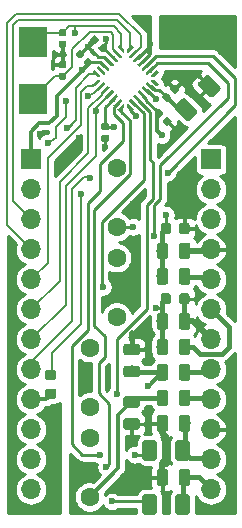
<source format=gtl>
G04 #@! TF.GenerationSoftware,KiCad,Pcbnew,(5.1.4)-1*
G04 #@! TF.CreationDate,2021-04-18T09:35:50+09:00*
G04 #@! TF.ProjectId,audio-board-wm8731,61756469-6f2d-4626-9f61-72642d776d38,rev?*
G04 #@! TF.SameCoordinates,Original*
G04 #@! TF.FileFunction,Copper,L1,Top*
G04 #@! TF.FilePolarity,Positive*
%FSLAX46Y46*%
G04 Gerber Fmt 4.6, Leading zero omitted, Abs format (unit mm)*
G04 Created by KiCad (PCBNEW (5.1.4)-1) date 2021-04-18 09:35:50*
%MOMM*%
%LPD*%
G04 APERTURE LIST*
%ADD10C,0.136863*%
%ADD11C,0.100000*%
%ADD12C,0.250000*%
%ADD13C,0.875000*%
%ADD14C,0.590000*%
%ADD15R,2.400000X2.500000*%
%ADD16C,0.975000*%
%ADD17O,1.700000X1.700000*%
%ADD18R,1.700000X1.700000*%
%ADD19C,1.600000*%
%ADD20C,1.250000*%
%ADD21C,0.600000*%
%ADD22C,0.250000*%
%ADD23C,0.400000*%
%ADD24C,0.500000*%
%ADD25C,0.300000*%
%ADD26C,0.200000*%
%ADD27C,0.254000*%
G04 APERTURE END LIST*
D10*
X61692786Y-44008894D03*
D11*
G36*
X62021883Y-43805349D02*
G01*
X62026043Y-43813129D01*
X62028603Y-43821571D01*
X62029468Y-43830350D01*
X62028603Y-43839128D01*
X62026043Y-43847570D01*
X62021883Y-43855350D01*
X62016287Y-43862169D01*
X61546061Y-44332395D01*
X61539242Y-44337991D01*
X61531462Y-44342151D01*
X61523020Y-44344711D01*
X61514242Y-44345576D01*
X61505463Y-44344711D01*
X61497021Y-44342151D01*
X61489241Y-44337991D01*
X61482422Y-44332395D01*
X61463782Y-44313756D01*
X61458186Y-44306937D01*
X61454027Y-44299157D01*
X61451467Y-44290715D01*
X61450602Y-44281936D01*
X61450602Y-44092941D01*
X61451467Y-44084162D01*
X61454027Y-44075720D01*
X61458186Y-44067940D01*
X61463782Y-44061121D01*
X61839511Y-43685393D01*
X61846330Y-43679797D01*
X61854110Y-43675637D01*
X61862552Y-43673077D01*
X61871330Y-43672212D01*
X61880109Y-43673077D01*
X61888551Y-43675637D01*
X61896331Y-43679797D01*
X61903150Y-43685393D01*
X62016287Y-43798530D01*
X62021883Y-43805349D01*
X62021883Y-43805349D01*
G37*
G36*
X62231010Y-44033316D02*
G01*
X62237077Y-44034216D01*
X62243027Y-44035706D01*
X62248802Y-44037773D01*
X62254346Y-44040395D01*
X62259607Y-44043548D01*
X62264534Y-44047202D01*
X62269078Y-44051321D01*
X62357466Y-44139709D01*
X62361585Y-44144253D01*
X62365239Y-44149180D01*
X62368392Y-44154441D01*
X62371014Y-44159985D01*
X62373081Y-44165760D01*
X62374571Y-44171710D01*
X62375471Y-44177777D01*
X62375772Y-44183903D01*
X62375471Y-44190029D01*
X62374571Y-44196096D01*
X62373081Y-44202046D01*
X62371014Y-44207821D01*
X62368392Y-44213365D01*
X62365239Y-44218626D01*
X62361585Y-44223553D01*
X62357466Y-44228097D01*
X61827136Y-44758427D01*
X61822592Y-44762546D01*
X61817665Y-44766200D01*
X61812404Y-44769353D01*
X61806860Y-44771975D01*
X61801085Y-44774042D01*
X61795135Y-44775532D01*
X61789068Y-44776432D01*
X61782942Y-44776733D01*
X61776816Y-44776432D01*
X61770749Y-44775532D01*
X61764799Y-44774042D01*
X61759024Y-44771975D01*
X61753480Y-44769353D01*
X61748219Y-44766200D01*
X61743292Y-44762546D01*
X61738748Y-44758427D01*
X61650360Y-44670039D01*
X61646241Y-44665495D01*
X61642587Y-44660568D01*
X61639434Y-44655307D01*
X61636812Y-44649763D01*
X61634745Y-44643988D01*
X61633255Y-44638038D01*
X61632355Y-44631971D01*
X61632054Y-44625845D01*
X61632355Y-44619719D01*
X61633255Y-44613652D01*
X61634745Y-44607702D01*
X61636812Y-44601927D01*
X61639434Y-44596383D01*
X61642587Y-44591122D01*
X61646241Y-44586195D01*
X61650360Y-44581651D01*
X62180690Y-44051321D01*
X62185234Y-44047202D01*
X62190161Y-44043548D01*
X62195422Y-44040395D01*
X62200966Y-44037773D01*
X62206741Y-44035706D01*
X62212691Y-44034216D01*
X62218758Y-44033316D01*
X62224884Y-44033015D01*
X62231010Y-44033316D01*
X62231010Y-44033316D01*
G37*
D12*
X62003913Y-44404874D03*
D11*
G36*
X62584563Y-44386869D02*
G01*
X62590630Y-44387769D01*
X62596580Y-44389259D01*
X62602355Y-44391326D01*
X62607899Y-44393948D01*
X62613160Y-44397101D01*
X62618087Y-44400755D01*
X62622631Y-44404874D01*
X62711019Y-44493262D01*
X62715138Y-44497806D01*
X62718792Y-44502733D01*
X62721945Y-44507994D01*
X62724567Y-44513538D01*
X62726634Y-44519313D01*
X62728124Y-44525263D01*
X62729024Y-44531330D01*
X62729325Y-44537456D01*
X62729024Y-44543582D01*
X62728124Y-44549649D01*
X62726634Y-44555599D01*
X62724567Y-44561374D01*
X62721945Y-44566918D01*
X62718792Y-44572179D01*
X62715138Y-44577106D01*
X62711019Y-44581650D01*
X62180689Y-45111980D01*
X62176145Y-45116099D01*
X62171218Y-45119753D01*
X62165957Y-45122906D01*
X62160413Y-45125528D01*
X62154638Y-45127595D01*
X62148688Y-45129085D01*
X62142621Y-45129985D01*
X62136495Y-45130286D01*
X62130369Y-45129985D01*
X62124302Y-45129085D01*
X62118352Y-45127595D01*
X62112577Y-45125528D01*
X62107033Y-45122906D01*
X62101772Y-45119753D01*
X62096845Y-45116099D01*
X62092301Y-45111980D01*
X62003913Y-45023592D01*
X61999794Y-45019048D01*
X61996140Y-45014121D01*
X61992987Y-45008860D01*
X61990365Y-45003316D01*
X61988298Y-44997541D01*
X61986808Y-44991591D01*
X61985908Y-44985524D01*
X61985607Y-44979398D01*
X61985908Y-44973272D01*
X61986808Y-44967205D01*
X61988298Y-44961255D01*
X61990365Y-44955480D01*
X61992987Y-44949936D01*
X61996140Y-44944675D01*
X61999794Y-44939748D01*
X62003913Y-44935204D01*
X62534243Y-44404874D01*
X62538787Y-44400755D01*
X62543714Y-44397101D01*
X62548975Y-44393948D01*
X62554519Y-44391326D01*
X62560294Y-44389259D01*
X62566244Y-44387769D01*
X62572311Y-44386869D01*
X62578437Y-44386568D01*
X62584563Y-44386869D01*
X62584563Y-44386869D01*
G37*
D12*
X62357466Y-44758427D03*
D11*
G36*
X62938116Y-44740423D02*
G01*
X62944183Y-44741323D01*
X62950133Y-44742813D01*
X62955908Y-44744880D01*
X62961452Y-44747502D01*
X62966713Y-44750655D01*
X62971640Y-44754309D01*
X62976184Y-44758428D01*
X63064572Y-44846816D01*
X63068691Y-44851360D01*
X63072345Y-44856287D01*
X63075498Y-44861548D01*
X63078120Y-44867092D01*
X63080187Y-44872867D01*
X63081677Y-44878817D01*
X63082577Y-44884884D01*
X63082878Y-44891010D01*
X63082577Y-44897136D01*
X63081677Y-44903203D01*
X63080187Y-44909153D01*
X63078120Y-44914928D01*
X63075498Y-44920472D01*
X63072345Y-44925733D01*
X63068691Y-44930660D01*
X63064572Y-44935204D01*
X62534242Y-45465534D01*
X62529698Y-45469653D01*
X62524771Y-45473307D01*
X62519510Y-45476460D01*
X62513966Y-45479082D01*
X62508191Y-45481149D01*
X62502241Y-45482639D01*
X62496174Y-45483539D01*
X62490048Y-45483840D01*
X62483922Y-45483539D01*
X62477855Y-45482639D01*
X62471905Y-45481149D01*
X62466130Y-45479082D01*
X62460586Y-45476460D01*
X62455325Y-45473307D01*
X62450398Y-45469653D01*
X62445854Y-45465534D01*
X62357466Y-45377146D01*
X62353347Y-45372602D01*
X62349693Y-45367675D01*
X62346540Y-45362414D01*
X62343918Y-45356870D01*
X62341851Y-45351095D01*
X62340361Y-45345145D01*
X62339461Y-45339078D01*
X62339160Y-45332952D01*
X62339461Y-45326826D01*
X62340361Y-45320759D01*
X62341851Y-45314809D01*
X62343918Y-45309034D01*
X62346540Y-45303490D01*
X62349693Y-45298229D01*
X62353347Y-45293302D01*
X62357466Y-45288758D01*
X62887796Y-44758428D01*
X62892340Y-44754309D01*
X62897267Y-44750655D01*
X62902528Y-44747502D01*
X62908072Y-44744880D01*
X62913847Y-44742813D01*
X62919797Y-44741323D01*
X62925864Y-44740423D01*
X62931990Y-44740122D01*
X62938116Y-44740423D01*
X62938116Y-44740423D01*
G37*
D12*
X62711019Y-45111981D03*
D11*
G36*
X63291670Y-45093976D02*
G01*
X63297737Y-45094876D01*
X63303687Y-45096366D01*
X63309462Y-45098433D01*
X63315006Y-45101055D01*
X63320267Y-45104208D01*
X63325194Y-45107862D01*
X63329738Y-45111981D01*
X63418126Y-45200369D01*
X63422245Y-45204913D01*
X63425899Y-45209840D01*
X63429052Y-45215101D01*
X63431674Y-45220645D01*
X63433741Y-45226420D01*
X63435231Y-45232370D01*
X63436131Y-45238437D01*
X63436432Y-45244563D01*
X63436131Y-45250689D01*
X63435231Y-45256756D01*
X63433741Y-45262706D01*
X63431674Y-45268481D01*
X63429052Y-45274025D01*
X63425899Y-45279286D01*
X63422245Y-45284213D01*
X63418126Y-45288757D01*
X62887796Y-45819087D01*
X62883252Y-45823206D01*
X62878325Y-45826860D01*
X62873064Y-45830013D01*
X62867520Y-45832635D01*
X62861745Y-45834702D01*
X62855795Y-45836192D01*
X62849728Y-45837092D01*
X62843602Y-45837393D01*
X62837476Y-45837092D01*
X62831409Y-45836192D01*
X62825459Y-45834702D01*
X62819684Y-45832635D01*
X62814140Y-45830013D01*
X62808879Y-45826860D01*
X62803952Y-45823206D01*
X62799408Y-45819087D01*
X62711020Y-45730699D01*
X62706901Y-45726155D01*
X62703247Y-45721228D01*
X62700094Y-45715967D01*
X62697472Y-45710423D01*
X62695405Y-45704648D01*
X62693915Y-45698698D01*
X62693015Y-45692631D01*
X62692714Y-45686505D01*
X62693015Y-45680379D01*
X62693915Y-45674312D01*
X62695405Y-45668362D01*
X62697472Y-45662587D01*
X62700094Y-45657043D01*
X62703247Y-45651782D01*
X62706901Y-45646855D01*
X62711020Y-45642311D01*
X63241350Y-45111981D01*
X63245894Y-45107862D01*
X63250821Y-45104208D01*
X63256082Y-45101055D01*
X63261626Y-45098433D01*
X63267401Y-45096366D01*
X63273351Y-45094876D01*
X63279418Y-45093976D01*
X63285544Y-45093675D01*
X63291670Y-45093976D01*
X63291670Y-45093976D01*
G37*
D12*
X63064573Y-45465534D03*
D11*
G36*
X63645223Y-45447529D02*
G01*
X63651290Y-45448429D01*
X63657240Y-45449919D01*
X63663015Y-45451986D01*
X63668559Y-45454608D01*
X63673820Y-45457761D01*
X63678747Y-45461415D01*
X63683291Y-45465534D01*
X63771679Y-45553922D01*
X63775798Y-45558466D01*
X63779452Y-45563393D01*
X63782605Y-45568654D01*
X63785227Y-45574198D01*
X63787294Y-45579973D01*
X63788784Y-45585923D01*
X63789684Y-45591990D01*
X63789985Y-45598116D01*
X63789684Y-45604242D01*
X63788784Y-45610309D01*
X63787294Y-45616259D01*
X63785227Y-45622034D01*
X63782605Y-45627578D01*
X63779452Y-45632839D01*
X63775798Y-45637766D01*
X63771679Y-45642310D01*
X63241349Y-46172640D01*
X63236805Y-46176759D01*
X63231878Y-46180413D01*
X63226617Y-46183566D01*
X63221073Y-46186188D01*
X63215298Y-46188255D01*
X63209348Y-46189745D01*
X63203281Y-46190645D01*
X63197155Y-46190946D01*
X63191029Y-46190645D01*
X63184962Y-46189745D01*
X63179012Y-46188255D01*
X63173237Y-46186188D01*
X63167693Y-46183566D01*
X63162432Y-46180413D01*
X63157505Y-46176759D01*
X63152961Y-46172640D01*
X63064573Y-46084252D01*
X63060454Y-46079708D01*
X63056800Y-46074781D01*
X63053647Y-46069520D01*
X63051025Y-46063976D01*
X63048958Y-46058201D01*
X63047468Y-46052251D01*
X63046568Y-46046184D01*
X63046267Y-46040058D01*
X63046568Y-46033932D01*
X63047468Y-46027865D01*
X63048958Y-46021915D01*
X63051025Y-46016140D01*
X63053647Y-46010596D01*
X63056800Y-46005335D01*
X63060454Y-46000408D01*
X63064573Y-45995864D01*
X63594903Y-45465534D01*
X63599447Y-45461415D01*
X63604374Y-45457761D01*
X63609635Y-45454608D01*
X63615179Y-45451986D01*
X63620954Y-45449919D01*
X63626904Y-45448429D01*
X63632971Y-45447529D01*
X63639097Y-45447228D01*
X63645223Y-45447529D01*
X63645223Y-45447529D01*
G37*
D12*
X63418126Y-45819087D03*
D10*
X63814106Y-46130214D03*
D11*
G36*
X64143203Y-45926669D02*
G01*
X64147363Y-45934449D01*
X64149923Y-45942891D01*
X64150788Y-45951670D01*
X64149923Y-45960448D01*
X64147363Y-45968890D01*
X64143203Y-45976670D01*
X64137607Y-45983489D01*
X63761879Y-46359218D01*
X63755060Y-46364814D01*
X63747280Y-46368973D01*
X63738838Y-46371533D01*
X63730059Y-46372398D01*
X63541064Y-46372398D01*
X63532285Y-46371533D01*
X63523843Y-46368973D01*
X63516063Y-46364814D01*
X63509244Y-46359218D01*
X63490605Y-46340578D01*
X63485009Y-46333759D01*
X63480849Y-46325979D01*
X63478289Y-46317537D01*
X63477424Y-46308758D01*
X63478289Y-46299980D01*
X63480849Y-46291538D01*
X63485009Y-46283758D01*
X63490605Y-46276939D01*
X63960831Y-45806713D01*
X63967650Y-45801117D01*
X63975430Y-45796957D01*
X63983872Y-45794397D01*
X63992650Y-45793532D01*
X64001429Y-45794397D01*
X64009871Y-45796957D01*
X64017651Y-45801117D01*
X64024470Y-45806713D01*
X64137607Y-45919850D01*
X64143203Y-45926669D01*
X64143203Y-45926669D01*
G37*
D10*
X63814106Y-46833786D03*
D11*
G36*
X64143203Y-46987330D02*
G01*
X64147363Y-46995110D01*
X64149923Y-47003552D01*
X64150788Y-47012330D01*
X64149923Y-47021109D01*
X64147363Y-47029551D01*
X64143203Y-47037331D01*
X64137607Y-47044150D01*
X64024470Y-47157287D01*
X64017651Y-47162883D01*
X64009871Y-47167043D01*
X64001429Y-47169603D01*
X63992650Y-47170468D01*
X63983872Y-47169603D01*
X63975430Y-47167043D01*
X63967650Y-47162883D01*
X63960831Y-47157287D01*
X63490605Y-46687061D01*
X63485009Y-46680242D01*
X63480849Y-46672462D01*
X63478289Y-46664020D01*
X63477424Y-46655242D01*
X63478289Y-46646463D01*
X63480849Y-46638021D01*
X63485009Y-46630241D01*
X63490605Y-46623422D01*
X63509244Y-46604782D01*
X63516063Y-46599186D01*
X63523843Y-46595027D01*
X63532285Y-46592467D01*
X63541064Y-46591602D01*
X63730059Y-46591602D01*
X63738838Y-46592467D01*
X63747280Y-46595027D01*
X63755060Y-46599186D01*
X63761879Y-46604782D01*
X64137607Y-46980511D01*
X64143203Y-46987330D01*
X64143203Y-46987330D01*
G37*
G36*
X63203281Y-46773355D02*
G01*
X63209348Y-46774255D01*
X63215298Y-46775745D01*
X63221073Y-46777812D01*
X63226617Y-46780434D01*
X63231878Y-46783587D01*
X63236805Y-46787241D01*
X63241349Y-46791360D01*
X63771679Y-47321690D01*
X63775798Y-47326234D01*
X63779452Y-47331161D01*
X63782605Y-47336422D01*
X63785227Y-47341966D01*
X63787294Y-47347741D01*
X63788784Y-47353691D01*
X63789684Y-47359758D01*
X63789985Y-47365884D01*
X63789684Y-47372010D01*
X63788784Y-47378077D01*
X63787294Y-47384027D01*
X63785227Y-47389802D01*
X63782605Y-47395346D01*
X63779452Y-47400607D01*
X63775798Y-47405534D01*
X63771679Y-47410078D01*
X63683291Y-47498466D01*
X63678747Y-47502585D01*
X63673820Y-47506239D01*
X63668559Y-47509392D01*
X63663015Y-47512014D01*
X63657240Y-47514081D01*
X63651290Y-47515571D01*
X63645223Y-47516471D01*
X63639097Y-47516772D01*
X63632971Y-47516471D01*
X63626904Y-47515571D01*
X63620954Y-47514081D01*
X63615179Y-47512014D01*
X63609635Y-47509392D01*
X63604374Y-47506239D01*
X63599447Y-47502585D01*
X63594903Y-47498466D01*
X63064573Y-46968136D01*
X63060454Y-46963592D01*
X63056800Y-46958665D01*
X63053647Y-46953404D01*
X63051025Y-46947860D01*
X63048958Y-46942085D01*
X63047468Y-46936135D01*
X63046568Y-46930068D01*
X63046267Y-46923942D01*
X63046568Y-46917816D01*
X63047468Y-46911749D01*
X63048958Y-46905799D01*
X63051025Y-46900024D01*
X63053647Y-46894480D01*
X63056800Y-46889219D01*
X63060454Y-46884292D01*
X63064573Y-46879748D01*
X63152961Y-46791360D01*
X63157505Y-46787241D01*
X63162432Y-46783587D01*
X63167693Y-46780434D01*
X63173237Y-46777812D01*
X63179012Y-46775745D01*
X63184962Y-46774255D01*
X63191029Y-46773355D01*
X63197155Y-46773054D01*
X63203281Y-46773355D01*
X63203281Y-46773355D01*
G37*
D12*
X63418126Y-47144913D03*
D11*
G36*
X62849728Y-47126908D02*
G01*
X62855795Y-47127808D01*
X62861745Y-47129298D01*
X62867520Y-47131365D01*
X62873064Y-47133987D01*
X62878325Y-47137140D01*
X62883252Y-47140794D01*
X62887796Y-47144913D01*
X63418126Y-47675243D01*
X63422245Y-47679787D01*
X63425899Y-47684714D01*
X63429052Y-47689975D01*
X63431674Y-47695519D01*
X63433741Y-47701294D01*
X63435231Y-47707244D01*
X63436131Y-47713311D01*
X63436432Y-47719437D01*
X63436131Y-47725563D01*
X63435231Y-47731630D01*
X63433741Y-47737580D01*
X63431674Y-47743355D01*
X63429052Y-47748899D01*
X63425899Y-47754160D01*
X63422245Y-47759087D01*
X63418126Y-47763631D01*
X63329738Y-47852019D01*
X63325194Y-47856138D01*
X63320267Y-47859792D01*
X63315006Y-47862945D01*
X63309462Y-47865567D01*
X63303687Y-47867634D01*
X63297737Y-47869124D01*
X63291670Y-47870024D01*
X63285544Y-47870325D01*
X63279418Y-47870024D01*
X63273351Y-47869124D01*
X63267401Y-47867634D01*
X63261626Y-47865567D01*
X63256082Y-47862945D01*
X63250821Y-47859792D01*
X63245894Y-47856138D01*
X63241350Y-47852019D01*
X62711020Y-47321689D01*
X62706901Y-47317145D01*
X62703247Y-47312218D01*
X62700094Y-47306957D01*
X62697472Y-47301413D01*
X62695405Y-47295638D01*
X62693915Y-47289688D01*
X62693015Y-47283621D01*
X62692714Y-47277495D01*
X62693015Y-47271369D01*
X62693915Y-47265302D01*
X62695405Y-47259352D01*
X62697472Y-47253577D01*
X62700094Y-47248033D01*
X62703247Y-47242772D01*
X62706901Y-47237845D01*
X62711020Y-47233301D01*
X62799408Y-47144913D01*
X62803952Y-47140794D01*
X62808879Y-47137140D01*
X62814140Y-47133987D01*
X62819684Y-47131365D01*
X62825459Y-47129298D01*
X62831409Y-47127808D01*
X62837476Y-47126908D01*
X62843602Y-47126607D01*
X62849728Y-47126908D01*
X62849728Y-47126908D01*
G37*
D12*
X63064573Y-47498466D03*
D11*
G36*
X62496174Y-47480461D02*
G01*
X62502241Y-47481361D01*
X62508191Y-47482851D01*
X62513966Y-47484918D01*
X62519510Y-47487540D01*
X62524771Y-47490693D01*
X62529698Y-47494347D01*
X62534242Y-47498466D01*
X63064572Y-48028796D01*
X63068691Y-48033340D01*
X63072345Y-48038267D01*
X63075498Y-48043528D01*
X63078120Y-48049072D01*
X63080187Y-48054847D01*
X63081677Y-48060797D01*
X63082577Y-48066864D01*
X63082878Y-48072990D01*
X63082577Y-48079116D01*
X63081677Y-48085183D01*
X63080187Y-48091133D01*
X63078120Y-48096908D01*
X63075498Y-48102452D01*
X63072345Y-48107713D01*
X63068691Y-48112640D01*
X63064572Y-48117184D01*
X62976184Y-48205572D01*
X62971640Y-48209691D01*
X62966713Y-48213345D01*
X62961452Y-48216498D01*
X62955908Y-48219120D01*
X62950133Y-48221187D01*
X62944183Y-48222677D01*
X62938116Y-48223577D01*
X62931990Y-48223878D01*
X62925864Y-48223577D01*
X62919797Y-48222677D01*
X62913847Y-48221187D01*
X62908072Y-48219120D01*
X62902528Y-48216498D01*
X62897267Y-48213345D01*
X62892340Y-48209691D01*
X62887796Y-48205572D01*
X62357466Y-47675242D01*
X62353347Y-47670698D01*
X62349693Y-47665771D01*
X62346540Y-47660510D01*
X62343918Y-47654966D01*
X62341851Y-47649191D01*
X62340361Y-47643241D01*
X62339461Y-47637174D01*
X62339160Y-47631048D01*
X62339461Y-47624922D01*
X62340361Y-47618855D01*
X62341851Y-47612905D01*
X62343918Y-47607130D01*
X62346540Y-47601586D01*
X62349693Y-47596325D01*
X62353347Y-47591398D01*
X62357466Y-47586854D01*
X62445854Y-47498466D01*
X62450398Y-47494347D01*
X62455325Y-47490693D01*
X62460586Y-47487540D01*
X62466130Y-47484918D01*
X62471905Y-47482851D01*
X62477855Y-47481361D01*
X62483922Y-47480461D01*
X62490048Y-47480160D01*
X62496174Y-47480461D01*
X62496174Y-47480461D01*
G37*
D12*
X62711019Y-47852019D03*
D11*
G36*
X62142621Y-47834015D02*
G01*
X62148688Y-47834915D01*
X62154638Y-47836405D01*
X62160413Y-47838472D01*
X62165957Y-47841094D01*
X62171218Y-47844247D01*
X62176145Y-47847901D01*
X62180689Y-47852020D01*
X62711019Y-48382350D01*
X62715138Y-48386894D01*
X62718792Y-48391821D01*
X62721945Y-48397082D01*
X62724567Y-48402626D01*
X62726634Y-48408401D01*
X62728124Y-48414351D01*
X62729024Y-48420418D01*
X62729325Y-48426544D01*
X62729024Y-48432670D01*
X62728124Y-48438737D01*
X62726634Y-48444687D01*
X62724567Y-48450462D01*
X62721945Y-48456006D01*
X62718792Y-48461267D01*
X62715138Y-48466194D01*
X62711019Y-48470738D01*
X62622631Y-48559126D01*
X62618087Y-48563245D01*
X62613160Y-48566899D01*
X62607899Y-48570052D01*
X62602355Y-48572674D01*
X62596580Y-48574741D01*
X62590630Y-48576231D01*
X62584563Y-48577131D01*
X62578437Y-48577432D01*
X62572311Y-48577131D01*
X62566244Y-48576231D01*
X62560294Y-48574741D01*
X62554519Y-48572674D01*
X62548975Y-48570052D01*
X62543714Y-48566899D01*
X62538787Y-48563245D01*
X62534243Y-48559126D01*
X62003913Y-48028796D01*
X61999794Y-48024252D01*
X61996140Y-48019325D01*
X61992987Y-48014064D01*
X61990365Y-48008520D01*
X61988298Y-48002745D01*
X61986808Y-47996795D01*
X61985908Y-47990728D01*
X61985607Y-47984602D01*
X61985908Y-47978476D01*
X61986808Y-47972409D01*
X61988298Y-47966459D01*
X61990365Y-47960684D01*
X61992987Y-47955140D01*
X61996140Y-47949879D01*
X61999794Y-47944952D01*
X62003913Y-47940408D01*
X62092301Y-47852020D01*
X62096845Y-47847901D01*
X62101772Y-47844247D01*
X62107033Y-47841094D01*
X62112577Y-47838472D01*
X62118352Y-47836405D01*
X62124302Y-47834915D01*
X62130369Y-47834015D01*
X62136495Y-47833714D01*
X62142621Y-47834015D01*
X62142621Y-47834015D01*
G37*
D12*
X62357466Y-48205573D03*
D11*
G36*
X61789068Y-48187568D02*
G01*
X61795135Y-48188468D01*
X61801085Y-48189958D01*
X61806860Y-48192025D01*
X61812404Y-48194647D01*
X61817665Y-48197800D01*
X61822592Y-48201454D01*
X61827136Y-48205573D01*
X62357466Y-48735903D01*
X62361585Y-48740447D01*
X62365239Y-48745374D01*
X62368392Y-48750635D01*
X62371014Y-48756179D01*
X62373081Y-48761954D01*
X62374571Y-48767904D01*
X62375471Y-48773971D01*
X62375772Y-48780097D01*
X62375471Y-48786223D01*
X62374571Y-48792290D01*
X62373081Y-48798240D01*
X62371014Y-48804015D01*
X62368392Y-48809559D01*
X62365239Y-48814820D01*
X62361585Y-48819747D01*
X62357466Y-48824291D01*
X62269078Y-48912679D01*
X62264534Y-48916798D01*
X62259607Y-48920452D01*
X62254346Y-48923605D01*
X62248802Y-48926227D01*
X62243027Y-48928294D01*
X62237077Y-48929784D01*
X62231010Y-48930684D01*
X62224884Y-48930985D01*
X62218758Y-48930684D01*
X62212691Y-48929784D01*
X62206741Y-48928294D01*
X62200966Y-48926227D01*
X62195422Y-48923605D01*
X62190161Y-48920452D01*
X62185234Y-48916798D01*
X62180690Y-48912679D01*
X61650360Y-48382349D01*
X61646241Y-48377805D01*
X61642587Y-48372878D01*
X61639434Y-48367617D01*
X61636812Y-48362073D01*
X61634745Y-48356298D01*
X61633255Y-48350348D01*
X61632355Y-48344281D01*
X61632054Y-48338155D01*
X61632355Y-48332029D01*
X61633255Y-48325962D01*
X61634745Y-48320012D01*
X61636812Y-48314237D01*
X61639434Y-48308693D01*
X61642587Y-48303432D01*
X61646241Y-48298505D01*
X61650360Y-48293961D01*
X61738748Y-48205573D01*
X61743292Y-48201454D01*
X61748219Y-48197800D01*
X61753480Y-48194647D01*
X61759024Y-48192025D01*
X61764799Y-48189958D01*
X61770749Y-48188468D01*
X61776816Y-48187568D01*
X61782942Y-48187267D01*
X61789068Y-48187568D01*
X61789068Y-48187568D01*
G37*
D12*
X62003913Y-48559126D03*
D10*
X61692786Y-48955106D03*
D11*
G36*
X62021883Y-49108650D02*
G01*
X62026043Y-49116430D01*
X62028603Y-49124872D01*
X62029468Y-49133650D01*
X62028603Y-49142429D01*
X62026043Y-49150871D01*
X62021883Y-49158651D01*
X62016287Y-49165470D01*
X61903150Y-49278607D01*
X61896331Y-49284203D01*
X61888551Y-49288363D01*
X61880109Y-49290923D01*
X61871330Y-49291788D01*
X61862552Y-49290923D01*
X61854110Y-49288363D01*
X61846330Y-49284203D01*
X61839511Y-49278607D01*
X61463782Y-48902879D01*
X61458186Y-48896060D01*
X61454027Y-48888280D01*
X61451467Y-48879838D01*
X61450602Y-48871059D01*
X61450602Y-48682064D01*
X61451467Y-48673285D01*
X61454027Y-48664843D01*
X61458186Y-48657063D01*
X61463782Y-48650244D01*
X61482422Y-48631605D01*
X61489241Y-48626009D01*
X61497021Y-48621849D01*
X61505463Y-48619289D01*
X61514242Y-48618424D01*
X61523020Y-48619289D01*
X61531462Y-48621849D01*
X61539242Y-48626009D01*
X61546061Y-48631605D01*
X62016287Y-49101831D01*
X62021883Y-49108650D01*
X62021883Y-49108650D01*
G37*
D10*
X60989214Y-48955106D03*
D11*
G36*
X61223814Y-48657063D02*
G01*
X61227973Y-48664843D01*
X61230533Y-48673285D01*
X61231398Y-48682064D01*
X61231398Y-48871059D01*
X61230533Y-48879838D01*
X61227973Y-48888280D01*
X61223814Y-48896060D01*
X61218218Y-48902879D01*
X60842489Y-49278607D01*
X60835670Y-49284203D01*
X60827890Y-49288363D01*
X60819448Y-49290923D01*
X60810670Y-49291788D01*
X60801891Y-49290923D01*
X60793449Y-49288363D01*
X60785669Y-49284203D01*
X60778850Y-49278607D01*
X60665713Y-49165470D01*
X60660117Y-49158651D01*
X60655957Y-49150871D01*
X60653397Y-49142429D01*
X60652532Y-49133650D01*
X60653397Y-49124872D01*
X60655957Y-49116430D01*
X60660117Y-49108650D01*
X60665713Y-49101831D01*
X61135939Y-48631605D01*
X61142758Y-48626009D01*
X61150538Y-48621849D01*
X61158980Y-48619289D01*
X61167758Y-48618424D01*
X61176537Y-48619289D01*
X61184979Y-48621849D01*
X61192759Y-48626009D01*
X61199578Y-48631605D01*
X61218218Y-48650244D01*
X61223814Y-48657063D01*
X61223814Y-48657063D01*
G37*
G36*
X60905184Y-48187568D02*
G01*
X60911251Y-48188468D01*
X60917201Y-48189958D01*
X60922976Y-48192025D01*
X60928520Y-48194647D01*
X60933781Y-48197800D01*
X60938708Y-48201454D01*
X60943252Y-48205573D01*
X61031640Y-48293961D01*
X61035759Y-48298505D01*
X61039413Y-48303432D01*
X61042566Y-48308693D01*
X61045188Y-48314237D01*
X61047255Y-48320012D01*
X61048745Y-48325962D01*
X61049645Y-48332029D01*
X61049946Y-48338155D01*
X61049645Y-48344281D01*
X61048745Y-48350348D01*
X61047255Y-48356298D01*
X61045188Y-48362073D01*
X61042566Y-48367617D01*
X61039413Y-48372878D01*
X61035759Y-48377805D01*
X61031640Y-48382349D01*
X60501310Y-48912679D01*
X60496766Y-48916798D01*
X60491839Y-48920452D01*
X60486578Y-48923605D01*
X60481034Y-48926227D01*
X60475259Y-48928294D01*
X60469309Y-48929784D01*
X60463242Y-48930684D01*
X60457116Y-48930985D01*
X60450990Y-48930684D01*
X60444923Y-48929784D01*
X60438973Y-48928294D01*
X60433198Y-48926227D01*
X60427654Y-48923605D01*
X60422393Y-48920452D01*
X60417466Y-48916798D01*
X60412922Y-48912679D01*
X60324534Y-48824291D01*
X60320415Y-48819747D01*
X60316761Y-48814820D01*
X60313608Y-48809559D01*
X60310986Y-48804015D01*
X60308919Y-48798240D01*
X60307429Y-48792290D01*
X60306529Y-48786223D01*
X60306228Y-48780097D01*
X60306529Y-48773971D01*
X60307429Y-48767904D01*
X60308919Y-48761954D01*
X60310986Y-48756179D01*
X60313608Y-48750635D01*
X60316761Y-48745374D01*
X60320415Y-48740447D01*
X60324534Y-48735903D01*
X60854864Y-48205573D01*
X60859408Y-48201454D01*
X60864335Y-48197800D01*
X60869596Y-48194647D01*
X60875140Y-48192025D01*
X60880915Y-48189958D01*
X60886865Y-48188468D01*
X60892932Y-48187568D01*
X60899058Y-48187267D01*
X60905184Y-48187568D01*
X60905184Y-48187568D01*
G37*
D12*
X60678087Y-48559126D03*
D11*
G36*
X60551631Y-47834015D02*
G01*
X60557698Y-47834915D01*
X60563648Y-47836405D01*
X60569423Y-47838472D01*
X60574967Y-47841094D01*
X60580228Y-47844247D01*
X60585155Y-47847901D01*
X60589699Y-47852020D01*
X60678087Y-47940408D01*
X60682206Y-47944952D01*
X60685860Y-47949879D01*
X60689013Y-47955140D01*
X60691635Y-47960684D01*
X60693702Y-47966459D01*
X60695192Y-47972409D01*
X60696092Y-47978476D01*
X60696393Y-47984602D01*
X60696092Y-47990728D01*
X60695192Y-47996795D01*
X60693702Y-48002745D01*
X60691635Y-48008520D01*
X60689013Y-48014064D01*
X60685860Y-48019325D01*
X60682206Y-48024252D01*
X60678087Y-48028796D01*
X60147757Y-48559126D01*
X60143213Y-48563245D01*
X60138286Y-48566899D01*
X60133025Y-48570052D01*
X60127481Y-48572674D01*
X60121706Y-48574741D01*
X60115756Y-48576231D01*
X60109689Y-48577131D01*
X60103563Y-48577432D01*
X60097437Y-48577131D01*
X60091370Y-48576231D01*
X60085420Y-48574741D01*
X60079645Y-48572674D01*
X60074101Y-48570052D01*
X60068840Y-48566899D01*
X60063913Y-48563245D01*
X60059369Y-48559126D01*
X59970981Y-48470738D01*
X59966862Y-48466194D01*
X59963208Y-48461267D01*
X59960055Y-48456006D01*
X59957433Y-48450462D01*
X59955366Y-48444687D01*
X59953876Y-48438737D01*
X59952976Y-48432670D01*
X59952675Y-48426544D01*
X59952976Y-48420418D01*
X59953876Y-48414351D01*
X59955366Y-48408401D01*
X59957433Y-48402626D01*
X59960055Y-48397082D01*
X59963208Y-48391821D01*
X59966862Y-48386894D01*
X59970981Y-48382350D01*
X60501311Y-47852020D01*
X60505855Y-47847901D01*
X60510782Y-47844247D01*
X60516043Y-47841094D01*
X60521587Y-47838472D01*
X60527362Y-47836405D01*
X60533312Y-47834915D01*
X60539379Y-47834015D01*
X60545505Y-47833714D01*
X60551631Y-47834015D01*
X60551631Y-47834015D01*
G37*
D12*
X60324534Y-48205573D03*
D11*
G36*
X60198078Y-47480461D02*
G01*
X60204145Y-47481361D01*
X60210095Y-47482851D01*
X60215870Y-47484918D01*
X60221414Y-47487540D01*
X60226675Y-47490693D01*
X60231602Y-47494347D01*
X60236146Y-47498466D01*
X60324534Y-47586854D01*
X60328653Y-47591398D01*
X60332307Y-47596325D01*
X60335460Y-47601586D01*
X60338082Y-47607130D01*
X60340149Y-47612905D01*
X60341639Y-47618855D01*
X60342539Y-47624922D01*
X60342840Y-47631048D01*
X60342539Y-47637174D01*
X60341639Y-47643241D01*
X60340149Y-47649191D01*
X60338082Y-47654966D01*
X60335460Y-47660510D01*
X60332307Y-47665771D01*
X60328653Y-47670698D01*
X60324534Y-47675242D01*
X59794204Y-48205572D01*
X59789660Y-48209691D01*
X59784733Y-48213345D01*
X59779472Y-48216498D01*
X59773928Y-48219120D01*
X59768153Y-48221187D01*
X59762203Y-48222677D01*
X59756136Y-48223577D01*
X59750010Y-48223878D01*
X59743884Y-48223577D01*
X59737817Y-48222677D01*
X59731867Y-48221187D01*
X59726092Y-48219120D01*
X59720548Y-48216498D01*
X59715287Y-48213345D01*
X59710360Y-48209691D01*
X59705816Y-48205572D01*
X59617428Y-48117184D01*
X59613309Y-48112640D01*
X59609655Y-48107713D01*
X59606502Y-48102452D01*
X59603880Y-48096908D01*
X59601813Y-48091133D01*
X59600323Y-48085183D01*
X59599423Y-48079116D01*
X59599122Y-48072990D01*
X59599423Y-48066864D01*
X59600323Y-48060797D01*
X59601813Y-48054847D01*
X59603880Y-48049072D01*
X59606502Y-48043528D01*
X59609655Y-48038267D01*
X59613309Y-48033340D01*
X59617428Y-48028796D01*
X60147758Y-47498466D01*
X60152302Y-47494347D01*
X60157229Y-47490693D01*
X60162490Y-47487540D01*
X60168034Y-47484918D01*
X60173809Y-47482851D01*
X60179759Y-47481361D01*
X60185826Y-47480461D01*
X60191952Y-47480160D01*
X60198078Y-47480461D01*
X60198078Y-47480461D01*
G37*
D12*
X59970981Y-47852019D03*
D11*
G36*
X59844524Y-47126908D02*
G01*
X59850591Y-47127808D01*
X59856541Y-47129298D01*
X59862316Y-47131365D01*
X59867860Y-47133987D01*
X59873121Y-47137140D01*
X59878048Y-47140794D01*
X59882592Y-47144913D01*
X59970980Y-47233301D01*
X59975099Y-47237845D01*
X59978753Y-47242772D01*
X59981906Y-47248033D01*
X59984528Y-47253577D01*
X59986595Y-47259352D01*
X59988085Y-47265302D01*
X59988985Y-47271369D01*
X59989286Y-47277495D01*
X59988985Y-47283621D01*
X59988085Y-47289688D01*
X59986595Y-47295638D01*
X59984528Y-47301413D01*
X59981906Y-47306957D01*
X59978753Y-47312218D01*
X59975099Y-47317145D01*
X59970980Y-47321689D01*
X59440650Y-47852019D01*
X59436106Y-47856138D01*
X59431179Y-47859792D01*
X59425918Y-47862945D01*
X59420374Y-47865567D01*
X59414599Y-47867634D01*
X59408649Y-47869124D01*
X59402582Y-47870024D01*
X59396456Y-47870325D01*
X59390330Y-47870024D01*
X59384263Y-47869124D01*
X59378313Y-47867634D01*
X59372538Y-47865567D01*
X59366994Y-47862945D01*
X59361733Y-47859792D01*
X59356806Y-47856138D01*
X59352262Y-47852019D01*
X59263874Y-47763631D01*
X59259755Y-47759087D01*
X59256101Y-47754160D01*
X59252948Y-47748899D01*
X59250326Y-47743355D01*
X59248259Y-47737580D01*
X59246769Y-47731630D01*
X59245869Y-47725563D01*
X59245568Y-47719437D01*
X59245869Y-47713311D01*
X59246769Y-47707244D01*
X59248259Y-47701294D01*
X59250326Y-47695519D01*
X59252948Y-47689975D01*
X59256101Y-47684714D01*
X59259755Y-47679787D01*
X59263874Y-47675243D01*
X59794204Y-47144913D01*
X59798748Y-47140794D01*
X59803675Y-47137140D01*
X59808936Y-47133987D01*
X59814480Y-47131365D01*
X59820255Y-47129298D01*
X59826205Y-47127808D01*
X59832272Y-47126908D01*
X59838398Y-47126607D01*
X59844524Y-47126908D01*
X59844524Y-47126908D01*
G37*
D12*
X59617427Y-47498466D03*
D11*
G36*
X59490971Y-46773355D02*
G01*
X59497038Y-46774255D01*
X59502988Y-46775745D01*
X59508763Y-46777812D01*
X59514307Y-46780434D01*
X59519568Y-46783587D01*
X59524495Y-46787241D01*
X59529039Y-46791360D01*
X59617427Y-46879748D01*
X59621546Y-46884292D01*
X59625200Y-46889219D01*
X59628353Y-46894480D01*
X59630975Y-46900024D01*
X59633042Y-46905799D01*
X59634532Y-46911749D01*
X59635432Y-46917816D01*
X59635733Y-46923942D01*
X59635432Y-46930068D01*
X59634532Y-46936135D01*
X59633042Y-46942085D01*
X59630975Y-46947860D01*
X59628353Y-46953404D01*
X59625200Y-46958665D01*
X59621546Y-46963592D01*
X59617427Y-46968136D01*
X59087097Y-47498466D01*
X59082553Y-47502585D01*
X59077626Y-47506239D01*
X59072365Y-47509392D01*
X59066821Y-47512014D01*
X59061046Y-47514081D01*
X59055096Y-47515571D01*
X59049029Y-47516471D01*
X59042903Y-47516772D01*
X59036777Y-47516471D01*
X59030710Y-47515571D01*
X59024760Y-47514081D01*
X59018985Y-47512014D01*
X59013441Y-47509392D01*
X59008180Y-47506239D01*
X59003253Y-47502585D01*
X58998709Y-47498466D01*
X58910321Y-47410078D01*
X58906202Y-47405534D01*
X58902548Y-47400607D01*
X58899395Y-47395346D01*
X58896773Y-47389802D01*
X58894706Y-47384027D01*
X58893216Y-47378077D01*
X58892316Y-47372010D01*
X58892015Y-47365884D01*
X58892316Y-47359758D01*
X58893216Y-47353691D01*
X58894706Y-47347741D01*
X58896773Y-47341966D01*
X58899395Y-47336422D01*
X58902548Y-47331161D01*
X58906202Y-47326234D01*
X58910321Y-47321690D01*
X59440651Y-46791360D01*
X59445195Y-46787241D01*
X59450122Y-46783587D01*
X59455383Y-46780434D01*
X59460927Y-46777812D01*
X59466702Y-46775745D01*
X59472652Y-46774255D01*
X59478719Y-46773355D01*
X59484845Y-46773054D01*
X59490971Y-46773355D01*
X59490971Y-46773355D01*
G37*
D12*
X59263874Y-47144913D03*
D10*
X58867894Y-46833786D03*
D11*
G36*
X59196991Y-46630241D02*
G01*
X59201151Y-46638021D01*
X59203711Y-46646463D01*
X59204576Y-46655242D01*
X59203711Y-46664020D01*
X59201151Y-46672462D01*
X59196991Y-46680242D01*
X59191395Y-46687061D01*
X58721169Y-47157287D01*
X58714350Y-47162883D01*
X58706570Y-47167043D01*
X58698128Y-47169603D01*
X58689350Y-47170468D01*
X58680571Y-47169603D01*
X58672129Y-47167043D01*
X58664349Y-47162883D01*
X58657530Y-47157287D01*
X58544393Y-47044150D01*
X58538797Y-47037331D01*
X58534637Y-47029551D01*
X58532077Y-47021109D01*
X58531212Y-47012330D01*
X58532077Y-47003552D01*
X58534637Y-46995110D01*
X58538797Y-46987330D01*
X58544393Y-46980511D01*
X58920121Y-46604782D01*
X58926940Y-46599186D01*
X58934720Y-46595027D01*
X58943162Y-46592467D01*
X58951941Y-46591602D01*
X59140936Y-46591602D01*
X59149715Y-46592467D01*
X59158157Y-46595027D01*
X59165937Y-46599186D01*
X59172756Y-46604782D01*
X59191395Y-46623422D01*
X59196991Y-46630241D01*
X59196991Y-46630241D01*
G37*
D10*
X58867894Y-46130214D03*
D11*
G36*
X59196991Y-46283758D02*
G01*
X59201151Y-46291538D01*
X59203711Y-46299980D01*
X59204576Y-46308758D01*
X59203711Y-46317537D01*
X59201151Y-46325979D01*
X59196991Y-46333759D01*
X59191395Y-46340578D01*
X59172756Y-46359218D01*
X59165937Y-46364814D01*
X59158157Y-46368973D01*
X59149715Y-46371533D01*
X59140936Y-46372398D01*
X58951941Y-46372398D01*
X58943162Y-46371533D01*
X58934720Y-46368973D01*
X58926940Y-46364814D01*
X58920121Y-46359218D01*
X58544393Y-45983489D01*
X58538797Y-45976670D01*
X58534637Y-45968890D01*
X58532077Y-45960448D01*
X58531212Y-45951670D01*
X58532077Y-45942891D01*
X58534637Y-45934449D01*
X58538797Y-45926669D01*
X58544393Y-45919850D01*
X58657530Y-45806713D01*
X58664349Y-45801117D01*
X58672129Y-45796957D01*
X58680571Y-45794397D01*
X58689350Y-45793532D01*
X58698128Y-45794397D01*
X58706570Y-45796957D01*
X58714350Y-45801117D01*
X58721169Y-45806713D01*
X59191395Y-46276939D01*
X59196991Y-46283758D01*
X59196991Y-46283758D01*
G37*
G36*
X59049029Y-45447529D02*
G01*
X59055096Y-45448429D01*
X59061046Y-45449919D01*
X59066821Y-45451986D01*
X59072365Y-45454608D01*
X59077626Y-45457761D01*
X59082553Y-45461415D01*
X59087097Y-45465534D01*
X59617427Y-45995864D01*
X59621546Y-46000408D01*
X59625200Y-46005335D01*
X59628353Y-46010596D01*
X59630975Y-46016140D01*
X59633042Y-46021915D01*
X59634532Y-46027865D01*
X59635432Y-46033932D01*
X59635733Y-46040058D01*
X59635432Y-46046184D01*
X59634532Y-46052251D01*
X59633042Y-46058201D01*
X59630975Y-46063976D01*
X59628353Y-46069520D01*
X59625200Y-46074781D01*
X59621546Y-46079708D01*
X59617427Y-46084252D01*
X59529039Y-46172640D01*
X59524495Y-46176759D01*
X59519568Y-46180413D01*
X59514307Y-46183566D01*
X59508763Y-46186188D01*
X59502988Y-46188255D01*
X59497038Y-46189745D01*
X59490971Y-46190645D01*
X59484845Y-46190946D01*
X59478719Y-46190645D01*
X59472652Y-46189745D01*
X59466702Y-46188255D01*
X59460927Y-46186188D01*
X59455383Y-46183566D01*
X59450122Y-46180413D01*
X59445195Y-46176759D01*
X59440651Y-46172640D01*
X58910321Y-45642310D01*
X58906202Y-45637766D01*
X58902548Y-45632839D01*
X58899395Y-45627578D01*
X58896773Y-45622034D01*
X58894706Y-45616259D01*
X58893216Y-45610309D01*
X58892316Y-45604242D01*
X58892015Y-45598116D01*
X58892316Y-45591990D01*
X58893216Y-45585923D01*
X58894706Y-45579973D01*
X58896773Y-45574198D01*
X58899395Y-45568654D01*
X58902548Y-45563393D01*
X58906202Y-45558466D01*
X58910321Y-45553922D01*
X58998709Y-45465534D01*
X59003253Y-45461415D01*
X59008180Y-45457761D01*
X59013441Y-45454608D01*
X59018985Y-45451986D01*
X59024760Y-45449919D01*
X59030710Y-45448429D01*
X59036777Y-45447529D01*
X59042903Y-45447228D01*
X59049029Y-45447529D01*
X59049029Y-45447529D01*
G37*
D12*
X59263874Y-45819087D03*
D11*
G36*
X59402582Y-45093976D02*
G01*
X59408649Y-45094876D01*
X59414599Y-45096366D01*
X59420374Y-45098433D01*
X59425918Y-45101055D01*
X59431179Y-45104208D01*
X59436106Y-45107862D01*
X59440650Y-45111981D01*
X59970980Y-45642311D01*
X59975099Y-45646855D01*
X59978753Y-45651782D01*
X59981906Y-45657043D01*
X59984528Y-45662587D01*
X59986595Y-45668362D01*
X59988085Y-45674312D01*
X59988985Y-45680379D01*
X59989286Y-45686505D01*
X59988985Y-45692631D01*
X59988085Y-45698698D01*
X59986595Y-45704648D01*
X59984528Y-45710423D01*
X59981906Y-45715967D01*
X59978753Y-45721228D01*
X59975099Y-45726155D01*
X59970980Y-45730699D01*
X59882592Y-45819087D01*
X59878048Y-45823206D01*
X59873121Y-45826860D01*
X59867860Y-45830013D01*
X59862316Y-45832635D01*
X59856541Y-45834702D01*
X59850591Y-45836192D01*
X59844524Y-45837092D01*
X59838398Y-45837393D01*
X59832272Y-45837092D01*
X59826205Y-45836192D01*
X59820255Y-45834702D01*
X59814480Y-45832635D01*
X59808936Y-45830013D01*
X59803675Y-45826860D01*
X59798748Y-45823206D01*
X59794204Y-45819087D01*
X59263874Y-45288757D01*
X59259755Y-45284213D01*
X59256101Y-45279286D01*
X59252948Y-45274025D01*
X59250326Y-45268481D01*
X59248259Y-45262706D01*
X59246769Y-45256756D01*
X59245869Y-45250689D01*
X59245568Y-45244563D01*
X59245869Y-45238437D01*
X59246769Y-45232370D01*
X59248259Y-45226420D01*
X59250326Y-45220645D01*
X59252948Y-45215101D01*
X59256101Y-45209840D01*
X59259755Y-45204913D01*
X59263874Y-45200369D01*
X59352262Y-45111981D01*
X59356806Y-45107862D01*
X59361733Y-45104208D01*
X59366994Y-45101055D01*
X59372538Y-45098433D01*
X59378313Y-45096366D01*
X59384263Y-45094876D01*
X59390330Y-45093976D01*
X59396456Y-45093675D01*
X59402582Y-45093976D01*
X59402582Y-45093976D01*
G37*
D12*
X59617427Y-45465534D03*
D11*
G36*
X59756136Y-44740423D02*
G01*
X59762203Y-44741323D01*
X59768153Y-44742813D01*
X59773928Y-44744880D01*
X59779472Y-44747502D01*
X59784733Y-44750655D01*
X59789660Y-44754309D01*
X59794204Y-44758428D01*
X60324534Y-45288758D01*
X60328653Y-45293302D01*
X60332307Y-45298229D01*
X60335460Y-45303490D01*
X60338082Y-45309034D01*
X60340149Y-45314809D01*
X60341639Y-45320759D01*
X60342539Y-45326826D01*
X60342840Y-45332952D01*
X60342539Y-45339078D01*
X60341639Y-45345145D01*
X60340149Y-45351095D01*
X60338082Y-45356870D01*
X60335460Y-45362414D01*
X60332307Y-45367675D01*
X60328653Y-45372602D01*
X60324534Y-45377146D01*
X60236146Y-45465534D01*
X60231602Y-45469653D01*
X60226675Y-45473307D01*
X60221414Y-45476460D01*
X60215870Y-45479082D01*
X60210095Y-45481149D01*
X60204145Y-45482639D01*
X60198078Y-45483539D01*
X60191952Y-45483840D01*
X60185826Y-45483539D01*
X60179759Y-45482639D01*
X60173809Y-45481149D01*
X60168034Y-45479082D01*
X60162490Y-45476460D01*
X60157229Y-45473307D01*
X60152302Y-45469653D01*
X60147758Y-45465534D01*
X59617428Y-44935204D01*
X59613309Y-44930660D01*
X59609655Y-44925733D01*
X59606502Y-44920472D01*
X59603880Y-44914928D01*
X59601813Y-44909153D01*
X59600323Y-44903203D01*
X59599423Y-44897136D01*
X59599122Y-44891010D01*
X59599423Y-44884884D01*
X59600323Y-44878817D01*
X59601813Y-44872867D01*
X59603880Y-44867092D01*
X59606502Y-44861548D01*
X59609655Y-44856287D01*
X59613309Y-44851360D01*
X59617428Y-44846816D01*
X59705816Y-44758428D01*
X59710360Y-44754309D01*
X59715287Y-44750655D01*
X59720548Y-44747502D01*
X59726092Y-44744880D01*
X59731867Y-44742813D01*
X59737817Y-44741323D01*
X59743884Y-44740423D01*
X59750010Y-44740122D01*
X59756136Y-44740423D01*
X59756136Y-44740423D01*
G37*
D12*
X59970981Y-45111981D03*
D11*
G36*
X60109689Y-44386869D02*
G01*
X60115756Y-44387769D01*
X60121706Y-44389259D01*
X60127481Y-44391326D01*
X60133025Y-44393948D01*
X60138286Y-44397101D01*
X60143213Y-44400755D01*
X60147757Y-44404874D01*
X60678087Y-44935204D01*
X60682206Y-44939748D01*
X60685860Y-44944675D01*
X60689013Y-44949936D01*
X60691635Y-44955480D01*
X60693702Y-44961255D01*
X60695192Y-44967205D01*
X60696092Y-44973272D01*
X60696393Y-44979398D01*
X60696092Y-44985524D01*
X60695192Y-44991591D01*
X60693702Y-44997541D01*
X60691635Y-45003316D01*
X60689013Y-45008860D01*
X60685860Y-45014121D01*
X60682206Y-45019048D01*
X60678087Y-45023592D01*
X60589699Y-45111980D01*
X60585155Y-45116099D01*
X60580228Y-45119753D01*
X60574967Y-45122906D01*
X60569423Y-45125528D01*
X60563648Y-45127595D01*
X60557698Y-45129085D01*
X60551631Y-45129985D01*
X60545505Y-45130286D01*
X60539379Y-45129985D01*
X60533312Y-45129085D01*
X60527362Y-45127595D01*
X60521587Y-45125528D01*
X60516043Y-45122906D01*
X60510782Y-45119753D01*
X60505855Y-45116099D01*
X60501311Y-45111980D01*
X59970981Y-44581650D01*
X59966862Y-44577106D01*
X59963208Y-44572179D01*
X59960055Y-44566918D01*
X59957433Y-44561374D01*
X59955366Y-44555599D01*
X59953876Y-44549649D01*
X59952976Y-44543582D01*
X59952675Y-44537456D01*
X59952976Y-44531330D01*
X59953876Y-44525263D01*
X59955366Y-44519313D01*
X59957433Y-44513538D01*
X59960055Y-44507994D01*
X59963208Y-44502733D01*
X59966862Y-44497806D01*
X59970981Y-44493262D01*
X60059369Y-44404874D01*
X60063913Y-44400755D01*
X60068840Y-44397101D01*
X60074101Y-44393948D01*
X60079645Y-44391326D01*
X60085420Y-44389259D01*
X60091370Y-44387769D01*
X60097437Y-44386869D01*
X60103563Y-44386568D01*
X60109689Y-44386869D01*
X60109689Y-44386869D01*
G37*
D12*
X60324534Y-44758427D03*
D11*
G36*
X60463242Y-44033316D02*
G01*
X60469309Y-44034216D01*
X60475259Y-44035706D01*
X60481034Y-44037773D01*
X60486578Y-44040395D01*
X60491839Y-44043548D01*
X60496766Y-44047202D01*
X60501310Y-44051321D01*
X61031640Y-44581651D01*
X61035759Y-44586195D01*
X61039413Y-44591122D01*
X61042566Y-44596383D01*
X61045188Y-44601927D01*
X61047255Y-44607702D01*
X61048745Y-44613652D01*
X61049645Y-44619719D01*
X61049946Y-44625845D01*
X61049645Y-44631971D01*
X61048745Y-44638038D01*
X61047255Y-44643988D01*
X61045188Y-44649763D01*
X61042566Y-44655307D01*
X61039413Y-44660568D01*
X61035759Y-44665495D01*
X61031640Y-44670039D01*
X60943252Y-44758427D01*
X60938708Y-44762546D01*
X60933781Y-44766200D01*
X60928520Y-44769353D01*
X60922976Y-44771975D01*
X60917201Y-44774042D01*
X60911251Y-44775532D01*
X60905184Y-44776432D01*
X60899058Y-44776733D01*
X60892932Y-44776432D01*
X60886865Y-44775532D01*
X60880915Y-44774042D01*
X60875140Y-44771975D01*
X60869596Y-44769353D01*
X60864335Y-44766200D01*
X60859408Y-44762546D01*
X60854864Y-44758427D01*
X60324534Y-44228097D01*
X60320415Y-44223553D01*
X60316761Y-44218626D01*
X60313608Y-44213365D01*
X60310986Y-44207821D01*
X60308919Y-44202046D01*
X60307429Y-44196096D01*
X60306529Y-44190029D01*
X60306228Y-44183903D01*
X60306529Y-44177777D01*
X60307429Y-44171710D01*
X60308919Y-44165760D01*
X60310986Y-44159985D01*
X60313608Y-44154441D01*
X60316761Y-44149180D01*
X60320415Y-44144253D01*
X60324534Y-44139709D01*
X60412922Y-44051321D01*
X60417466Y-44047202D01*
X60422393Y-44043548D01*
X60427654Y-44040395D01*
X60433198Y-44037773D01*
X60438973Y-44035706D01*
X60444923Y-44034216D01*
X60450990Y-44033316D01*
X60457116Y-44033015D01*
X60463242Y-44033316D01*
X60463242Y-44033316D01*
G37*
D12*
X60678087Y-44404874D03*
D10*
X60989214Y-44008894D03*
D11*
G36*
X61223814Y-44067940D02*
G01*
X61227973Y-44075720D01*
X61230533Y-44084162D01*
X61231398Y-44092941D01*
X61231398Y-44281936D01*
X61230533Y-44290715D01*
X61227973Y-44299157D01*
X61223814Y-44306937D01*
X61218218Y-44313756D01*
X61199578Y-44332395D01*
X61192759Y-44337991D01*
X61184979Y-44342151D01*
X61176537Y-44344711D01*
X61167758Y-44345576D01*
X61158980Y-44344711D01*
X61150538Y-44342151D01*
X61142758Y-44337991D01*
X61135939Y-44332395D01*
X60665713Y-43862169D01*
X60660117Y-43855350D01*
X60655957Y-43847570D01*
X60653397Y-43839128D01*
X60652532Y-43830350D01*
X60653397Y-43821571D01*
X60655957Y-43813129D01*
X60660117Y-43805349D01*
X60665713Y-43798530D01*
X60778850Y-43685393D01*
X60785669Y-43679797D01*
X60793449Y-43675637D01*
X60801891Y-43673077D01*
X60810670Y-43672212D01*
X60819448Y-43673077D01*
X60827890Y-43675637D01*
X60835670Y-43679797D01*
X60842489Y-43685393D01*
X61218218Y-44061121D01*
X61223814Y-44067940D01*
X61223814Y-44067940D01*
G37*
G36*
X55268691Y-72741053D02*
G01*
X55289926Y-72744203D01*
X55310750Y-72749419D01*
X55330962Y-72756651D01*
X55350368Y-72765830D01*
X55368781Y-72776866D01*
X55386024Y-72789654D01*
X55401930Y-72804070D01*
X55416346Y-72819976D01*
X55429134Y-72837219D01*
X55440170Y-72855632D01*
X55449349Y-72875038D01*
X55456581Y-72895250D01*
X55461797Y-72916074D01*
X55464947Y-72937309D01*
X55466000Y-72958750D01*
X55466000Y-73396250D01*
X55464947Y-73417691D01*
X55461797Y-73438926D01*
X55456581Y-73459750D01*
X55449349Y-73479962D01*
X55440170Y-73499368D01*
X55429134Y-73517781D01*
X55416346Y-73535024D01*
X55401930Y-73550930D01*
X55386024Y-73565346D01*
X55368781Y-73578134D01*
X55350368Y-73589170D01*
X55330962Y-73598349D01*
X55310750Y-73605581D01*
X55289926Y-73610797D01*
X55268691Y-73613947D01*
X55247250Y-73615000D01*
X54734750Y-73615000D01*
X54713309Y-73613947D01*
X54692074Y-73610797D01*
X54671250Y-73605581D01*
X54651038Y-73598349D01*
X54631632Y-73589170D01*
X54613219Y-73578134D01*
X54595976Y-73565346D01*
X54580070Y-73550930D01*
X54565654Y-73535024D01*
X54552866Y-73517781D01*
X54541830Y-73499368D01*
X54532651Y-73479962D01*
X54525419Y-73459750D01*
X54520203Y-73438926D01*
X54517053Y-73417691D01*
X54516000Y-73396250D01*
X54516000Y-72958750D01*
X54517053Y-72937309D01*
X54520203Y-72916074D01*
X54525419Y-72895250D01*
X54532651Y-72875038D01*
X54541830Y-72855632D01*
X54552866Y-72837219D01*
X54565654Y-72819976D01*
X54580070Y-72804070D01*
X54595976Y-72789654D01*
X54613219Y-72776866D01*
X54631632Y-72765830D01*
X54651038Y-72756651D01*
X54671250Y-72749419D01*
X54692074Y-72744203D01*
X54713309Y-72741053D01*
X54734750Y-72740000D01*
X55247250Y-72740000D01*
X55268691Y-72741053D01*
X55268691Y-72741053D01*
G37*
D13*
X54991000Y-73177500D03*
D11*
G36*
X55268691Y-71166053D02*
G01*
X55289926Y-71169203D01*
X55310750Y-71174419D01*
X55330962Y-71181651D01*
X55350368Y-71190830D01*
X55368781Y-71201866D01*
X55386024Y-71214654D01*
X55401930Y-71229070D01*
X55416346Y-71244976D01*
X55429134Y-71262219D01*
X55440170Y-71280632D01*
X55449349Y-71300038D01*
X55456581Y-71320250D01*
X55461797Y-71341074D01*
X55464947Y-71362309D01*
X55466000Y-71383750D01*
X55466000Y-71821250D01*
X55464947Y-71842691D01*
X55461797Y-71863926D01*
X55456581Y-71884750D01*
X55449349Y-71904962D01*
X55440170Y-71924368D01*
X55429134Y-71942781D01*
X55416346Y-71960024D01*
X55401930Y-71975930D01*
X55386024Y-71990346D01*
X55368781Y-72003134D01*
X55350368Y-72014170D01*
X55330962Y-72023349D01*
X55310750Y-72030581D01*
X55289926Y-72035797D01*
X55268691Y-72038947D01*
X55247250Y-72040000D01*
X54734750Y-72040000D01*
X54713309Y-72038947D01*
X54692074Y-72035797D01*
X54671250Y-72030581D01*
X54651038Y-72023349D01*
X54631632Y-72014170D01*
X54613219Y-72003134D01*
X54595976Y-71990346D01*
X54580070Y-71975930D01*
X54565654Y-71960024D01*
X54552866Y-71942781D01*
X54541830Y-71924368D01*
X54532651Y-71904962D01*
X54525419Y-71884750D01*
X54520203Y-71863926D01*
X54517053Y-71842691D01*
X54516000Y-71821250D01*
X54516000Y-71383750D01*
X54517053Y-71362309D01*
X54520203Y-71341074D01*
X54525419Y-71320250D01*
X54532651Y-71300038D01*
X54541830Y-71280632D01*
X54552866Y-71262219D01*
X54565654Y-71244976D01*
X54580070Y-71229070D01*
X54595976Y-71214654D01*
X54613219Y-71201866D01*
X54631632Y-71190830D01*
X54651038Y-71181651D01*
X54671250Y-71174419D01*
X54692074Y-71169203D01*
X54713309Y-71166053D01*
X54734750Y-71165000D01*
X55247250Y-71165000D01*
X55268691Y-71166053D01*
X55268691Y-71166053D01*
G37*
D13*
X54991000Y-71602500D03*
D11*
G36*
X64804833Y-47721883D02*
G01*
X64819151Y-47724007D01*
X64833192Y-47727524D01*
X64846821Y-47732401D01*
X64859906Y-47738590D01*
X64872322Y-47746031D01*
X64883948Y-47754654D01*
X64894673Y-47764375D01*
X65138625Y-48008327D01*
X65148346Y-48019052D01*
X65156969Y-48030678D01*
X65164410Y-48043094D01*
X65170599Y-48056179D01*
X65175476Y-48069808D01*
X65178993Y-48083849D01*
X65181117Y-48098167D01*
X65181827Y-48112625D01*
X65181117Y-48127083D01*
X65178993Y-48141401D01*
X65175476Y-48155442D01*
X65170599Y-48169071D01*
X65164410Y-48182156D01*
X65156969Y-48194572D01*
X65148346Y-48206198D01*
X65138625Y-48216923D01*
X64930029Y-48425519D01*
X64919304Y-48435240D01*
X64907678Y-48443863D01*
X64895262Y-48451304D01*
X64882177Y-48457493D01*
X64868548Y-48462370D01*
X64854507Y-48465887D01*
X64840189Y-48468011D01*
X64825731Y-48468721D01*
X64811273Y-48468011D01*
X64796955Y-48465887D01*
X64782914Y-48462370D01*
X64769285Y-48457493D01*
X64756200Y-48451304D01*
X64743784Y-48443863D01*
X64732158Y-48435240D01*
X64721433Y-48425519D01*
X64477481Y-48181567D01*
X64467760Y-48170842D01*
X64459137Y-48159216D01*
X64451696Y-48146800D01*
X64445507Y-48133715D01*
X64440630Y-48120086D01*
X64437113Y-48106045D01*
X64434989Y-48091727D01*
X64434279Y-48077269D01*
X64434989Y-48062811D01*
X64437113Y-48048493D01*
X64440630Y-48034452D01*
X64445507Y-48020823D01*
X64451696Y-48007738D01*
X64459137Y-47995322D01*
X64467760Y-47983696D01*
X64477481Y-47972971D01*
X64686077Y-47764375D01*
X64696802Y-47754654D01*
X64708428Y-47746031D01*
X64720844Y-47738590D01*
X64733929Y-47732401D01*
X64747558Y-47727524D01*
X64761599Y-47724007D01*
X64775917Y-47721883D01*
X64790375Y-47721173D01*
X64804833Y-47721883D01*
X64804833Y-47721883D01*
G37*
D14*
X64808053Y-48094947D03*
D11*
G36*
X65490727Y-47035989D02*
G01*
X65505045Y-47038113D01*
X65519086Y-47041630D01*
X65532715Y-47046507D01*
X65545800Y-47052696D01*
X65558216Y-47060137D01*
X65569842Y-47068760D01*
X65580567Y-47078481D01*
X65824519Y-47322433D01*
X65834240Y-47333158D01*
X65842863Y-47344784D01*
X65850304Y-47357200D01*
X65856493Y-47370285D01*
X65861370Y-47383914D01*
X65864887Y-47397955D01*
X65867011Y-47412273D01*
X65867721Y-47426731D01*
X65867011Y-47441189D01*
X65864887Y-47455507D01*
X65861370Y-47469548D01*
X65856493Y-47483177D01*
X65850304Y-47496262D01*
X65842863Y-47508678D01*
X65834240Y-47520304D01*
X65824519Y-47531029D01*
X65615923Y-47739625D01*
X65605198Y-47749346D01*
X65593572Y-47757969D01*
X65581156Y-47765410D01*
X65568071Y-47771599D01*
X65554442Y-47776476D01*
X65540401Y-47779993D01*
X65526083Y-47782117D01*
X65511625Y-47782827D01*
X65497167Y-47782117D01*
X65482849Y-47779993D01*
X65468808Y-47776476D01*
X65455179Y-47771599D01*
X65442094Y-47765410D01*
X65429678Y-47757969D01*
X65418052Y-47749346D01*
X65407327Y-47739625D01*
X65163375Y-47495673D01*
X65153654Y-47484948D01*
X65145031Y-47473322D01*
X65137590Y-47460906D01*
X65131401Y-47447821D01*
X65126524Y-47434192D01*
X65123007Y-47420151D01*
X65120883Y-47405833D01*
X65120173Y-47391375D01*
X65120883Y-47376917D01*
X65123007Y-47362599D01*
X65126524Y-47348558D01*
X65131401Y-47334929D01*
X65137590Y-47321844D01*
X65145031Y-47309428D01*
X65153654Y-47297802D01*
X65163375Y-47287077D01*
X65371971Y-47078481D01*
X65382696Y-47068760D01*
X65394322Y-47060137D01*
X65406738Y-47052696D01*
X65419823Y-47046507D01*
X65433452Y-47041630D01*
X65447493Y-47038113D01*
X65461811Y-47035989D01*
X65476269Y-47035279D01*
X65490727Y-47035989D01*
X65490727Y-47035989D01*
G37*
D14*
X65493947Y-47409053D03*
D11*
G36*
X56193958Y-43290710D02*
G01*
X56208276Y-43292834D01*
X56222317Y-43296351D01*
X56235946Y-43301228D01*
X56249031Y-43307417D01*
X56261447Y-43314858D01*
X56273073Y-43323481D01*
X56283798Y-43333202D01*
X56293519Y-43343927D01*
X56302142Y-43355553D01*
X56309583Y-43367969D01*
X56315772Y-43381054D01*
X56320649Y-43394683D01*
X56324166Y-43408724D01*
X56326290Y-43423042D01*
X56327000Y-43437500D01*
X56327000Y-43732500D01*
X56326290Y-43746958D01*
X56324166Y-43761276D01*
X56320649Y-43775317D01*
X56315772Y-43788946D01*
X56309583Y-43802031D01*
X56302142Y-43814447D01*
X56293519Y-43826073D01*
X56283798Y-43836798D01*
X56273073Y-43846519D01*
X56261447Y-43855142D01*
X56249031Y-43862583D01*
X56235946Y-43868772D01*
X56222317Y-43873649D01*
X56208276Y-43877166D01*
X56193958Y-43879290D01*
X56179500Y-43880000D01*
X55834500Y-43880000D01*
X55820042Y-43879290D01*
X55805724Y-43877166D01*
X55791683Y-43873649D01*
X55778054Y-43868772D01*
X55764969Y-43862583D01*
X55752553Y-43855142D01*
X55740927Y-43846519D01*
X55730202Y-43836798D01*
X55720481Y-43826073D01*
X55711858Y-43814447D01*
X55704417Y-43802031D01*
X55698228Y-43788946D01*
X55693351Y-43775317D01*
X55689834Y-43761276D01*
X55687710Y-43746958D01*
X55687000Y-43732500D01*
X55687000Y-43437500D01*
X55687710Y-43423042D01*
X55689834Y-43408724D01*
X55693351Y-43394683D01*
X55698228Y-43381054D01*
X55704417Y-43367969D01*
X55711858Y-43355553D01*
X55720481Y-43343927D01*
X55730202Y-43333202D01*
X55740927Y-43323481D01*
X55752553Y-43314858D01*
X55764969Y-43307417D01*
X55778054Y-43301228D01*
X55791683Y-43296351D01*
X55805724Y-43292834D01*
X55820042Y-43290710D01*
X55834500Y-43290000D01*
X56179500Y-43290000D01*
X56193958Y-43290710D01*
X56193958Y-43290710D01*
G37*
D14*
X56007000Y-43585000D03*
D11*
G36*
X56193958Y-42320710D02*
G01*
X56208276Y-42322834D01*
X56222317Y-42326351D01*
X56235946Y-42331228D01*
X56249031Y-42337417D01*
X56261447Y-42344858D01*
X56273073Y-42353481D01*
X56283798Y-42363202D01*
X56293519Y-42373927D01*
X56302142Y-42385553D01*
X56309583Y-42397969D01*
X56315772Y-42411054D01*
X56320649Y-42424683D01*
X56324166Y-42438724D01*
X56326290Y-42453042D01*
X56327000Y-42467500D01*
X56327000Y-42762500D01*
X56326290Y-42776958D01*
X56324166Y-42791276D01*
X56320649Y-42805317D01*
X56315772Y-42818946D01*
X56309583Y-42832031D01*
X56302142Y-42844447D01*
X56293519Y-42856073D01*
X56283798Y-42866798D01*
X56273073Y-42876519D01*
X56261447Y-42885142D01*
X56249031Y-42892583D01*
X56235946Y-42898772D01*
X56222317Y-42903649D01*
X56208276Y-42907166D01*
X56193958Y-42909290D01*
X56179500Y-42910000D01*
X55834500Y-42910000D01*
X55820042Y-42909290D01*
X55805724Y-42907166D01*
X55791683Y-42903649D01*
X55778054Y-42898772D01*
X55764969Y-42892583D01*
X55752553Y-42885142D01*
X55740927Y-42876519D01*
X55730202Y-42866798D01*
X55720481Y-42856073D01*
X55711858Y-42844447D01*
X55704417Y-42832031D01*
X55698228Y-42818946D01*
X55693351Y-42805317D01*
X55689834Y-42791276D01*
X55687710Y-42776958D01*
X55687000Y-42762500D01*
X55687000Y-42467500D01*
X55687710Y-42453042D01*
X55689834Y-42438724D01*
X55693351Y-42424683D01*
X55698228Y-42411054D01*
X55704417Y-42397969D01*
X55711858Y-42385553D01*
X55720481Y-42373927D01*
X55730202Y-42363202D01*
X55740927Y-42353481D01*
X55752553Y-42344858D01*
X55764969Y-42337417D01*
X55778054Y-42331228D01*
X55791683Y-42326351D01*
X55805724Y-42322834D01*
X55820042Y-42320710D01*
X55834500Y-42320000D01*
X56179500Y-42320000D01*
X56193958Y-42320710D01*
X56193958Y-42320710D01*
G37*
D14*
X56007000Y-42615000D03*
D11*
G36*
X56193958Y-45020710D02*
G01*
X56208276Y-45022834D01*
X56222317Y-45026351D01*
X56235946Y-45031228D01*
X56249031Y-45037417D01*
X56261447Y-45044858D01*
X56273073Y-45053481D01*
X56283798Y-45063202D01*
X56293519Y-45073927D01*
X56302142Y-45085553D01*
X56309583Y-45097969D01*
X56315772Y-45111054D01*
X56320649Y-45124683D01*
X56324166Y-45138724D01*
X56326290Y-45153042D01*
X56327000Y-45167500D01*
X56327000Y-45462500D01*
X56326290Y-45476958D01*
X56324166Y-45491276D01*
X56320649Y-45505317D01*
X56315772Y-45518946D01*
X56309583Y-45532031D01*
X56302142Y-45544447D01*
X56293519Y-45556073D01*
X56283798Y-45566798D01*
X56273073Y-45576519D01*
X56261447Y-45585142D01*
X56249031Y-45592583D01*
X56235946Y-45598772D01*
X56222317Y-45603649D01*
X56208276Y-45607166D01*
X56193958Y-45609290D01*
X56179500Y-45610000D01*
X55834500Y-45610000D01*
X55820042Y-45609290D01*
X55805724Y-45607166D01*
X55791683Y-45603649D01*
X55778054Y-45598772D01*
X55764969Y-45592583D01*
X55752553Y-45585142D01*
X55740927Y-45576519D01*
X55730202Y-45566798D01*
X55720481Y-45556073D01*
X55711858Y-45544447D01*
X55704417Y-45532031D01*
X55698228Y-45518946D01*
X55693351Y-45505317D01*
X55689834Y-45491276D01*
X55687710Y-45476958D01*
X55687000Y-45462500D01*
X55687000Y-45167500D01*
X55687710Y-45153042D01*
X55689834Y-45138724D01*
X55693351Y-45124683D01*
X55698228Y-45111054D01*
X55704417Y-45097969D01*
X55711858Y-45085553D01*
X55720481Y-45073927D01*
X55730202Y-45063202D01*
X55740927Y-45053481D01*
X55752553Y-45044858D01*
X55764969Y-45037417D01*
X55778054Y-45031228D01*
X55791683Y-45026351D01*
X55805724Y-45022834D01*
X55820042Y-45020710D01*
X55834500Y-45020000D01*
X56179500Y-45020000D01*
X56193958Y-45020710D01*
X56193958Y-45020710D01*
G37*
D14*
X56007000Y-45315000D03*
D11*
G36*
X56193958Y-45990710D02*
G01*
X56208276Y-45992834D01*
X56222317Y-45996351D01*
X56235946Y-46001228D01*
X56249031Y-46007417D01*
X56261447Y-46014858D01*
X56273073Y-46023481D01*
X56283798Y-46033202D01*
X56293519Y-46043927D01*
X56302142Y-46055553D01*
X56309583Y-46067969D01*
X56315772Y-46081054D01*
X56320649Y-46094683D01*
X56324166Y-46108724D01*
X56326290Y-46123042D01*
X56327000Y-46137500D01*
X56327000Y-46432500D01*
X56326290Y-46446958D01*
X56324166Y-46461276D01*
X56320649Y-46475317D01*
X56315772Y-46488946D01*
X56309583Y-46502031D01*
X56302142Y-46514447D01*
X56293519Y-46526073D01*
X56283798Y-46536798D01*
X56273073Y-46546519D01*
X56261447Y-46555142D01*
X56249031Y-46562583D01*
X56235946Y-46568772D01*
X56222317Y-46573649D01*
X56208276Y-46577166D01*
X56193958Y-46579290D01*
X56179500Y-46580000D01*
X55834500Y-46580000D01*
X55820042Y-46579290D01*
X55805724Y-46577166D01*
X55791683Y-46573649D01*
X55778054Y-46568772D01*
X55764969Y-46562583D01*
X55752553Y-46555142D01*
X55740927Y-46546519D01*
X55730202Y-46536798D01*
X55720481Y-46526073D01*
X55711858Y-46514447D01*
X55704417Y-46502031D01*
X55698228Y-46488946D01*
X55693351Y-46475317D01*
X55689834Y-46461276D01*
X55687710Y-46446958D01*
X55687000Y-46432500D01*
X55687000Y-46137500D01*
X55687710Y-46123042D01*
X55689834Y-46108724D01*
X55693351Y-46094683D01*
X55698228Y-46081054D01*
X55704417Y-46067969D01*
X55711858Y-46055553D01*
X55720481Y-46043927D01*
X55730202Y-46033202D01*
X55740927Y-46023481D01*
X55752553Y-46014858D01*
X55764969Y-46007417D01*
X55778054Y-46001228D01*
X55791683Y-45996351D01*
X55805724Y-45992834D01*
X55820042Y-45990710D01*
X55834500Y-45990000D01*
X56179500Y-45990000D01*
X56193958Y-45990710D01*
X56193958Y-45990710D01*
G37*
D14*
X56007000Y-46285000D03*
D11*
G36*
X59799958Y-50274710D02*
G01*
X59814276Y-50276834D01*
X59828317Y-50280351D01*
X59841946Y-50285228D01*
X59855031Y-50291417D01*
X59867447Y-50298858D01*
X59879073Y-50307481D01*
X59889798Y-50317202D01*
X59899519Y-50327927D01*
X59908142Y-50339553D01*
X59915583Y-50351969D01*
X59921772Y-50365054D01*
X59926649Y-50378683D01*
X59930166Y-50392724D01*
X59932290Y-50407042D01*
X59933000Y-50421500D01*
X59933000Y-50716500D01*
X59932290Y-50730958D01*
X59930166Y-50745276D01*
X59926649Y-50759317D01*
X59921772Y-50772946D01*
X59915583Y-50786031D01*
X59908142Y-50798447D01*
X59899519Y-50810073D01*
X59889798Y-50820798D01*
X59879073Y-50830519D01*
X59867447Y-50839142D01*
X59855031Y-50846583D01*
X59841946Y-50852772D01*
X59828317Y-50857649D01*
X59814276Y-50861166D01*
X59799958Y-50863290D01*
X59785500Y-50864000D01*
X59440500Y-50864000D01*
X59426042Y-50863290D01*
X59411724Y-50861166D01*
X59397683Y-50857649D01*
X59384054Y-50852772D01*
X59370969Y-50846583D01*
X59358553Y-50839142D01*
X59346927Y-50830519D01*
X59336202Y-50820798D01*
X59326481Y-50810073D01*
X59317858Y-50798447D01*
X59310417Y-50786031D01*
X59304228Y-50772946D01*
X59299351Y-50759317D01*
X59295834Y-50745276D01*
X59293710Y-50730958D01*
X59293000Y-50716500D01*
X59293000Y-50421500D01*
X59293710Y-50407042D01*
X59295834Y-50392724D01*
X59299351Y-50378683D01*
X59304228Y-50365054D01*
X59310417Y-50351969D01*
X59317858Y-50339553D01*
X59326481Y-50327927D01*
X59336202Y-50317202D01*
X59346927Y-50307481D01*
X59358553Y-50298858D01*
X59370969Y-50291417D01*
X59384054Y-50285228D01*
X59397683Y-50280351D01*
X59411724Y-50276834D01*
X59426042Y-50274710D01*
X59440500Y-50274000D01*
X59785500Y-50274000D01*
X59799958Y-50274710D01*
X59799958Y-50274710D01*
G37*
D14*
X59613000Y-50569000D03*
D11*
G36*
X59799958Y-51244710D02*
G01*
X59814276Y-51246834D01*
X59828317Y-51250351D01*
X59841946Y-51255228D01*
X59855031Y-51261417D01*
X59867447Y-51268858D01*
X59879073Y-51277481D01*
X59889798Y-51287202D01*
X59899519Y-51297927D01*
X59908142Y-51309553D01*
X59915583Y-51321969D01*
X59921772Y-51335054D01*
X59926649Y-51348683D01*
X59930166Y-51362724D01*
X59932290Y-51377042D01*
X59933000Y-51391500D01*
X59933000Y-51686500D01*
X59932290Y-51700958D01*
X59930166Y-51715276D01*
X59926649Y-51729317D01*
X59921772Y-51742946D01*
X59915583Y-51756031D01*
X59908142Y-51768447D01*
X59899519Y-51780073D01*
X59889798Y-51790798D01*
X59879073Y-51800519D01*
X59867447Y-51809142D01*
X59855031Y-51816583D01*
X59841946Y-51822772D01*
X59828317Y-51827649D01*
X59814276Y-51831166D01*
X59799958Y-51833290D01*
X59785500Y-51834000D01*
X59440500Y-51834000D01*
X59426042Y-51833290D01*
X59411724Y-51831166D01*
X59397683Y-51827649D01*
X59384054Y-51822772D01*
X59370969Y-51816583D01*
X59358553Y-51809142D01*
X59346927Y-51800519D01*
X59336202Y-51790798D01*
X59326481Y-51780073D01*
X59317858Y-51768447D01*
X59310417Y-51756031D01*
X59304228Y-51742946D01*
X59299351Y-51729317D01*
X59295834Y-51715276D01*
X59293710Y-51700958D01*
X59293000Y-51686500D01*
X59293000Y-51391500D01*
X59293710Y-51377042D01*
X59295834Y-51362724D01*
X59299351Y-51348683D01*
X59304228Y-51335054D01*
X59310417Y-51321969D01*
X59317858Y-51309553D01*
X59326481Y-51297927D01*
X59336202Y-51287202D01*
X59346927Y-51277481D01*
X59358553Y-51268858D01*
X59370969Y-51261417D01*
X59384054Y-51255228D01*
X59397683Y-51250351D01*
X59411724Y-51246834D01*
X59426042Y-51244710D01*
X59440500Y-51244000D01*
X59785500Y-51244000D01*
X59799958Y-51244710D01*
X59799958Y-51244710D01*
G37*
D14*
X59613000Y-51539000D03*
D11*
G36*
X58198136Y-44726936D02*
G01*
X58212454Y-44729060D01*
X58226495Y-44732577D01*
X58240124Y-44737454D01*
X58253209Y-44743643D01*
X58265625Y-44751084D01*
X58277251Y-44759707D01*
X58287976Y-44769428D01*
X58496572Y-44978024D01*
X58506293Y-44988749D01*
X58514916Y-45000375D01*
X58522357Y-45012791D01*
X58528546Y-45025876D01*
X58533423Y-45039505D01*
X58536940Y-45053546D01*
X58539064Y-45067864D01*
X58539774Y-45082322D01*
X58539064Y-45096780D01*
X58536940Y-45111098D01*
X58533423Y-45125139D01*
X58528546Y-45138768D01*
X58522357Y-45151853D01*
X58514916Y-45164269D01*
X58506293Y-45175895D01*
X58496572Y-45186620D01*
X58252620Y-45430572D01*
X58241895Y-45440293D01*
X58230269Y-45448916D01*
X58217853Y-45456357D01*
X58204768Y-45462546D01*
X58191139Y-45467423D01*
X58177098Y-45470940D01*
X58162780Y-45473064D01*
X58148322Y-45473774D01*
X58133864Y-45473064D01*
X58119546Y-45470940D01*
X58105505Y-45467423D01*
X58091876Y-45462546D01*
X58078791Y-45456357D01*
X58066375Y-45448916D01*
X58054749Y-45440293D01*
X58044024Y-45430572D01*
X57835428Y-45221976D01*
X57825707Y-45211251D01*
X57817084Y-45199625D01*
X57809643Y-45187209D01*
X57803454Y-45174124D01*
X57798577Y-45160495D01*
X57795060Y-45146454D01*
X57792936Y-45132136D01*
X57792226Y-45117678D01*
X57792936Y-45103220D01*
X57795060Y-45088902D01*
X57798577Y-45074861D01*
X57803454Y-45061232D01*
X57809643Y-45048147D01*
X57817084Y-45035731D01*
X57825707Y-45024105D01*
X57835428Y-45013380D01*
X58079380Y-44769428D01*
X58090105Y-44759707D01*
X58101731Y-44751084D01*
X58114147Y-44743643D01*
X58127232Y-44737454D01*
X58140861Y-44732577D01*
X58154902Y-44729060D01*
X58169220Y-44726936D01*
X58183678Y-44726226D01*
X58198136Y-44726936D01*
X58198136Y-44726936D01*
G37*
D14*
X58166000Y-45100000D03*
D11*
G36*
X57512242Y-44041042D02*
G01*
X57526560Y-44043166D01*
X57540601Y-44046683D01*
X57554230Y-44051560D01*
X57567315Y-44057749D01*
X57579731Y-44065190D01*
X57591357Y-44073813D01*
X57602082Y-44083534D01*
X57810678Y-44292130D01*
X57820399Y-44302855D01*
X57829022Y-44314481D01*
X57836463Y-44326897D01*
X57842652Y-44339982D01*
X57847529Y-44353611D01*
X57851046Y-44367652D01*
X57853170Y-44381970D01*
X57853880Y-44396428D01*
X57853170Y-44410886D01*
X57851046Y-44425204D01*
X57847529Y-44439245D01*
X57842652Y-44452874D01*
X57836463Y-44465959D01*
X57829022Y-44478375D01*
X57820399Y-44490001D01*
X57810678Y-44500726D01*
X57566726Y-44744678D01*
X57556001Y-44754399D01*
X57544375Y-44763022D01*
X57531959Y-44770463D01*
X57518874Y-44776652D01*
X57505245Y-44781529D01*
X57491204Y-44785046D01*
X57476886Y-44787170D01*
X57462428Y-44787880D01*
X57447970Y-44787170D01*
X57433652Y-44785046D01*
X57419611Y-44781529D01*
X57405982Y-44776652D01*
X57392897Y-44770463D01*
X57380481Y-44763022D01*
X57368855Y-44754399D01*
X57358130Y-44744678D01*
X57149534Y-44536082D01*
X57139813Y-44525357D01*
X57131190Y-44513731D01*
X57123749Y-44501315D01*
X57117560Y-44488230D01*
X57112683Y-44474601D01*
X57109166Y-44460560D01*
X57107042Y-44446242D01*
X57106332Y-44431784D01*
X57107042Y-44417326D01*
X57109166Y-44403008D01*
X57112683Y-44388967D01*
X57117560Y-44375338D01*
X57123749Y-44362253D01*
X57131190Y-44349837D01*
X57139813Y-44338211D01*
X57149534Y-44327486D01*
X57393486Y-44083534D01*
X57404211Y-44073813D01*
X57415837Y-44065190D01*
X57428253Y-44057749D01*
X57441338Y-44051560D01*
X57454967Y-44046683D01*
X57469008Y-44043166D01*
X57483326Y-44041042D01*
X57497784Y-44040332D01*
X57512242Y-44041042D01*
X57512242Y-44041042D01*
G37*
D14*
X57480106Y-44414106D03*
D11*
G36*
X64205189Y-49067989D02*
G01*
X64219507Y-49070113D01*
X64233548Y-49073630D01*
X64247177Y-49078507D01*
X64260262Y-49084696D01*
X64272678Y-49092137D01*
X64284304Y-49100760D01*
X64295029Y-49110481D01*
X64503625Y-49319077D01*
X64513346Y-49329802D01*
X64521969Y-49341428D01*
X64529410Y-49353844D01*
X64535599Y-49366929D01*
X64540476Y-49380558D01*
X64543993Y-49394599D01*
X64546117Y-49408917D01*
X64546827Y-49423375D01*
X64546117Y-49437833D01*
X64543993Y-49452151D01*
X64540476Y-49466192D01*
X64535599Y-49479821D01*
X64529410Y-49492906D01*
X64521969Y-49505322D01*
X64513346Y-49516948D01*
X64503625Y-49527673D01*
X64259673Y-49771625D01*
X64248948Y-49781346D01*
X64237322Y-49789969D01*
X64224906Y-49797410D01*
X64211821Y-49803599D01*
X64198192Y-49808476D01*
X64184151Y-49811993D01*
X64169833Y-49814117D01*
X64155375Y-49814827D01*
X64140917Y-49814117D01*
X64126599Y-49811993D01*
X64112558Y-49808476D01*
X64098929Y-49803599D01*
X64085844Y-49797410D01*
X64073428Y-49789969D01*
X64061802Y-49781346D01*
X64051077Y-49771625D01*
X63842481Y-49563029D01*
X63832760Y-49552304D01*
X63824137Y-49540678D01*
X63816696Y-49528262D01*
X63810507Y-49515177D01*
X63805630Y-49501548D01*
X63802113Y-49487507D01*
X63799989Y-49473189D01*
X63799279Y-49458731D01*
X63799989Y-49444273D01*
X63802113Y-49429955D01*
X63805630Y-49415914D01*
X63810507Y-49402285D01*
X63816696Y-49389200D01*
X63824137Y-49376784D01*
X63832760Y-49365158D01*
X63842481Y-49354433D01*
X64086433Y-49110481D01*
X64097158Y-49100760D01*
X64108784Y-49092137D01*
X64121200Y-49084696D01*
X64134285Y-49078507D01*
X64147914Y-49073630D01*
X64161955Y-49070113D01*
X64176273Y-49067989D01*
X64190731Y-49067279D01*
X64205189Y-49067989D01*
X64205189Y-49067989D01*
G37*
D14*
X64173053Y-49441053D03*
D11*
G36*
X64891083Y-49753883D02*
G01*
X64905401Y-49756007D01*
X64919442Y-49759524D01*
X64933071Y-49764401D01*
X64946156Y-49770590D01*
X64958572Y-49778031D01*
X64970198Y-49786654D01*
X64980923Y-49796375D01*
X65189519Y-50004971D01*
X65199240Y-50015696D01*
X65207863Y-50027322D01*
X65215304Y-50039738D01*
X65221493Y-50052823D01*
X65226370Y-50066452D01*
X65229887Y-50080493D01*
X65232011Y-50094811D01*
X65232721Y-50109269D01*
X65232011Y-50123727D01*
X65229887Y-50138045D01*
X65226370Y-50152086D01*
X65221493Y-50165715D01*
X65215304Y-50178800D01*
X65207863Y-50191216D01*
X65199240Y-50202842D01*
X65189519Y-50213567D01*
X64945567Y-50457519D01*
X64934842Y-50467240D01*
X64923216Y-50475863D01*
X64910800Y-50483304D01*
X64897715Y-50489493D01*
X64884086Y-50494370D01*
X64870045Y-50497887D01*
X64855727Y-50500011D01*
X64841269Y-50500721D01*
X64826811Y-50500011D01*
X64812493Y-50497887D01*
X64798452Y-50494370D01*
X64784823Y-50489493D01*
X64771738Y-50483304D01*
X64759322Y-50475863D01*
X64747696Y-50467240D01*
X64736971Y-50457519D01*
X64528375Y-50248923D01*
X64518654Y-50238198D01*
X64510031Y-50226572D01*
X64502590Y-50214156D01*
X64496401Y-50201071D01*
X64491524Y-50187442D01*
X64488007Y-50173401D01*
X64485883Y-50159083D01*
X64485173Y-50144625D01*
X64485883Y-50130167D01*
X64488007Y-50115849D01*
X64491524Y-50101808D01*
X64496401Y-50088179D01*
X64502590Y-50075094D01*
X64510031Y-50062678D01*
X64518654Y-50051052D01*
X64528375Y-50040327D01*
X64772327Y-49796375D01*
X64783052Y-49786654D01*
X64794678Y-49778031D01*
X64807094Y-49770590D01*
X64820179Y-49764401D01*
X64833808Y-49759524D01*
X64847849Y-49756007D01*
X64862167Y-49753883D01*
X64876625Y-49753173D01*
X64891083Y-49753883D01*
X64891083Y-49753883D01*
G37*
D14*
X64858947Y-50126947D03*
D11*
G36*
X59430083Y-43530883D02*
G01*
X59444401Y-43533007D01*
X59458442Y-43536524D01*
X59472071Y-43541401D01*
X59485156Y-43547590D01*
X59497572Y-43555031D01*
X59509198Y-43563654D01*
X59519923Y-43573375D01*
X59728519Y-43781971D01*
X59738240Y-43792696D01*
X59746863Y-43804322D01*
X59754304Y-43816738D01*
X59760493Y-43829823D01*
X59765370Y-43843452D01*
X59768887Y-43857493D01*
X59771011Y-43871811D01*
X59771721Y-43886269D01*
X59771011Y-43900727D01*
X59768887Y-43915045D01*
X59765370Y-43929086D01*
X59760493Y-43942715D01*
X59754304Y-43955800D01*
X59746863Y-43968216D01*
X59738240Y-43979842D01*
X59728519Y-43990567D01*
X59484567Y-44234519D01*
X59473842Y-44244240D01*
X59462216Y-44252863D01*
X59449800Y-44260304D01*
X59436715Y-44266493D01*
X59423086Y-44271370D01*
X59409045Y-44274887D01*
X59394727Y-44277011D01*
X59380269Y-44277721D01*
X59365811Y-44277011D01*
X59351493Y-44274887D01*
X59337452Y-44271370D01*
X59323823Y-44266493D01*
X59310738Y-44260304D01*
X59298322Y-44252863D01*
X59286696Y-44244240D01*
X59275971Y-44234519D01*
X59067375Y-44025923D01*
X59057654Y-44015198D01*
X59049031Y-44003572D01*
X59041590Y-43991156D01*
X59035401Y-43978071D01*
X59030524Y-43964442D01*
X59027007Y-43950401D01*
X59024883Y-43936083D01*
X59024173Y-43921625D01*
X59024883Y-43907167D01*
X59027007Y-43892849D01*
X59030524Y-43878808D01*
X59035401Y-43865179D01*
X59041590Y-43852094D01*
X59049031Y-43839678D01*
X59057654Y-43828052D01*
X59067375Y-43817327D01*
X59311327Y-43573375D01*
X59322052Y-43563654D01*
X59333678Y-43555031D01*
X59346094Y-43547590D01*
X59359179Y-43541401D01*
X59372808Y-43536524D01*
X59386849Y-43533007D01*
X59401167Y-43530883D01*
X59415625Y-43530173D01*
X59430083Y-43530883D01*
X59430083Y-43530883D01*
G37*
D14*
X59397947Y-43903947D03*
D11*
G36*
X58744189Y-42844989D02*
G01*
X58758507Y-42847113D01*
X58772548Y-42850630D01*
X58786177Y-42855507D01*
X58799262Y-42861696D01*
X58811678Y-42869137D01*
X58823304Y-42877760D01*
X58834029Y-42887481D01*
X59042625Y-43096077D01*
X59052346Y-43106802D01*
X59060969Y-43118428D01*
X59068410Y-43130844D01*
X59074599Y-43143929D01*
X59079476Y-43157558D01*
X59082993Y-43171599D01*
X59085117Y-43185917D01*
X59085827Y-43200375D01*
X59085117Y-43214833D01*
X59082993Y-43229151D01*
X59079476Y-43243192D01*
X59074599Y-43256821D01*
X59068410Y-43269906D01*
X59060969Y-43282322D01*
X59052346Y-43293948D01*
X59042625Y-43304673D01*
X58798673Y-43548625D01*
X58787948Y-43558346D01*
X58776322Y-43566969D01*
X58763906Y-43574410D01*
X58750821Y-43580599D01*
X58737192Y-43585476D01*
X58723151Y-43588993D01*
X58708833Y-43591117D01*
X58694375Y-43591827D01*
X58679917Y-43591117D01*
X58665599Y-43588993D01*
X58651558Y-43585476D01*
X58637929Y-43580599D01*
X58624844Y-43574410D01*
X58612428Y-43566969D01*
X58600802Y-43558346D01*
X58590077Y-43548625D01*
X58381481Y-43340029D01*
X58371760Y-43329304D01*
X58363137Y-43317678D01*
X58355696Y-43305262D01*
X58349507Y-43292177D01*
X58344630Y-43278548D01*
X58341113Y-43264507D01*
X58338989Y-43250189D01*
X58338279Y-43235731D01*
X58338989Y-43221273D01*
X58341113Y-43206955D01*
X58344630Y-43192914D01*
X58349507Y-43179285D01*
X58355696Y-43166200D01*
X58363137Y-43153784D01*
X58371760Y-43142158D01*
X58381481Y-43131433D01*
X58625433Y-42887481D01*
X58636158Y-42877760D01*
X58647784Y-42869137D01*
X58660200Y-42861696D01*
X58673285Y-42855507D01*
X58686914Y-42850630D01*
X58700955Y-42847113D01*
X58715273Y-42844989D01*
X58729731Y-42844279D01*
X58744189Y-42844989D01*
X58744189Y-42844989D01*
G37*
D14*
X58712053Y-43218053D03*
D15*
X53500000Y-48200000D03*
X53500000Y-43400000D03*
D11*
G36*
X62329142Y-73379174D02*
G01*
X62352803Y-73382684D01*
X62376007Y-73388496D01*
X62398529Y-73396554D01*
X62420153Y-73406782D01*
X62440670Y-73419079D01*
X62459883Y-73433329D01*
X62477607Y-73449393D01*
X62493671Y-73467117D01*
X62507921Y-73486330D01*
X62520218Y-73506847D01*
X62530446Y-73528471D01*
X62538504Y-73550993D01*
X62544316Y-73574197D01*
X62547826Y-73597858D01*
X62549000Y-73621750D01*
X62549000Y-74109250D01*
X62547826Y-74133142D01*
X62544316Y-74156803D01*
X62538504Y-74180007D01*
X62530446Y-74202529D01*
X62520218Y-74224153D01*
X62507921Y-74244670D01*
X62493671Y-74263883D01*
X62477607Y-74281607D01*
X62459883Y-74297671D01*
X62440670Y-74311921D01*
X62420153Y-74324218D01*
X62398529Y-74334446D01*
X62376007Y-74342504D01*
X62352803Y-74348316D01*
X62329142Y-74351826D01*
X62305250Y-74353000D01*
X61392750Y-74353000D01*
X61368858Y-74351826D01*
X61345197Y-74348316D01*
X61321993Y-74342504D01*
X61299471Y-74334446D01*
X61277847Y-74324218D01*
X61257330Y-74311921D01*
X61238117Y-74297671D01*
X61220393Y-74281607D01*
X61204329Y-74263883D01*
X61190079Y-74244670D01*
X61177782Y-74224153D01*
X61167554Y-74202529D01*
X61159496Y-74180007D01*
X61153684Y-74156803D01*
X61150174Y-74133142D01*
X61149000Y-74109250D01*
X61149000Y-73621750D01*
X61150174Y-73597858D01*
X61153684Y-73574197D01*
X61159496Y-73550993D01*
X61167554Y-73528471D01*
X61177782Y-73506847D01*
X61190079Y-73486330D01*
X61204329Y-73467117D01*
X61220393Y-73449393D01*
X61238117Y-73433329D01*
X61257330Y-73419079D01*
X61277847Y-73406782D01*
X61299471Y-73396554D01*
X61321993Y-73388496D01*
X61345197Y-73382684D01*
X61368858Y-73379174D01*
X61392750Y-73378000D01*
X62305250Y-73378000D01*
X62329142Y-73379174D01*
X62329142Y-73379174D01*
G37*
D16*
X61849000Y-73865500D03*
D11*
G36*
X62329142Y-75254174D02*
G01*
X62352803Y-75257684D01*
X62376007Y-75263496D01*
X62398529Y-75271554D01*
X62420153Y-75281782D01*
X62440670Y-75294079D01*
X62459883Y-75308329D01*
X62477607Y-75324393D01*
X62493671Y-75342117D01*
X62507921Y-75361330D01*
X62520218Y-75381847D01*
X62530446Y-75403471D01*
X62538504Y-75425993D01*
X62544316Y-75449197D01*
X62547826Y-75472858D01*
X62549000Y-75496750D01*
X62549000Y-75984250D01*
X62547826Y-76008142D01*
X62544316Y-76031803D01*
X62538504Y-76055007D01*
X62530446Y-76077529D01*
X62520218Y-76099153D01*
X62507921Y-76119670D01*
X62493671Y-76138883D01*
X62477607Y-76156607D01*
X62459883Y-76172671D01*
X62440670Y-76186921D01*
X62420153Y-76199218D01*
X62398529Y-76209446D01*
X62376007Y-76217504D01*
X62352803Y-76223316D01*
X62329142Y-76226826D01*
X62305250Y-76228000D01*
X61392750Y-76228000D01*
X61368858Y-76226826D01*
X61345197Y-76223316D01*
X61321993Y-76217504D01*
X61299471Y-76209446D01*
X61277847Y-76199218D01*
X61257330Y-76186921D01*
X61238117Y-76172671D01*
X61220393Y-76156607D01*
X61204329Y-76138883D01*
X61190079Y-76119670D01*
X61177782Y-76099153D01*
X61167554Y-76077529D01*
X61159496Y-76055007D01*
X61153684Y-76031803D01*
X61150174Y-76008142D01*
X61149000Y-75984250D01*
X61149000Y-75496750D01*
X61150174Y-75472858D01*
X61153684Y-75449197D01*
X61159496Y-75425993D01*
X61167554Y-75403471D01*
X61177782Y-75381847D01*
X61190079Y-75361330D01*
X61204329Y-75342117D01*
X61220393Y-75324393D01*
X61238117Y-75308329D01*
X61257330Y-75294079D01*
X61277847Y-75281782D01*
X61299471Y-75271554D01*
X61321993Y-75263496D01*
X61345197Y-75257684D01*
X61368858Y-75254174D01*
X61392750Y-75253000D01*
X62305250Y-75253000D01*
X62329142Y-75254174D01*
X62329142Y-75254174D01*
G37*
D16*
X61849000Y-75740500D03*
D11*
G36*
X66610142Y-72834174D02*
G01*
X66633803Y-72837684D01*
X66657007Y-72843496D01*
X66679529Y-72851554D01*
X66701153Y-72861782D01*
X66721670Y-72874079D01*
X66740883Y-72888329D01*
X66758607Y-72904393D01*
X66774671Y-72922117D01*
X66788921Y-72941330D01*
X66801218Y-72961847D01*
X66811446Y-72983471D01*
X66819504Y-73005993D01*
X66825316Y-73029197D01*
X66828826Y-73052858D01*
X66830000Y-73076750D01*
X66830000Y-73989250D01*
X66828826Y-74013142D01*
X66825316Y-74036803D01*
X66819504Y-74060007D01*
X66811446Y-74082529D01*
X66801218Y-74104153D01*
X66788921Y-74124670D01*
X66774671Y-74143883D01*
X66758607Y-74161607D01*
X66740883Y-74177671D01*
X66721670Y-74191921D01*
X66701153Y-74204218D01*
X66679529Y-74214446D01*
X66657007Y-74222504D01*
X66633803Y-74228316D01*
X66610142Y-74231826D01*
X66586250Y-74233000D01*
X66098750Y-74233000D01*
X66074858Y-74231826D01*
X66051197Y-74228316D01*
X66027993Y-74222504D01*
X66005471Y-74214446D01*
X65983847Y-74204218D01*
X65963330Y-74191921D01*
X65944117Y-74177671D01*
X65926393Y-74161607D01*
X65910329Y-74143883D01*
X65896079Y-74124670D01*
X65883782Y-74104153D01*
X65873554Y-74082529D01*
X65865496Y-74060007D01*
X65859684Y-74036803D01*
X65856174Y-74013142D01*
X65855000Y-73989250D01*
X65855000Y-73076750D01*
X65856174Y-73052858D01*
X65859684Y-73029197D01*
X65865496Y-73005993D01*
X65873554Y-72983471D01*
X65883782Y-72961847D01*
X65896079Y-72941330D01*
X65910329Y-72922117D01*
X65926393Y-72904393D01*
X65944117Y-72888329D01*
X65963330Y-72874079D01*
X65983847Y-72861782D01*
X66005471Y-72851554D01*
X66027993Y-72843496D01*
X66051197Y-72837684D01*
X66074858Y-72834174D01*
X66098750Y-72833000D01*
X66586250Y-72833000D01*
X66610142Y-72834174D01*
X66610142Y-72834174D01*
G37*
D16*
X66342500Y-73533000D03*
D11*
G36*
X64735142Y-72834174D02*
G01*
X64758803Y-72837684D01*
X64782007Y-72843496D01*
X64804529Y-72851554D01*
X64826153Y-72861782D01*
X64846670Y-72874079D01*
X64865883Y-72888329D01*
X64883607Y-72904393D01*
X64899671Y-72922117D01*
X64913921Y-72941330D01*
X64926218Y-72961847D01*
X64936446Y-72983471D01*
X64944504Y-73005993D01*
X64950316Y-73029197D01*
X64953826Y-73052858D01*
X64955000Y-73076750D01*
X64955000Y-73989250D01*
X64953826Y-74013142D01*
X64950316Y-74036803D01*
X64944504Y-74060007D01*
X64936446Y-74082529D01*
X64926218Y-74104153D01*
X64913921Y-74124670D01*
X64899671Y-74143883D01*
X64883607Y-74161607D01*
X64865883Y-74177671D01*
X64846670Y-74191921D01*
X64826153Y-74204218D01*
X64804529Y-74214446D01*
X64782007Y-74222504D01*
X64758803Y-74228316D01*
X64735142Y-74231826D01*
X64711250Y-74233000D01*
X64223750Y-74233000D01*
X64199858Y-74231826D01*
X64176197Y-74228316D01*
X64152993Y-74222504D01*
X64130471Y-74214446D01*
X64108847Y-74204218D01*
X64088330Y-74191921D01*
X64069117Y-74177671D01*
X64051393Y-74161607D01*
X64035329Y-74143883D01*
X64021079Y-74124670D01*
X64008782Y-74104153D01*
X63998554Y-74082529D01*
X63990496Y-74060007D01*
X63984684Y-74036803D01*
X63981174Y-74013142D01*
X63980000Y-73989250D01*
X63980000Y-73076750D01*
X63981174Y-73052858D01*
X63984684Y-73029197D01*
X63990496Y-73005993D01*
X63998554Y-72983471D01*
X64008782Y-72961847D01*
X64021079Y-72941330D01*
X64035329Y-72922117D01*
X64051393Y-72904393D01*
X64069117Y-72888329D01*
X64088330Y-72874079D01*
X64108847Y-72861782D01*
X64130471Y-72851554D01*
X64152993Y-72843496D01*
X64176197Y-72837684D01*
X64199858Y-72834174D01*
X64223750Y-72833000D01*
X64711250Y-72833000D01*
X64735142Y-72834174D01*
X64735142Y-72834174D01*
G37*
D16*
X64467500Y-73533000D03*
D11*
G36*
X62329142Y-70809174D02*
G01*
X62352803Y-70812684D01*
X62376007Y-70818496D01*
X62398529Y-70826554D01*
X62420153Y-70836782D01*
X62440670Y-70849079D01*
X62459883Y-70863329D01*
X62477607Y-70879393D01*
X62493671Y-70897117D01*
X62507921Y-70916330D01*
X62520218Y-70936847D01*
X62530446Y-70958471D01*
X62538504Y-70980993D01*
X62544316Y-71004197D01*
X62547826Y-71027858D01*
X62549000Y-71051750D01*
X62549000Y-71539250D01*
X62547826Y-71563142D01*
X62544316Y-71586803D01*
X62538504Y-71610007D01*
X62530446Y-71632529D01*
X62520218Y-71654153D01*
X62507921Y-71674670D01*
X62493671Y-71693883D01*
X62477607Y-71711607D01*
X62459883Y-71727671D01*
X62440670Y-71741921D01*
X62420153Y-71754218D01*
X62398529Y-71764446D01*
X62376007Y-71772504D01*
X62352803Y-71778316D01*
X62329142Y-71781826D01*
X62305250Y-71783000D01*
X61392750Y-71783000D01*
X61368858Y-71781826D01*
X61345197Y-71778316D01*
X61321993Y-71772504D01*
X61299471Y-71764446D01*
X61277847Y-71754218D01*
X61257330Y-71741921D01*
X61238117Y-71727671D01*
X61220393Y-71711607D01*
X61204329Y-71693883D01*
X61190079Y-71674670D01*
X61177782Y-71654153D01*
X61167554Y-71632529D01*
X61159496Y-71610007D01*
X61153684Y-71586803D01*
X61150174Y-71563142D01*
X61149000Y-71539250D01*
X61149000Y-71051750D01*
X61150174Y-71027858D01*
X61153684Y-71004197D01*
X61159496Y-70980993D01*
X61167554Y-70958471D01*
X61177782Y-70936847D01*
X61190079Y-70916330D01*
X61204329Y-70897117D01*
X61220393Y-70879393D01*
X61238117Y-70863329D01*
X61257330Y-70849079D01*
X61277847Y-70836782D01*
X61299471Y-70826554D01*
X61321993Y-70818496D01*
X61345197Y-70812684D01*
X61368858Y-70809174D01*
X61392750Y-70808000D01*
X62305250Y-70808000D01*
X62329142Y-70809174D01*
X62329142Y-70809174D01*
G37*
D16*
X61849000Y-71295500D03*
D11*
G36*
X62329142Y-68934174D02*
G01*
X62352803Y-68937684D01*
X62376007Y-68943496D01*
X62398529Y-68951554D01*
X62420153Y-68961782D01*
X62440670Y-68974079D01*
X62459883Y-68988329D01*
X62477607Y-69004393D01*
X62493671Y-69022117D01*
X62507921Y-69041330D01*
X62520218Y-69061847D01*
X62530446Y-69083471D01*
X62538504Y-69105993D01*
X62544316Y-69129197D01*
X62547826Y-69152858D01*
X62549000Y-69176750D01*
X62549000Y-69664250D01*
X62547826Y-69688142D01*
X62544316Y-69711803D01*
X62538504Y-69735007D01*
X62530446Y-69757529D01*
X62520218Y-69779153D01*
X62507921Y-69799670D01*
X62493671Y-69818883D01*
X62477607Y-69836607D01*
X62459883Y-69852671D01*
X62440670Y-69866921D01*
X62420153Y-69879218D01*
X62398529Y-69889446D01*
X62376007Y-69897504D01*
X62352803Y-69903316D01*
X62329142Y-69906826D01*
X62305250Y-69908000D01*
X61392750Y-69908000D01*
X61368858Y-69906826D01*
X61345197Y-69903316D01*
X61321993Y-69897504D01*
X61299471Y-69889446D01*
X61277847Y-69879218D01*
X61257330Y-69866921D01*
X61238117Y-69852671D01*
X61220393Y-69836607D01*
X61204329Y-69818883D01*
X61190079Y-69799670D01*
X61177782Y-69779153D01*
X61167554Y-69757529D01*
X61159496Y-69735007D01*
X61153684Y-69711803D01*
X61150174Y-69688142D01*
X61149000Y-69664250D01*
X61149000Y-69176750D01*
X61150174Y-69152858D01*
X61153684Y-69129197D01*
X61159496Y-69105993D01*
X61167554Y-69083471D01*
X61177782Y-69061847D01*
X61190079Y-69041330D01*
X61204329Y-69022117D01*
X61220393Y-69004393D01*
X61238117Y-68988329D01*
X61257330Y-68974079D01*
X61277847Y-68961782D01*
X61299471Y-68951554D01*
X61321993Y-68943496D01*
X61345197Y-68937684D01*
X61368858Y-68934174D01*
X61392750Y-68933000D01*
X62305250Y-68933000D01*
X62329142Y-68934174D01*
X62329142Y-68934174D01*
G37*
D16*
X61849000Y-69420500D03*
D11*
G36*
X66610142Y-79565174D02*
G01*
X66633803Y-79568684D01*
X66657007Y-79574496D01*
X66679529Y-79582554D01*
X66701153Y-79592782D01*
X66721670Y-79605079D01*
X66740883Y-79619329D01*
X66758607Y-79635393D01*
X66774671Y-79653117D01*
X66788921Y-79672330D01*
X66801218Y-79692847D01*
X66811446Y-79714471D01*
X66819504Y-79736993D01*
X66825316Y-79760197D01*
X66828826Y-79783858D01*
X66830000Y-79807750D01*
X66830000Y-80720250D01*
X66828826Y-80744142D01*
X66825316Y-80767803D01*
X66819504Y-80791007D01*
X66811446Y-80813529D01*
X66801218Y-80835153D01*
X66788921Y-80855670D01*
X66774671Y-80874883D01*
X66758607Y-80892607D01*
X66740883Y-80908671D01*
X66721670Y-80922921D01*
X66701153Y-80935218D01*
X66679529Y-80945446D01*
X66657007Y-80953504D01*
X66633803Y-80959316D01*
X66610142Y-80962826D01*
X66586250Y-80964000D01*
X66098750Y-80964000D01*
X66074858Y-80962826D01*
X66051197Y-80959316D01*
X66027993Y-80953504D01*
X66005471Y-80945446D01*
X65983847Y-80935218D01*
X65963330Y-80922921D01*
X65944117Y-80908671D01*
X65926393Y-80892607D01*
X65910329Y-80874883D01*
X65896079Y-80855670D01*
X65883782Y-80835153D01*
X65873554Y-80813529D01*
X65865496Y-80791007D01*
X65859684Y-80767803D01*
X65856174Y-80744142D01*
X65855000Y-80720250D01*
X65855000Y-79807750D01*
X65856174Y-79783858D01*
X65859684Y-79760197D01*
X65865496Y-79736993D01*
X65873554Y-79714471D01*
X65883782Y-79692847D01*
X65896079Y-79672330D01*
X65910329Y-79653117D01*
X65926393Y-79635393D01*
X65944117Y-79619329D01*
X65963330Y-79605079D01*
X65983847Y-79592782D01*
X66005471Y-79582554D01*
X66027993Y-79574496D01*
X66051197Y-79568684D01*
X66074858Y-79565174D01*
X66098750Y-79564000D01*
X66586250Y-79564000D01*
X66610142Y-79565174D01*
X66610142Y-79565174D01*
G37*
D16*
X66342500Y-80264000D03*
D11*
G36*
X64735142Y-79565174D02*
G01*
X64758803Y-79568684D01*
X64782007Y-79574496D01*
X64804529Y-79582554D01*
X64826153Y-79592782D01*
X64846670Y-79605079D01*
X64865883Y-79619329D01*
X64883607Y-79635393D01*
X64899671Y-79653117D01*
X64913921Y-79672330D01*
X64926218Y-79692847D01*
X64936446Y-79714471D01*
X64944504Y-79736993D01*
X64950316Y-79760197D01*
X64953826Y-79783858D01*
X64955000Y-79807750D01*
X64955000Y-80720250D01*
X64953826Y-80744142D01*
X64950316Y-80767803D01*
X64944504Y-80791007D01*
X64936446Y-80813529D01*
X64926218Y-80835153D01*
X64913921Y-80855670D01*
X64899671Y-80874883D01*
X64883607Y-80892607D01*
X64865883Y-80908671D01*
X64846670Y-80922921D01*
X64826153Y-80935218D01*
X64804529Y-80945446D01*
X64782007Y-80953504D01*
X64758803Y-80959316D01*
X64735142Y-80962826D01*
X64711250Y-80964000D01*
X64223750Y-80964000D01*
X64199858Y-80962826D01*
X64176197Y-80959316D01*
X64152993Y-80953504D01*
X64130471Y-80945446D01*
X64108847Y-80935218D01*
X64088330Y-80922921D01*
X64069117Y-80908671D01*
X64051393Y-80892607D01*
X64035329Y-80874883D01*
X64021079Y-80855670D01*
X64008782Y-80835153D01*
X63998554Y-80813529D01*
X63990496Y-80791007D01*
X63984684Y-80767803D01*
X63981174Y-80744142D01*
X63980000Y-80720250D01*
X63980000Y-79807750D01*
X63981174Y-79783858D01*
X63984684Y-79760197D01*
X63990496Y-79736993D01*
X63998554Y-79714471D01*
X64008782Y-79692847D01*
X64021079Y-79672330D01*
X64035329Y-79653117D01*
X64051393Y-79635393D01*
X64069117Y-79619329D01*
X64088330Y-79605079D01*
X64108847Y-79592782D01*
X64130471Y-79582554D01*
X64152993Y-79574496D01*
X64176197Y-79568684D01*
X64199858Y-79565174D01*
X64223750Y-79564000D01*
X64711250Y-79564000D01*
X64735142Y-79565174D01*
X64735142Y-79565174D01*
G37*
D16*
X64467500Y-80264000D03*
D11*
G36*
X66610142Y-70675174D02*
G01*
X66633803Y-70678684D01*
X66657007Y-70684496D01*
X66679529Y-70692554D01*
X66701153Y-70702782D01*
X66721670Y-70715079D01*
X66740883Y-70729329D01*
X66758607Y-70745393D01*
X66774671Y-70763117D01*
X66788921Y-70782330D01*
X66801218Y-70802847D01*
X66811446Y-70824471D01*
X66819504Y-70846993D01*
X66825316Y-70870197D01*
X66828826Y-70893858D01*
X66830000Y-70917750D01*
X66830000Y-71830250D01*
X66828826Y-71854142D01*
X66825316Y-71877803D01*
X66819504Y-71901007D01*
X66811446Y-71923529D01*
X66801218Y-71945153D01*
X66788921Y-71965670D01*
X66774671Y-71984883D01*
X66758607Y-72002607D01*
X66740883Y-72018671D01*
X66721670Y-72032921D01*
X66701153Y-72045218D01*
X66679529Y-72055446D01*
X66657007Y-72063504D01*
X66633803Y-72069316D01*
X66610142Y-72072826D01*
X66586250Y-72074000D01*
X66098750Y-72074000D01*
X66074858Y-72072826D01*
X66051197Y-72069316D01*
X66027993Y-72063504D01*
X66005471Y-72055446D01*
X65983847Y-72045218D01*
X65963330Y-72032921D01*
X65944117Y-72018671D01*
X65926393Y-72002607D01*
X65910329Y-71984883D01*
X65896079Y-71965670D01*
X65883782Y-71945153D01*
X65873554Y-71923529D01*
X65865496Y-71901007D01*
X65859684Y-71877803D01*
X65856174Y-71854142D01*
X65855000Y-71830250D01*
X65855000Y-70917750D01*
X65856174Y-70893858D01*
X65859684Y-70870197D01*
X65865496Y-70846993D01*
X65873554Y-70824471D01*
X65883782Y-70802847D01*
X65896079Y-70782330D01*
X65910329Y-70763117D01*
X65926393Y-70745393D01*
X65944117Y-70729329D01*
X65963330Y-70715079D01*
X65983847Y-70702782D01*
X66005471Y-70692554D01*
X66027993Y-70684496D01*
X66051197Y-70678684D01*
X66074858Y-70675174D01*
X66098750Y-70674000D01*
X66586250Y-70674000D01*
X66610142Y-70675174D01*
X66610142Y-70675174D01*
G37*
D16*
X66342500Y-71374000D03*
D11*
G36*
X64735142Y-70675174D02*
G01*
X64758803Y-70678684D01*
X64782007Y-70684496D01*
X64804529Y-70692554D01*
X64826153Y-70702782D01*
X64846670Y-70715079D01*
X64865883Y-70729329D01*
X64883607Y-70745393D01*
X64899671Y-70763117D01*
X64913921Y-70782330D01*
X64926218Y-70802847D01*
X64936446Y-70824471D01*
X64944504Y-70846993D01*
X64950316Y-70870197D01*
X64953826Y-70893858D01*
X64955000Y-70917750D01*
X64955000Y-71830250D01*
X64953826Y-71854142D01*
X64950316Y-71877803D01*
X64944504Y-71901007D01*
X64936446Y-71923529D01*
X64926218Y-71945153D01*
X64913921Y-71965670D01*
X64899671Y-71984883D01*
X64883607Y-72002607D01*
X64865883Y-72018671D01*
X64846670Y-72032921D01*
X64826153Y-72045218D01*
X64804529Y-72055446D01*
X64782007Y-72063504D01*
X64758803Y-72069316D01*
X64735142Y-72072826D01*
X64711250Y-72074000D01*
X64223750Y-72074000D01*
X64199858Y-72072826D01*
X64176197Y-72069316D01*
X64152993Y-72063504D01*
X64130471Y-72055446D01*
X64108847Y-72045218D01*
X64088330Y-72032921D01*
X64069117Y-72018671D01*
X64051393Y-72002607D01*
X64035329Y-71984883D01*
X64021079Y-71965670D01*
X64008782Y-71945153D01*
X63998554Y-71923529D01*
X63990496Y-71901007D01*
X63984684Y-71877803D01*
X63981174Y-71854142D01*
X63980000Y-71830250D01*
X63980000Y-70917750D01*
X63981174Y-70893858D01*
X63984684Y-70870197D01*
X63990496Y-70846993D01*
X63998554Y-70824471D01*
X64008782Y-70802847D01*
X64021079Y-70782330D01*
X64035329Y-70763117D01*
X64051393Y-70745393D01*
X64069117Y-70729329D01*
X64088330Y-70715079D01*
X64108847Y-70702782D01*
X64130471Y-70692554D01*
X64152993Y-70684496D01*
X64176197Y-70678684D01*
X64199858Y-70675174D01*
X64223750Y-70674000D01*
X64711250Y-70674000D01*
X64735142Y-70675174D01*
X64735142Y-70675174D01*
G37*
D16*
X64467500Y-71374000D03*
D11*
G36*
X66610142Y-74993174D02*
G01*
X66633803Y-74996684D01*
X66657007Y-75002496D01*
X66679529Y-75010554D01*
X66701153Y-75020782D01*
X66721670Y-75033079D01*
X66740883Y-75047329D01*
X66758607Y-75063393D01*
X66774671Y-75081117D01*
X66788921Y-75100330D01*
X66801218Y-75120847D01*
X66811446Y-75142471D01*
X66819504Y-75164993D01*
X66825316Y-75188197D01*
X66828826Y-75211858D01*
X66830000Y-75235750D01*
X66830000Y-76148250D01*
X66828826Y-76172142D01*
X66825316Y-76195803D01*
X66819504Y-76219007D01*
X66811446Y-76241529D01*
X66801218Y-76263153D01*
X66788921Y-76283670D01*
X66774671Y-76302883D01*
X66758607Y-76320607D01*
X66740883Y-76336671D01*
X66721670Y-76350921D01*
X66701153Y-76363218D01*
X66679529Y-76373446D01*
X66657007Y-76381504D01*
X66633803Y-76387316D01*
X66610142Y-76390826D01*
X66586250Y-76392000D01*
X66098750Y-76392000D01*
X66074858Y-76390826D01*
X66051197Y-76387316D01*
X66027993Y-76381504D01*
X66005471Y-76373446D01*
X65983847Y-76363218D01*
X65963330Y-76350921D01*
X65944117Y-76336671D01*
X65926393Y-76320607D01*
X65910329Y-76302883D01*
X65896079Y-76283670D01*
X65883782Y-76263153D01*
X65873554Y-76241529D01*
X65865496Y-76219007D01*
X65859684Y-76195803D01*
X65856174Y-76172142D01*
X65855000Y-76148250D01*
X65855000Y-75235750D01*
X65856174Y-75211858D01*
X65859684Y-75188197D01*
X65865496Y-75164993D01*
X65873554Y-75142471D01*
X65883782Y-75120847D01*
X65896079Y-75100330D01*
X65910329Y-75081117D01*
X65926393Y-75063393D01*
X65944117Y-75047329D01*
X65963330Y-75033079D01*
X65983847Y-75020782D01*
X66005471Y-75010554D01*
X66027993Y-75002496D01*
X66051197Y-74996684D01*
X66074858Y-74993174D01*
X66098750Y-74992000D01*
X66586250Y-74992000D01*
X66610142Y-74993174D01*
X66610142Y-74993174D01*
G37*
D16*
X66342500Y-75692000D03*
D11*
G36*
X64735142Y-74993174D02*
G01*
X64758803Y-74996684D01*
X64782007Y-75002496D01*
X64804529Y-75010554D01*
X64826153Y-75020782D01*
X64846670Y-75033079D01*
X64865883Y-75047329D01*
X64883607Y-75063393D01*
X64899671Y-75081117D01*
X64913921Y-75100330D01*
X64926218Y-75120847D01*
X64936446Y-75142471D01*
X64944504Y-75164993D01*
X64950316Y-75188197D01*
X64953826Y-75211858D01*
X64955000Y-75235750D01*
X64955000Y-76148250D01*
X64953826Y-76172142D01*
X64950316Y-76195803D01*
X64944504Y-76219007D01*
X64936446Y-76241529D01*
X64926218Y-76263153D01*
X64913921Y-76283670D01*
X64899671Y-76302883D01*
X64883607Y-76320607D01*
X64865883Y-76336671D01*
X64846670Y-76350921D01*
X64826153Y-76363218D01*
X64804529Y-76373446D01*
X64782007Y-76381504D01*
X64758803Y-76387316D01*
X64735142Y-76390826D01*
X64711250Y-76392000D01*
X64223750Y-76392000D01*
X64199858Y-76390826D01*
X64176197Y-76387316D01*
X64152993Y-76381504D01*
X64130471Y-76373446D01*
X64108847Y-76363218D01*
X64088330Y-76350921D01*
X64069117Y-76336671D01*
X64051393Y-76320607D01*
X64035329Y-76302883D01*
X64021079Y-76283670D01*
X64008782Y-76263153D01*
X63998554Y-76241529D01*
X63990496Y-76219007D01*
X63984684Y-76195803D01*
X63981174Y-76172142D01*
X63980000Y-76148250D01*
X63980000Y-75235750D01*
X63981174Y-75211858D01*
X63984684Y-75188197D01*
X63990496Y-75164993D01*
X63998554Y-75142471D01*
X64008782Y-75120847D01*
X64021079Y-75100330D01*
X64035329Y-75081117D01*
X64051393Y-75063393D01*
X64069117Y-75047329D01*
X64088330Y-75033079D01*
X64108847Y-75020782D01*
X64130471Y-75010554D01*
X64152993Y-75002496D01*
X64176197Y-74996684D01*
X64199858Y-74993174D01*
X64223750Y-74992000D01*
X64711250Y-74992000D01*
X64735142Y-74993174D01*
X64735142Y-74993174D01*
G37*
D16*
X64467500Y-75692000D03*
D11*
G36*
X66610142Y-66357174D02*
G01*
X66633803Y-66360684D01*
X66657007Y-66366496D01*
X66679529Y-66374554D01*
X66701153Y-66384782D01*
X66721670Y-66397079D01*
X66740883Y-66411329D01*
X66758607Y-66427393D01*
X66774671Y-66445117D01*
X66788921Y-66464330D01*
X66801218Y-66484847D01*
X66811446Y-66506471D01*
X66819504Y-66528993D01*
X66825316Y-66552197D01*
X66828826Y-66575858D01*
X66830000Y-66599750D01*
X66830000Y-67512250D01*
X66828826Y-67536142D01*
X66825316Y-67559803D01*
X66819504Y-67583007D01*
X66811446Y-67605529D01*
X66801218Y-67627153D01*
X66788921Y-67647670D01*
X66774671Y-67666883D01*
X66758607Y-67684607D01*
X66740883Y-67700671D01*
X66721670Y-67714921D01*
X66701153Y-67727218D01*
X66679529Y-67737446D01*
X66657007Y-67745504D01*
X66633803Y-67751316D01*
X66610142Y-67754826D01*
X66586250Y-67756000D01*
X66098750Y-67756000D01*
X66074858Y-67754826D01*
X66051197Y-67751316D01*
X66027993Y-67745504D01*
X66005471Y-67737446D01*
X65983847Y-67727218D01*
X65963330Y-67714921D01*
X65944117Y-67700671D01*
X65926393Y-67684607D01*
X65910329Y-67666883D01*
X65896079Y-67647670D01*
X65883782Y-67627153D01*
X65873554Y-67605529D01*
X65865496Y-67583007D01*
X65859684Y-67559803D01*
X65856174Y-67536142D01*
X65855000Y-67512250D01*
X65855000Y-66599750D01*
X65856174Y-66575858D01*
X65859684Y-66552197D01*
X65865496Y-66528993D01*
X65873554Y-66506471D01*
X65883782Y-66484847D01*
X65896079Y-66464330D01*
X65910329Y-66445117D01*
X65926393Y-66427393D01*
X65944117Y-66411329D01*
X65963330Y-66397079D01*
X65983847Y-66384782D01*
X66005471Y-66374554D01*
X66027993Y-66366496D01*
X66051197Y-66360684D01*
X66074858Y-66357174D01*
X66098750Y-66356000D01*
X66586250Y-66356000D01*
X66610142Y-66357174D01*
X66610142Y-66357174D01*
G37*
D16*
X66342500Y-67056000D03*
D11*
G36*
X64735142Y-66357174D02*
G01*
X64758803Y-66360684D01*
X64782007Y-66366496D01*
X64804529Y-66374554D01*
X64826153Y-66384782D01*
X64846670Y-66397079D01*
X64865883Y-66411329D01*
X64883607Y-66427393D01*
X64899671Y-66445117D01*
X64913921Y-66464330D01*
X64926218Y-66484847D01*
X64936446Y-66506471D01*
X64944504Y-66528993D01*
X64950316Y-66552197D01*
X64953826Y-66575858D01*
X64955000Y-66599750D01*
X64955000Y-67512250D01*
X64953826Y-67536142D01*
X64950316Y-67559803D01*
X64944504Y-67583007D01*
X64936446Y-67605529D01*
X64926218Y-67627153D01*
X64913921Y-67647670D01*
X64899671Y-67666883D01*
X64883607Y-67684607D01*
X64865883Y-67700671D01*
X64846670Y-67714921D01*
X64826153Y-67727218D01*
X64804529Y-67737446D01*
X64782007Y-67745504D01*
X64758803Y-67751316D01*
X64735142Y-67754826D01*
X64711250Y-67756000D01*
X64223750Y-67756000D01*
X64199858Y-67754826D01*
X64176197Y-67751316D01*
X64152993Y-67745504D01*
X64130471Y-67737446D01*
X64108847Y-67727218D01*
X64088330Y-67714921D01*
X64069117Y-67700671D01*
X64051393Y-67684607D01*
X64035329Y-67666883D01*
X64021079Y-67647670D01*
X64008782Y-67627153D01*
X63998554Y-67605529D01*
X63990496Y-67583007D01*
X63984684Y-67559803D01*
X63981174Y-67536142D01*
X63980000Y-67512250D01*
X63980000Y-66599750D01*
X63981174Y-66575858D01*
X63984684Y-66552197D01*
X63990496Y-66528993D01*
X63998554Y-66506471D01*
X64008782Y-66484847D01*
X64021079Y-66464330D01*
X64035329Y-66445117D01*
X64051393Y-66427393D01*
X64069117Y-66411329D01*
X64088330Y-66397079D01*
X64108847Y-66384782D01*
X64130471Y-66374554D01*
X64152993Y-66366496D01*
X64176197Y-66360684D01*
X64199858Y-66357174D01*
X64223750Y-66356000D01*
X64711250Y-66356000D01*
X64735142Y-66357174D01*
X64735142Y-66357174D01*
G37*
D16*
X64467500Y-67056000D03*
D11*
G36*
X66610142Y-68516174D02*
G01*
X66633803Y-68519684D01*
X66657007Y-68525496D01*
X66679529Y-68533554D01*
X66701153Y-68543782D01*
X66721670Y-68556079D01*
X66740883Y-68570329D01*
X66758607Y-68586393D01*
X66774671Y-68604117D01*
X66788921Y-68623330D01*
X66801218Y-68643847D01*
X66811446Y-68665471D01*
X66819504Y-68687993D01*
X66825316Y-68711197D01*
X66828826Y-68734858D01*
X66830000Y-68758750D01*
X66830000Y-69671250D01*
X66828826Y-69695142D01*
X66825316Y-69718803D01*
X66819504Y-69742007D01*
X66811446Y-69764529D01*
X66801218Y-69786153D01*
X66788921Y-69806670D01*
X66774671Y-69825883D01*
X66758607Y-69843607D01*
X66740883Y-69859671D01*
X66721670Y-69873921D01*
X66701153Y-69886218D01*
X66679529Y-69896446D01*
X66657007Y-69904504D01*
X66633803Y-69910316D01*
X66610142Y-69913826D01*
X66586250Y-69915000D01*
X66098750Y-69915000D01*
X66074858Y-69913826D01*
X66051197Y-69910316D01*
X66027993Y-69904504D01*
X66005471Y-69896446D01*
X65983847Y-69886218D01*
X65963330Y-69873921D01*
X65944117Y-69859671D01*
X65926393Y-69843607D01*
X65910329Y-69825883D01*
X65896079Y-69806670D01*
X65883782Y-69786153D01*
X65873554Y-69764529D01*
X65865496Y-69742007D01*
X65859684Y-69718803D01*
X65856174Y-69695142D01*
X65855000Y-69671250D01*
X65855000Y-68758750D01*
X65856174Y-68734858D01*
X65859684Y-68711197D01*
X65865496Y-68687993D01*
X65873554Y-68665471D01*
X65883782Y-68643847D01*
X65896079Y-68623330D01*
X65910329Y-68604117D01*
X65926393Y-68586393D01*
X65944117Y-68570329D01*
X65963330Y-68556079D01*
X65983847Y-68543782D01*
X66005471Y-68533554D01*
X66027993Y-68525496D01*
X66051197Y-68519684D01*
X66074858Y-68516174D01*
X66098750Y-68515000D01*
X66586250Y-68515000D01*
X66610142Y-68516174D01*
X66610142Y-68516174D01*
G37*
D16*
X66342500Y-69215000D03*
D11*
G36*
X64735142Y-68516174D02*
G01*
X64758803Y-68519684D01*
X64782007Y-68525496D01*
X64804529Y-68533554D01*
X64826153Y-68543782D01*
X64846670Y-68556079D01*
X64865883Y-68570329D01*
X64883607Y-68586393D01*
X64899671Y-68604117D01*
X64913921Y-68623330D01*
X64926218Y-68643847D01*
X64936446Y-68665471D01*
X64944504Y-68687993D01*
X64950316Y-68711197D01*
X64953826Y-68734858D01*
X64955000Y-68758750D01*
X64955000Y-69671250D01*
X64953826Y-69695142D01*
X64950316Y-69718803D01*
X64944504Y-69742007D01*
X64936446Y-69764529D01*
X64926218Y-69786153D01*
X64913921Y-69806670D01*
X64899671Y-69825883D01*
X64883607Y-69843607D01*
X64865883Y-69859671D01*
X64846670Y-69873921D01*
X64826153Y-69886218D01*
X64804529Y-69896446D01*
X64782007Y-69904504D01*
X64758803Y-69910316D01*
X64735142Y-69913826D01*
X64711250Y-69915000D01*
X64223750Y-69915000D01*
X64199858Y-69913826D01*
X64176197Y-69910316D01*
X64152993Y-69904504D01*
X64130471Y-69896446D01*
X64108847Y-69886218D01*
X64088330Y-69873921D01*
X64069117Y-69859671D01*
X64051393Y-69843607D01*
X64035329Y-69825883D01*
X64021079Y-69806670D01*
X64008782Y-69786153D01*
X63998554Y-69764529D01*
X63990496Y-69742007D01*
X63984684Y-69718803D01*
X63981174Y-69695142D01*
X63980000Y-69671250D01*
X63980000Y-68758750D01*
X63981174Y-68734858D01*
X63984684Y-68711197D01*
X63990496Y-68687993D01*
X63998554Y-68665471D01*
X64008782Y-68643847D01*
X64021079Y-68623330D01*
X64035329Y-68604117D01*
X64051393Y-68586393D01*
X64069117Y-68570329D01*
X64088330Y-68556079D01*
X64108847Y-68543782D01*
X64130471Y-68533554D01*
X64152993Y-68525496D01*
X64176197Y-68519684D01*
X64199858Y-68516174D01*
X64223750Y-68515000D01*
X64711250Y-68515000D01*
X64735142Y-68516174D01*
X64735142Y-68516174D01*
G37*
D16*
X64467500Y-69215000D03*
D11*
G36*
X66610142Y-60388174D02*
G01*
X66633803Y-60391684D01*
X66657007Y-60397496D01*
X66679529Y-60405554D01*
X66701153Y-60415782D01*
X66721670Y-60428079D01*
X66740883Y-60442329D01*
X66758607Y-60458393D01*
X66774671Y-60476117D01*
X66788921Y-60495330D01*
X66801218Y-60515847D01*
X66811446Y-60537471D01*
X66819504Y-60559993D01*
X66825316Y-60583197D01*
X66828826Y-60606858D01*
X66830000Y-60630750D01*
X66830000Y-61543250D01*
X66828826Y-61567142D01*
X66825316Y-61590803D01*
X66819504Y-61614007D01*
X66811446Y-61636529D01*
X66801218Y-61658153D01*
X66788921Y-61678670D01*
X66774671Y-61697883D01*
X66758607Y-61715607D01*
X66740883Y-61731671D01*
X66721670Y-61745921D01*
X66701153Y-61758218D01*
X66679529Y-61768446D01*
X66657007Y-61776504D01*
X66633803Y-61782316D01*
X66610142Y-61785826D01*
X66586250Y-61787000D01*
X66098750Y-61787000D01*
X66074858Y-61785826D01*
X66051197Y-61782316D01*
X66027993Y-61776504D01*
X66005471Y-61768446D01*
X65983847Y-61758218D01*
X65963330Y-61745921D01*
X65944117Y-61731671D01*
X65926393Y-61715607D01*
X65910329Y-61697883D01*
X65896079Y-61678670D01*
X65883782Y-61658153D01*
X65873554Y-61636529D01*
X65865496Y-61614007D01*
X65859684Y-61590803D01*
X65856174Y-61567142D01*
X65855000Y-61543250D01*
X65855000Y-60630750D01*
X65856174Y-60606858D01*
X65859684Y-60583197D01*
X65865496Y-60559993D01*
X65873554Y-60537471D01*
X65883782Y-60515847D01*
X65896079Y-60495330D01*
X65910329Y-60476117D01*
X65926393Y-60458393D01*
X65944117Y-60442329D01*
X65963330Y-60428079D01*
X65983847Y-60415782D01*
X66005471Y-60405554D01*
X66027993Y-60397496D01*
X66051197Y-60391684D01*
X66074858Y-60388174D01*
X66098750Y-60387000D01*
X66586250Y-60387000D01*
X66610142Y-60388174D01*
X66610142Y-60388174D01*
G37*
D16*
X66342500Y-61087000D03*
D11*
G36*
X64735142Y-60388174D02*
G01*
X64758803Y-60391684D01*
X64782007Y-60397496D01*
X64804529Y-60405554D01*
X64826153Y-60415782D01*
X64846670Y-60428079D01*
X64865883Y-60442329D01*
X64883607Y-60458393D01*
X64899671Y-60476117D01*
X64913921Y-60495330D01*
X64926218Y-60515847D01*
X64936446Y-60537471D01*
X64944504Y-60559993D01*
X64950316Y-60583197D01*
X64953826Y-60606858D01*
X64955000Y-60630750D01*
X64955000Y-61543250D01*
X64953826Y-61567142D01*
X64950316Y-61590803D01*
X64944504Y-61614007D01*
X64936446Y-61636529D01*
X64926218Y-61658153D01*
X64913921Y-61678670D01*
X64899671Y-61697883D01*
X64883607Y-61715607D01*
X64865883Y-61731671D01*
X64846670Y-61745921D01*
X64826153Y-61758218D01*
X64804529Y-61768446D01*
X64782007Y-61776504D01*
X64758803Y-61782316D01*
X64735142Y-61785826D01*
X64711250Y-61787000D01*
X64223750Y-61787000D01*
X64199858Y-61785826D01*
X64176197Y-61782316D01*
X64152993Y-61776504D01*
X64130471Y-61768446D01*
X64108847Y-61758218D01*
X64088330Y-61745921D01*
X64069117Y-61731671D01*
X64051393Y-61715607D01*
X64035329Y-61697883D01*
X64021079Y-61678670D01*
X64008782Y-61658153D01*
X63998554Y-61636529D01*
X63990496Y-61614007D01*
X63984684Y-61590803D01*
X63981174Y-61567142D01*
X63980000Y-61543250D01*
X63980000Y-60630750D01*
X63981174Y-60606858D01*
X63984684Y-60583197D01*
X63990496Y-60559993D01*
X63998554Y-60537471D01*
X64008782Y-60515847D01*
X64021079Y-60495330D01*
X64035329Y-60476117D01*
X64051393Y-60458393D01*
X64069117Y-60442329D01*
X64088330Y-60428079D01*
X64108847Y-60415782D01*
X64130471Y-60405554D01*
X64152993Y-60397496D01*
X64176197Y-60391684D01*
X64199858Y-60388174D01*
X64223750Y-60387000D01*
X64711250Y-60387000D01*
X64735142Y-60388174D01*
X64735142Y-60388174D01*
G37*
D16*
X64467500Y-61087000D03*
D11*
G36*
X66610142Y-62547174D02*
G01*
X66633803Y-62550684D01*
X66657007Y-62556496D01*
X66679529Y-62564554D01*
X66701153Y-62574782D01*
X66721670Y-62587079D01*
X66740883Y-62601329D01*
X66758607Y-62617393D01*
X66774671Y-62635117D01*
X66788921Y-62654330D01*
X66801218Y-62674847D01*
X66811446Y-62696471D01*
X66819504Y-62718993D01*
X66825316Y-62742197D01*
X66828826Y-62765858D01*
X66830000Y-62789750D01*
X66830000Y-63702250D01*
X66828826Y-63726142D01*
X66825316Y-63749803D01*
X66819504Y-63773007D01*
X66811446Y-63795529D01*
X66801218Y-63817153D01*
X66788921Y-63837670D01*
X66774671Y-63856883D01*
X66758607Y-63874607D01*
X66740883Y-63890671D01*
X66721670Y-63904921D01*
X66701153Y-63917218D01*
X66679529Y-63927446D01*
X66657007Y-63935504D01*
X66633803Y-63941316D01*
X66610142Y-63944826D01*
X66586250Y-63946000D01*
X66098750Y-63946000D01*
X66074858Y-63944826D01*
X66051197Y-63941316D01*
X66027993Y-63935504D01*
X66005471Y-63927446D01*
X65983847Y-63917218D01*
X65963330Y-63904921D01*
X65944117Y-63890671D01*
X65926393Y-63874607D01*
X65910329Y-63856883D01*
X65896079Y-63837670D01*
X65883782Y-63817153D01*
X65873554Y-63795529D01*
X65865496Y-63773007D01*
X65859684Y-63749803D01*
X65856174Y-63726142D01*
X65855000Y-63702250D01*
X65855000Y-62789750D01*
X65856174Y-62765858D01*
X65859684Y-62742197D01*
X65865496Y-62718993D01*
X65873554Y-62696471D01*
X65883782Y-62674847D01*
X65896079Y-62654330D01*
X65910329Y-62635117D01*
X65926393Y-62617393D01*
X65944117Y-62601329D01*
X65963330Y-62587079D01*
X65983847Y-62574782D01*
X66005471Y-62564554D01*
X66027993Y-62556496D01*
X66051197Y-62550684D01*
X66074858Y-62547174D01*
X66098750Y-62546000D01*
X66586250Y-62546000D01*
X66610142Y-62547174D01*
X66610142Y-62547174D01*
G37*
D16*
X66342500Y-63246000D03*
D11*
G36*
X64735142Y-62547174D02*
G01*
X64758803Y-62550684D01*
X64782007Y-62556496D01*
X64804529Y-62564554D01*
X64826153Y-62574782D01*
X64846670Y-62587079D01*
X64865883Y-62601329D01*
X64883607Y-62617393D01*
X64899671Y-62635117D01*
X64913921Y-62654330D01*
X64926218Y-62674847D01*
X64936446Y-62696471D01*
X64944504Y-62718993D01*
X64950316Y-62742197D01*
X64953826Y-62765858D01*
X64955000Y-62789750D01*
X64955000Y-63702250D01*
X64953826Y-63726142D01*
X64950316Y-63749803D01*
X64944504Y-63773007D01*
X64936446Y-63795529D01*
X64926218Y-63817153D01*
X64913921Y-63837670D01*
X64899671Y-63856883D01*
X64883607Y-63874607D01*
X64865883Y-63890671D01*
X64846670Y-63904921D01*
X64826153Y-63917218D01*
X64804529Y-63927446D01*
X64782007Y-63935504D01*
X64758803Y-63941316D01*
X64735142Y-63944826D01*
X64711250Y-63946000D01*
X64223750Y-63946000D01*
X64199858Y-63944826D01*
X64176197Y-63941316D01*
X64152993Y-63935504D01*
X64130471Y-63927446D01*
X64108847Y-63917218D01*
X64088330Y-63904921D01*
X64069117Y-63890671D01*
X64051393Y-63874607D01*
X64035329Y-63856883D01*
X64021079Y-63837670D01*
X64008782Y-63817153D01*
X63998554Y-63795529D01*
X63990496Y-63773007D01*
X63984684Y-63749803D01*
X63981174Y-63726142D01*
X63980000Y-63702250D01*
X63980000Y-62789750D01*
X63981174Y-62765858D01*
X63984684Y-62742197D01*
X63990496Y-62718993D01*
X63998554Y-62696471D01*
X64008782Y-62674847D01*
X64021079Y-62654330D01*
X64035329Y-62635117D01*
X64051393Y-62617393D01*
X64069117Y-62601329D01*
X64088330Y-62587079D01*
X64108847Y-62574782D01*
X64130471Y-62564554D01*
X64152993Y-62556496D01*
X64176197Y-62550684D01*
X64199858Y-62547174D01*
X64223750Y-62546000D01*
X64711250Y-62546000D01*
X64735142Y-62547174D01*
X64735142Y-62547174D01*
G37*
D16*
X64467500Y-63246000D03*
D17*
X53340000Y-81280000D03*
X53340000Y-78740000D03*
X53340000Y-76200000D03*
X53340000Y-73660000D03*
X53340000Y-71120000D03*
X53340000Y-68580000D03*
X53340000Y-66040000D03*
X53340000Y-63500000D03*
X53340000Y-60960000D03*
X53340000Y-58420000D03*
X53340000Y-55880000D03*
D18*
X53340000Y-53340000D03*
D17*
X68580000Y-81280000D03*
X68580000Y-78740000D03*
X68580000Y-76200000D03*
X68580000Y-73660000D03*
X68580000Y-71120000D03*
X68580000Y-68580000D03*
X68580000Y-66040000D03*
X68580000Y-63500000D03*
X68580000Y-60960000D03*
X68580000Y-58420000D03*
X68580000Y-55880000D03*
D18*
X68580000Y-53340000D03*
D19*
X58293000Y-76915000D03*
X58293000Y-81915000D03*
D11*
G36*
X66294778Y-48167046D02*
G01*
X66319047Y-48170646D01*
X66342845Y-48176607D01*
X66365945Y-48184872D01*
X66388123Y-48195362D01*
X66409167Y-48207975D01*
X66428872Y-48222589D01*
X66447051Y-48239065D01*
X67330935Y-49122949D01*
X67347411Y-49141128D01*
X67362025Y-49160833D01*
X67374638Y-49181877D01*
X67385128Y-49204055D01*
X67393393Y-49227155D01*
X67399354Y-49250953D01*
X67402954Y-49275222D01*
X67404158Y-49299726D01*
X67402954Y-49324230D01*
X67399354Y-49348499D01*
X67393393Y-49372297D01*
X67385128Y-49395397D01*
X67374638Y-49417575D01*
X67362025Y-49438619D01*
X67347411Y-49458324D01*
X67330935Y-49476503D01*
X66800605Y-50006833D01*
X66782426Y-50023309D01*
X66762721Y-50037923D01*
X66741677Y-50050536D01*
X66719499Y-50061026D01*
X66696399Y-50069291D01*
X66672601Y-50075252D01*
X66648332Y-50078852D01*
X66623828Y-50080056D01*
X66599324Y-50078852D01*
X66575055Y-50075252D01*
X66551257Y-50069291D01*
X66528157Y-50061026D01*
X66505979Y-50050536D01*
X66484935Y-50037923D01*
X66465230Y-50023309D01*
X66447051Y-50006833D01*
X65563167Y-49122949D01*
X65546691Y-49104770D01*
X65532077Y-49085065D01*
X65519464Y-49064021D01*
X65508974Y-49041843D01*
X65500709Y-49018743D01*
X65494748Y-48994945D01*
X65491148Y-48970676D01*
X65489944Y-48946172D01*
X65491148Y-48921668D01*
X65494748Y-48897399D01*
X65500709Y-48873601D01*
X65508974Y-48850501D01*
X65519464Y-48828323D01*
X65532077Y-48807279D01*
X65546691Y-48787574D01*
X65563167Y-48769395D01*
X66093497Y-48239065D01*
X66111676Y-48222589D01*
X66131381Y-48207975D01*
X66152425Y-48195362D01*
X66174603Y-48184872D01*
X66197703Y-48176607D01*
X66221501Y-48170646D01*
X66245770Y-48167046D01*
X66270274Y-48165842D01*
X66294778Y-48167046D01*
X66294778Y-48167046D01*
G37*
D20*
X66447051Y-49122949D03*
D11*
G36*
X68274676Y-46187148D02*
G01*
X68298945Y-46190748D01*
X68322743Y-46196709D01*
X68345843Y-46204974D01*
X68368021Y-46215464D01*
X68389065Y-46228077D01*
X68408770Y-46242691D01*
X68426949Y-46259167D01*
X69310833Y-47143051D01*
X69327309Y-47161230D01*
X69341923Y-47180935D01*
X69354536Y-47201979D01*
X69365026Y-47224157D01*
X69373291Y-47247257D01*
X69379252Y-47271055D01*
X69382852Y-47295324D01*
X69384056Y-47319828D01*
X69382852Y-47344332D01*
X69379252Y-47368601D01*
X69373291Y-47392399D01*
X69365026Y-47415499D01*
X69354536Y-47437677D01*
X69341923Y-47458721D01*
X69327309Y-47478426D01*
X69310833Y-47496605D01*
X68780503Y-48026935D01*
X68762324Y-48043411D01*
X68742619Y-48058025D01*
X68721575Y-48070638D01*
X68699397Y-48081128D01*
X68676297Y-48089393D01*
X68652499Y-48095354D01*
X68628230Y-48098954D01*
X68603726Y-48100158D01*
X68579222Y-48098954D01*
X68554953Y-48095354D01*
X68531155Y-48089393D01*
X68508055Y-48081128D01*
X68485877Y-48070638D01*
X68464833Y-48058025D01*
X68445128Y-48043411D01*
X68426949Y-48026935D01*
X67543065Y-47143051D01*
X67526589Y-47124872D01*
X67511975Y-47105167D01*
X67499362Y-47084123D01*
X67488872Y-47061945D01*
X67480607Y-47038845D01*
X67474646Y-47015047D01*
X67471046Y-46990778D01*
X67469842Y-46966274D01*
X67471046Y-46941770D01*
X67474646Y-46917501D01*
X67480607Y-46893703D01*
X67488872Y-46870603D01*
X67499362Y-46848425D01*
X67511975Y-46827381D01*
X67526589Y-46807676D01*
X67543065Y-46789497D01*
X68073395Y-46259167D01*
X68091574Y-46242691D01*
X68111279Y-46228077D01*
X68132323Y-46215464D01*
X68154501Y-46204974D01*
X68177601Y-46196709D01*
X68201399Y-46190748D01*
X68225668Y-46187148D01*
X68250172Y-46185944D01*
X68274676Y-46187148D01*
X68274676Y-46187148D01*
G37*
D20*
X68426949Y-47143051D03*
D11*
G36*
X66569504Y-81676204D02*
G01*
X66593773Y-81679804D01*
X66617571Y-81685765D01*
X66640671Y-81694030D01*
X66662849Y-81704520D01*
X66683893Y-81717133D01*
X66703598Y-81731747D01*
X66721777Y-81748223D01*
X66738253Y-81766402D01*
X66752867Y-81786107D01*
X66765480Y-81807151D01*
X66775970Y-81829329D01*
X66784235Y-81852429D01*
X66790196Y-81876227D01*
X66793796Y-81900496D01*
X66795000Y-81925000D01*
X66795000Y-83175000D01*
X66793796Y-83199504D01*
X66790196Y-83223773D01*
X66784235Y-83247571D01*
X66775970Y-83270671D01*
X66765480Y-83292849D01*
X66752867Y-83313893D01*
X66738253Y-83333598D01*
X66721777Y-83351777D01*
X66703598Y-83368253D01*
X66683893Y-83382867D01*
X66662849Y-83395480D01*
X66640671Y-83405970D01*
X66617571Y-83414235D01*
X66593773Y-83420196D01*
X66569504Y-83423796D01*
X66545000Y-83425000D01*
X65795000Y-83425000D01*
X65770496Y-83423796D01*
X65746227Y-83420196D01*
X65722429Y-83414235D01*
X65699329Y-83405970D01*
X65677151Y-83395480D01*
X65656107Y-83382867D01*
X65636402Y-83368253D01*
X65618223Y-83351777D01*
X65601747Y-83333598D01*
X65587133Y-83313893D01*
X65574520Y-83292849D01*
X65564030Y-83270671D01*
X65555765Y-83247571D01*
X65549804Y-83223773D01*
X65546204Y-83199504D01*
X65545000Y-83175000D01*
X65545000Y-81925000D01*
X65546204Y-81900496D01*
X65549804Y-81876227D01*
X65555765Y-81852429D01*
X65564030Y-81829329D01*
X65574520Y-81807151D01*
X65587133Y-81786107D01*
X65601747Y-81766402D01*
X65618223Y-81748223D01*
X65636402Y-81731747D01*
X65656107Y-81717133D01*
X65677151Y-81704520D01*
X65699329Y-81694030D01*
X65722429Y-81685765D01*
X65746227Y-81679804D01*
X65770496Y-81676204D01*
X65795000Y-81675000D01*
X66545000Y-81675000D01*
X66569504Y-81676204D01*
X66569504Y-81676204D01*
G37*
D20*
X66170000Y-82550000D03*
D11*
G36*
X63769504Y-81676204D02*
G01*
X63793773Y-81679804D01*
X63817571Y-81685765D01*
X63840671Y-81694030D01*
X63862849Y-81704520D01*
X63883893Y-81717133D01*
X63903598Y-81731747D01*
X63921777Y-81748223D01*
X63938253Y-81766402D01*
X63952867Y-81786107D01*
X63965480Y-81807151D01*
X63975970Y-81829329D01*
X63984235Y-81852429D01*
X63990196Y-81876227D01*
X63993796Y-81900496D01*
X63995000Y-81925000D01*
X63995000Y-83175000D01*
X63993796Y-83199504D01*
X63990196Y-83223773D01*
X63984235Y-83247571D01*
X63975970Y-83270671D01*
X63965480Y-83292849D01*
X63952867Y-83313893D01*
X63938253Y-83333598D01*
X63921777Y-83351777D01*
X63903598Y-83368253D01*
X63883893Y-83382867D01*
X63862849Y-83395480D01*
X63840671Y-83405970D01*
X63817571Y-83414235D01*
X63793773Y-83420196D01*
X63769504Y-83423796D01*
X63745000Y-83425000D01*
X62995000Y-83425000D01*
X62970496Y-83423796D01*
X62946227Y-83420196D01*
X62922429Y-83414235D01*
X62899329Y-83405970D01*
X62877151Y-83395480D01*
X62856107Y-83382867D01*
X62836402Y-83368253D01*
X62818223Y-83351777D01*
X62801747Y-83333598D01*
X62787133Y-83313893D01*
X62774520Y-83292849D01*
X62764030Y-83270671D01*
X62755765Y-83247571D01*
X62749804Y-83223773D01*
X62746204Y-83199504D01*
X62745000Y-83175000D01*
X62745000Y-81925000D01*
X62746204Y-81900496D01*
X62749804Y-81876227D01*
X62755765Y-81852429D01*
X62764030Y-81829329D01*
X62774520Y-81807151D01*
X62787133Y-81786107D01*
X62801747Y-81766402D01*
X62818223Y-81748223D01*
X62836402Y-81731747D01*
X62856107Y-81717133D01*
X62877151Y-81704520D01*
X62899329Y-81694030D01*
X62922429Y-81685765D01*
X62946227Y-81679804D01*
X62970496Y-81676204D01*
X62995000Y-81675000D01*
X63745000Y-81675000D01*
X63769504Y-81676204D01*
X63769504Y-81676204D01*
G37*
D20*
X63370000Y-82550000D03*
D19*
X58293000Y-69295000D03*
X58293000Y-74295000D03*
D11*
G36*
X66569504Y-77104204D02*
G01*
X66593773Y-77107804D01*
X66617571Y-77113765D01*
X66640671Y-77122030D01*
X66662849Y-77132520D01*
X66683893Y-77145133D01*
X66703598Y-77159747D01*
X66721777Y-77176223D01*
X66738253Y-77194402D01*
X66752867Y-77214107D01*
X66765480Y-77235151D01*
X66775970Y-77257329D01*
X66784235Y-77280429D01*
X66790196Y-77304227D01*
X66793796Y-77328496D01*
X66795000Y-77353000D01*
X66795000Y-78603000D01*
X66793796Y-78627504D01*
X66790196Y-78651773D01*
X66784235Y-78675571D01*
X66775970Y-78698671D01*
X66765480Y-78720849D01*
X66752867Y-78741893D01*
X66738253Y-78761598D01*
X66721777Y-78779777D01*
X66703598Y-78796253D01*
X66683893Y-78810867D01*
X66662849Y-78823480D01*
X66640671Y-78833970D01*
X66617571Y-78842235D01*
X66593773Y-78848196D01*
X66569504Y-78851796D01*
X66545000Y-78853000D01*
X65795000Y-78853000D01*
X65770496Y-78851796D01*
X65746227Y-78848196D01*
X65722429Y-78842235D01*
X65699329Y-78833970D01*
X65677151Y-78823480D01*
X65656107Y-78810867D01*
X65636402Y-78796253D01*
X65618223Y-78779777D01*
X65601747Y-78761598D01*
X65587133Y-78741893D01*
X65574520Y-78720849D01*
X65564030Y-78698671D01*
X65555765Y-78675571D01*
X65549804Y-78651773D01*
X65546204Y-78627504D01*
X65545000Y-78603000D01*
X65545000Y-77353000D01*
X65546204Y-77328496D01*
X65549804Y-77304227D01*
X65555765Y-77280429D01*
X65564030Y-77257329D01*
X65574520Y-77235151D01*
X65587133Y-77214107D01*
X65601747Y-77194402D01*
X65618223Y-77176223D01*
X65636402Y-77159747D01*
X65656107Y-77145133D01*
X65677151Y-77132520D01*
X65699329Y-77122030D01*
X65722429Y-77113765D01*
X65746227Y-77107804D01*
X65770496Y-77104204D01*
X65795000Y-77103000D01*
X66545000Y-77103000D01*
X66569504Y-77104204D01*
X66569504Y-77104204D01*
G37*
D20*
X66170000Y-77978000D03*
D11*
G36*
X63769504Y-77104204D02*
G01*
X63793773Y-77107804D01*
X63817571Y-77113765D01*
X63840671Y-77122030D01*
X63862849Y-77132520D01*
X63883893Y-77145133D01*
X63903598Y-77159747D01*
X63921777Y-77176223D01*
X63938253Y-77194402D01*
X63952867Y-77214107D01*
X63965480Y-77235151D01*
X63975970Y-77257329D01*
X63984235Y-77280429D01*
X63990196Y-77304227D01*
X63993796Y-77328496D01*
X63995000Y-77353000D01*
X63995000Y-78603000D01*
X63993796Y-78627504D01*
X63990196Y-78651773D01*
X63984235Y-78675571D01*
X63975970Y-78698671D01*
X63965480Y-78720849D01*
X63952867Y-78741893D01*
X63938253Y-78761598D01*
X63921777Y-78779777D01*
X63903598Y-78796253D01*
X63883893Y-78810867D01*
X63862849Y-78823480D01*
X63840671Y-78833970D01*
X63817571Y-78842235D01*
X63793773Y-78848196D01*
X63769504Y-78851796D01*
X63745000Y-78853000D01*
X62995000Y-78853000D01*
X62970496Y-78851796D01*
X62946227Y-78848196D01*
X62922429Y-78842235D01*
X62899329Y-78833970D01*
X62877151Y-78823480D01*
X62856107Y-78810867D01*
X62836402Y-78796253D01*
X62818223Y-78779777D01*
X62801747Y-78761598D01*
X62787133Y-78741893D01*
X62774520Y-78720849D01*
X62764030Y-78698671D01*
X62755765Y-78675571D01*
X62749804Y-78651773D01*
X62746204Y-78627504D01*
X62745000Y-78603000D01*
X62745000Y-77353000D01*
X62746204Y-77328496D01*
X62749804Y-77304227D01*
X62755765Y-77280429D01*
X62764030Y-77257329D01*
X62774520Y-77235151D01*
X62787133Y-77214107D01*
X62801747Y-77194402D01*
X62818223Y-77176223D01*
X62836402Y-77159747D01*
X62856107Y-77145133D01*
X62877151Y-77132520D01*
X62899329Y-77122030D01*
X62922429Y-77113765D01*
X62946227Y-77107804D01*
X62970496Y-77104204D01*
X62995000Y-77103000D01*
X63745000Y-77103000D01*
X63769504Y-77104204D01*
X63769504Y-77104204D01*
G37*
D20*
X63370000Y-77978000D03*
D11*
G36*
X64984691Y-64677053D02*
G01*
X65005926Y-64680203D01*
X65026750Y-64685419D01*
X65046962Y-64692651D01*
X65066368Y-64701830D01*
X65084781Y-64712866D01*
X65102024Y-64725654D01*
X65117930Y-64740070D01*
X65132346Y-64755976D01*
X65145134Y-64773219D01*
X65156170Y-64791632D01*
X65165349Y-64811038D01*
X65172581Y-64831250D01*
X65177797Y-64852074D01*
X65180947Y-64873309D01*
X65182000Y-64894750D01*
X65182000Y-65407250D01*
X65180947Y-65428691D01*
X65177797Y-65449926D01*
X65172581Y-65470750D01*
X65165349Y-65490962D01*
X65156170Y-65510368D01*
X65145134Y-65528781D01*
X65132346Y-65546024D01*
X65117930Y-65561930D01*
X65102024Y-65576346D01*
X65084781Y-65589134D01*
X65066368Y-65600170D01*
X65046962Y-65609349D01*
X65026750Y-65616581D01*
X65005926Y-65621797D01*
X64984691Y-65624947D01*
X64963250Y-65626000D01*
X64525750Y-65626000D01*
X64504309Y-65624947D01*
X64483074Y-65621797D01*
X64462250Y-65616581D01*
X64442038Y-65609349D01*
X64422632Y-65600170D01*
X64404219Y-65589134D01*
X64386976Y-65576346D01*
X64371070Y-65561930D01*
X64356654Y-65546024D01*
X64343866Y-65528781D01*
X64332830Y-65510368D01*
X64323651Y-65490962D01*
X64316419Y-65470750D01*
X64311203Y-65449926D01*
X64308053Y-65428691D01*
X64307000Y-65407250D01*
X64307000Y-64894750D01*
X64308053Y-64873309D01*
X64311203Y-64852074D01*
X64316419Y-64831250D01*
X64323651Y-64811038D01*
X64332830Y-64791632D01*
X64343866Y-64773219D01*
X64356654Y-64755976D01*
X64371070Y-64740070D01*
X64386976Y-64725654D01*
X64404219Y-64712866D01*
X64422632Y-64701830D01*
X64442038Y-64692651D01*
X64462250Y-64685419D01*
X64483074Y-64680203D01*
X64504309Y-64677053D01*
X64525750Y-64676000D01*
X64963250Y-64676000D01*
X64984691Y-64677053D01*
X64984691Y-64677053D01*
G37*
D13*
X64744500Y-65151000D03*
D11*
G36*
X66559691Y-64677053D02*
G01*
X66580926Y-64680203D01*
X66601750Y-64685419D01*
X66621962Y-64692651D01*
X66641368Y-64701830D01*
X66659781Y-64712866D01*
X66677024Y-64725654D01*
X66692930Y-64740070D01*
X66707346Y-64755976D01*
X66720134Y-64773219D01*
X66731170Y-64791632D01*
X66740349Y-64811038D01*
X66747581Y-64831250D01*
X66752797Y-64852074D01*
X66755947Y-64873309D01*
X66757000Y-64894750D01*
X66757000Y-65407250D01*
X66755947Y-65428691D01*
X66752797Y-65449926D01*
X66747581Y-65470750D01*
X66740349Y-65490962D01*
X66731170Y-65510368D01*
X66720134Y-65528781D01*
X66707346Y-65546024D01*
X66692930Y-65561930D01*
X66677024Y-65576346D01*
X66659781Y-65589134D01*
X66641368Y-65600170D01*
X66621962Y-65609349D01*
X66601750Y-65616581D01*
X66580926Y-65621797D01*
X66559691Y-65624947D01*
X66538250Y-65626000D01*
X66100750Y-65626000D01*
X66079309Y-65624947D01*
X66058074Y-65621797D01*
X66037250Y-65616581D01*
X66017038Y-65609349D01*
X65997632Y-65600170D01*
X65979219Y-65589134D01*
X65961976Y-65576346D01*
X65946070Y-65561930D01*
X65931654Y-65546024D01*
X65918866Y-65528781D01*
X65907830Y-65510368D01*
X65898651Y-65490962D01*
X65891419Y-65470750D01*
X65886203Y-65449926D01*
X65883053Y-65428691D01*
X65882000Y-65407250D01*
X65882000Y-64894750D01*
X65883053Y-64873309D01*
X65886203Y-64852074D01*
X65891419Y-64831250D01*
X65898651Y-64811038D01*
X65907830Y-64791632D01*
X65918866Y-64773219D01*
X65931654Y-64755976D01*
X65946070Y-64740070D01*
X65961976Y-64725654D01*
X65979219Y-64712866D01*
X65997632Y-64701830D01*
X66017038Y-64692651D01*
X66037250Y-64685419D01*
X66058074Y-64680203D01*
X66079309Y-64677053D01*
X66100750Y-64676000D01*
X66538250Y-64676000D01*
X66559691Y-64677053D01*
X66559691Y-64677053D01*
G37*
D13*
X66319500Y-65151000D03*
D19*
X60579000Y-61675000D03*
X60579000Y-66675000D03*
D11*
G36*
X64984691Y-58708053D02*
G01*
X65005926Y-58711203D01*
X65026750Y-58716419D01*
X65046962Y-58723651D01*
X65066368Y-58732830D01*
X65084781Y-58743866D01*
X65102024Y-58756654D01*
X65117930Y-58771070D01*
X65132346Y-58786976D01*
X65145134Y-58804219D01*
X65156170Y-58822632D01*
X65165349Y-58842038D01*
X65172581Y-58862250D01*
X65177797Y-58883074D01*
X65180947Y-58904309D01*
X65182000Y-58925750D01*
X65182000Y-59438250D01*
X65180947Y-59459691D01*
X65177797Y-59480926D01*
X65172581Y-59501750D01*
X65165349Y-59521962D01*
X65156170Y-59541368D01*
X65145134Y-59559781D01*
X65132346Y-59577024D01*
X65117930Y-59592930D01*
X65102024Y-59607346D01*
X65084781Y-59620134D01*
X65066368Y-59631170D01*
X65046962Y-59640349D01*
X65026750Y-59647581D01*
X65005926Y-59652797D01*
X64984691Y-59655947D01*
X64963250Y-59657000D01*
X64525750Y-59657000D01*
X64504309Y-59655947D01*
X64483074Y-59652797D01*
X64462250Y-59647581D01*
X64442038Y-59640349D01*
X64422632Y-59631170D01*
X64404219Y-59620134D01*
X64386976Y-59607346D01*
X64371070Y-59592930D01*
X64356654Y-59577024D01*
X64343866Y-59559781D01*
X64332830Y-59541368D01*
X64323651Y-59521962D01*
X64316419Y-59501750D01*
X64311203Y-59480926D01*
X64308053Y-59459691D01*
X64307000Y-59438250D01*
X64307000Y-58925750D01*
X64308053Y-58904309D01*
X64311203Y-58883074D01*
X64316419Y-58862250D01*
X64323651Y-58842038D01*
X64332830Y-58822632D01*
X64343866Y-58804219D01*
X64356654Y-58786976D01*
X64371070Y-58771070D01*
X64386976Y-58756654D01*
X64404219Y-58743866D01*
X64422632Y-58732830D01*
X64442038Y-58723651D01*
X64462250Y-58716419D01*
X64483074Y-58711203D01*
X64504309Y-58708053D01*
X64525750Y-58707000D01*
X64963250Y-58707000D01*
X64984691Y-58708053D01*
X64984691Y-58708053D01*
G37*
D13*
X64744500Y-59182000D03*
D11*
G36*
X66559691Y-58708053D02*
G01*
X66580926Y-58711203D01*
X66601750Y-58716419D01*
X66621962Y-58723651D01*
X66641368Y-58732830D01*
X66659781Y-58743866D01*
X66677024Y-58756654D01*
X66692930Y-58771070D01*
X66707346Y-58786976D01*
X66720134Y-58804219D01*
X66731170Y-58822632D01*
X66740349Y-58842038D01*
X66747581Y-58862250D01*
X66752797Y-58883074D01*
X66755947Y-58904309D01*
X66757000Y-58925750D01*
X66757000Y-59438250D01*
X66755947Y-59459691D01*
X66752797Y-59480926D01*
X66747581Y-59501750D01*
X66740349Y-59521962D01*
X66731170Y-59541368D01*
X66720134Y-59559781D01*
X66707346Y-59577024D01*
X66692930Y-59592930D01*
X66677024Y-59607346D01*
X66659781Y-59620134D01*
X66641368Y-59631170D01*
X66621962Y-59640349D01*
X66601750Y-59647581D01*
X66580926Y-59652797D01*
X66559691Y-59655947D01*
X66538250Y-59657000D01*
X66100750Y-59657000D01*
X66079309Y-59655947D01*
X66058074Y-59652797D01*
X66037250Y-59647581D01*
X66017038Y-59640349D01*
X65997632Y-59631170D01*
X65979219Y-59620134D01*
X65961976Y-59607346D01*
X65946070Y-59592930D01*
X65931654Y-59577024D01*
X65918866Y-59559781D01*
X65907830Y-59541368D01*
X65898651Y-59521962D01*
X65891419Y-59501750D01*
X65886203Y-59480926D01*
X65883053Y-59459691D01*
X65882000Y-59438250D01*
X65882000Y-58925750D01*
X65883053Y-58904309D01*
X65886203Y-58883074D01*
X65891419Y-58862250D01*
X65898651Y-58842038D01*
X65907830Y-58822632D01*
X65918866Y-58804219D01*
X65931654Y-58786976D01*
X65946070Y-58771070D01*
X65961976Y-58756654D01*
X65979219Y-58743866D01*
X65997632Y-58732830D01*
X66017038Y-58723651D01*
X66037250Y-58716419D01*
X66058074Y-58711203D01*
X66079309Y-58708053D01*
X66100750Y-58707000D01*
X66538250Y-58707000D01*
X66559691Y-58708053D01*
X66559691Y-58708053D01*
G37*
D13*
X66319500Y-59182000D03*
D19*
X60579000Y-54055000D03*
X60579000Y-59055000D03*
D21*
X64897000Y-54483000D03*
X61976000Y-59055000D03*
X64770000Y-58039000D03*
X64770000Y-76835000D03*
X64800000Y-79100000D03*
X61600000Y-81050000D03*
X58250000Y-79300000D03*
X58150000Y-71300000D03*
X60550000Y-64100000D03*
X66850000Y-57450000D03*
X70250000Y-64750000D03*
X70350000Y-70450000D03*
X70150000Y-82750000D03*
X67600000Y-82900000D03*
X70231000Y-50673000D03*
X66300000Y-54610000D03*
X63881000Y-48260000D03*
X61595000Y-83185000D03*
X61976000Y-57150000D03*
X61976000Y-60452000D03*
X59817000Y-71120000D03*
X59563000Y-52324000D03*
X66421000Y-46482000D03*
X61849000Y-68453000D03*
X63246000Y-70358000D03*
X65659000Y-50927000D03*
X64770000Y-43815000D03*
X70104000Y-41529000D03*
X64643000Y-41402000D03*
X70231000Y-44577000D03*
X62230005Y-49673917D03*
X64262000Y-52705000D03*
X63754000Y-59817000D03*
X63881000Y-65913000D03*
X56515000Y-53213000D03*
X51850000Y-82800000D03*
X54850000Y-82800000D03*
X58166000Y-43815000D03*
X54102000Y-51181000D03*
X55499000Y-54483000D03*
X57404000Y-51562000D03*
X62865000Y-41656000D03*
X51689000Y-62230000D03*
X63373000Y-43561000D03*
X56007000Y-44450000D03*
X57623000Y-45753077D03*
X59698018Y-43144269D03*
X62103000Y-78359000D03*
X59182000Y-78359000D03*
X59436000Y-64135000D03*
X63246000Y-72517000D03*
X59690000Y-79375000D03*
X60198000Y-82296000D03*
X60579000Y-73167000D03*
X64389000Y-51308000D03*
X60348000Y-50569000D03*
X56408228Y-50693228D03*
X58336272Y-54907272D03*
X58801000Y-49276000D03*
X58166000Y-48006000D03*
X57023000Y-42672000D03*
X56261000Y-48387000D03*
X54737000Y-51943000D03*
X57531000Y-56261000D03*
D22*
X70612000Y-48768000D02*
X64897000Y-54483000D01*
X70612000Y-46482000D02*
X70612000Y-48768000D01*
X68707000Y-44577000D02*
X70612000Y-46482000D01*
X63064573Y-45465534D02*
X63953107Y-44577000D01*
X63953107Y-44577000D02*
X68707000Y-44577000D01*
D23*
X64467500Y-63246000D02*
X64467500Y-61087000D01*
X64467500Y-59459000D02*
X64744500Y-59182000D01*
X64467500Y-61087000D02*
X64467500Y-59459000D01*
D22*
X60579000Y-59055000D02*
X61976000Y-59055000D01*
X64770000Y-59156500D02*
X64744500Y-59182000D01*
X64770000Y-58039000D02*
X64770000Y-59156500D01*
D24*
X68453000Y-61087000D02*
X68580000Y-60960000D01*
X66342500Y-61087000D02*
X68453000Y-61087000D01*
X67056000Y-67056000D02*
X66342500Y-67056000D01*
X68580000Y-68580000D02*
X67056000Y-67056000D01*
X64467500Y-75692000D02*
X64467500Y-76532500D01*
X64467500Y-76532500D02*
X64770000Y-76835000D01*
X64467500Y-80264000D02*
X64467500Y-79042500D01*
X64467500Y-79042500D02*
X64770000Y-78740000D01*
D22*
X63064573Y-47498466D02*
X63119466Y-47498466D01*
X63119466Y-47498466D02*
X63881000Y-48260000D01*
X59613000Y-51539000D02*
X59613000Y-52274000D01*
X59613000Y-52274000D02*
X59563000Y-52324000D01*
D25*
X65493947Y-47409053D02*
X66421000Y-46482000D01*
D23*
X66319500Y-67033000D02*
X66342500Y-67056000D01*
X66319500Y-65151000D02*
X66319500Y-67033000D01*
X61849000Y-69420500D02*
X61849000Y-68453000D01*
D24*
X61849000Y-68453000D02*
X61850000Y-68050000D01*
D22*
X61692786Y-48955106D02*
X61692786Y-49136698D01*
X61692786Y-49136698D02*
X62230005Y-49673917D01*
X63754000Y-57244500D02*
X63754000Y-59817000D01*
X64262000Y-56736500D02*
X63754000Y-57244500D01*
X64025213Y-45212000D02*
X68326000Y-45212000D01*
X63418126Y-45819087D02*
X64025213Y-45212000D01*
X68326000Y-45212000D02*
X69977000Y-46863000D01*
X69977000Y-46863000D02*
X69977000Y-48133000D01*
X69977000Y-48133000D02*
X64262000Y-53848000D01*
X64262000Y-53848000D02*
X64262000Y-56736500D01*
D23*
X64467500Y-69215000D02*
X64467500Y-67056000D01*
X64467500Y-65428000D02*
X64744500Y-65151000D01*
D22*
X64389000Y-65913000D02*
X64467500Y-65991500D01*
X63881000Y-65913000D02*
X64389000Y-65913000D01*
D23*
X64467500Y-67056000D02*
X64467500Y-65991500D01*
X64467500Y-65991500D02*
X64467500Y-65428000D01*
D22*
X58079212Y-43815000D02*
X57480106Y-44414106D01*
X58166000Y-43815000D02*
X58079212Y-43815000D01*
X58166000Y-43586212D02*
X58750106Y-43002106D01*
X58166000Y-43815000D02*
X58166000Y-43586212D01*
X59000989Y-44649989D02*
X58465999Y-44114999D01*
X58465999Y-44114999D02*
X58166000Y-43815000D01*
X59508989Y-44649989D02*
X59000989Y-44649989D01*
X59970981Y-45111981D02*
X59508989Y-44649989D01*
X62357466Y-44758427D02*
X63373000Y-43742893D01*
X63373000Y-43742893D02*
X63373000Y-43561000D01*
X63373000Y-44450000D02*
X63373000Y-43561000D01*
X62711019Y-45111981D02*
X63373000Y-44450000D01*
X56007000Y-45315000D02*
X56007000Y-44450000D01*
X60324533Y-44758427D02*
X60324534Y-44758427D01*
X59436000Y-43688000D02*
X59436000Y-43869894D01*
X59436000Y-43869894D02*
X60324533Y-44758427D01*
X59546731Y-45465534D02*
X59617427Y-45465534D01*
X58166000Y-45100000D02*
X59181197Y-45100000D01*
X59181197Y-45100000D02*
X59546731Y-45465534D01*
D25*
X58039000Y-45466000D02*
X58039000Y-45227000D01*
X58020618Y-45466000D02*
X58039000Y-45466000D01*
X53340000Y-53340000D02*
X53340000Y-50980998D01*
X54028998Y-50292000D02*
X54864000Y-50292000D01*
X58039000Y-45227000D02*
X58166000Y-45100000D01*
X54864000Y-50292000D02*
X55499000Y-49657000D01*
X55499000Y-49657000D02*
X55499000Y-47987618D01*
X53340000Y-50980998D02*
X54028998Y-50292000D01*
X57839309Y-45647309D02*
X58020618Y-45466000D01*
X55499000Y-47987618D02*
X57839309Y-45647309D01*
D22*
X57839309Y-45647309D02*
X57728768Y-45647309D01*
X57728768Y-45647309D02*
X57623000Y-45753077D01*
X59690000Y-43152287D02*
X59698018Y-43144269D01*
X59690000Y-43444340D02*
X59690000Y-43152287D01*
X59397947Y-43903947D02*
X59397947Y-43736393D01*
X59397947Y-43736393D02*
X59690000Y-43444340D01*
D23*
X68440000Y-78600000D02*
X68580000Y-78740000D01*
X66800000Y-78600000D02*
X68440000Y-78600000D01*
X66170000Y-77978000D02*
X66178000Y-77978000D01*
X66178000Y-77978000D02*
X66800000Y-78600000D01*
X66342500Y-77805500D02*
X66170000Y-77978000D01*
X66342500Y-75692000D02*
X66342500Y-77805500D01*
D22*
X62989000Y-78359000D02*
X63370000Y-77978000D01*
X62103000Y-78359000D02*
X62989000Y-78359000D01*
X58156001Y-57032999D02*
X59182000Y-56007000D01*
X61087000Y-50292000D02*
X60327522Y-49532522D01*
X58156001Y-67766997D02*
X58156001Y-57032999D01*
X56769000Y-69153998D02*
X58156001Y-67766997D01*
X56769000Y-77470000D02*
X56769000Y-69153998D01*
X59182000Y-78359000D02*
X57658000Y-78359000D01*
X57658000Y-78359000D02*
X56769000Y-77470000D01*
X59182000Y-56007000D02*
X59182000Y-53721000D01*
X59182000Y-53721000D02*
X61087000Y-51816000D01*
X61087000Y-51816000D02*
X61087000Y-50292000D01*
X60327522Y-49532522D02*
X60327522Y-48980388D01*
X60327522Y-48980388D02*
X60713435Y-48594475D01*
X60713435Y-48594475D02*
X60678087Y-48559126D01*
X59309000Y-64008000D02*
X59436000Y-64135000D01*
X62865000Y-55060002D02*
X59309000Y-58616002D01*
X62865000Y-49420213D02*
X62865000Y-55060002D01*
X62003913Y-48559126D02*
X62865000Y-49420213D01*
X59309000Y-58616002D02*
X59309000Y-64008000D01*
D23*
X61927500Y-71374000D02*
X61849000Y-71295500D01*
X64467500Y-71374000D02*
X61927500Y-71374000D01*
D25*
X63324500Y-72517000D02*
X64467500Y-71374000D01*
X63246000Y-72517000D02*
X63324500Y-72517000D01*
D23*
X66170000Y-80436500D02*
X66342500Y-80264000D01*
X66170000Y-82550000D02*
X66170000Y-80436500D01*
X67564000Y-80264000D02*
X68580000Y-81280000D01*
X66342500Y-80264000D02*
X67564000Y-80264000D01*
D22*
X63116000Y-82296000D02*
X63370000Y-82550000D01*
X60198000Y-82296000D02*
X63116000Y-82296000D01*
X59944000Y-74041000D02*
X59944000Y-79121000D01*
X59055000Y-73152000D02*
X59944000Y-74041000D01*
X59055000Y-70612000D02*
X59055000Y-73152000D01*
X59563000Y-70104000D02*
X59055000Y-70612000D01*
X59563000Y-68326000D02*
X59563000Y-70104000D01*
X60989214Y-49305214D02*
X61722000Y-50038000D01*
X60989214Y-48955106D02*
X60989214Y-49305214D01*
X61722000Y-50038000D02*
X61722000Y-54610000D01*
X61722000Y-54610000D02*
X58674000Y-57658000D01*
X59944000Y-79121000D02*
X59690000Y-79375000D01*
X58674000Y-57658000D02*
X58674000Y-67437000D01*
X58674000Y-67437000D02*
X59563000Y-68326000D01*
X63488823Y-47144913D02*
X63418126Y-47144913D01*
X63839388Y-47495478D02*
X63488823Y-47144913D01*
X64808053Y-48094947D02*
X64208584Y-47495478D01*
X64208584Y-47495478D02*
X63839388Y-47495478D01*
D25*
X65836055Y-49122949D02*
X66447051Y-49122949D01*
X64808053Y-48094947D02*
X65836055Y-49122949D01*
D22*
X63627000Y-53594000D02*
X63627000Y-56735090D01*
X63405992Y-53372992D02*
X63627000Y-53594000D01*
X62357466Y-48205573D02*
X62357466Y-48276269D01*
X60579000Y-68506982D02*
X60579000Y-72742736D01*
X63119000Y-65966982D02*
X60579000Y-68506982D01*
X60579000Y-72742736D02*
X60579000Y-73167000D01*
X63627000Y-56735090D02*
X63119000Y-57243090D01*
X63119000Y-57243090D02*
X63119000Y-65966982D01*
X63405992Y-49324795D02*
X63405992Y-53372992D01*
X62357466Y-48276269D02*
X63405992Y-49324795D01*
D23*
X62181500Y-73533000D02*
X61849000Y-73865500D01*
X64467500Y-73533000D02*
X62181500Y-73533000D01*
D25*
X61292763Y-74421737D02*
X61849000Y-73865500D01*
X60700000Y-75014500D02*
X61292763Y-74421737D01*
X58293000Y-81915000D02*
X60700000Y-79508000D01*
X60700000Y-79508000D02*
X60700000Y-75014500D01*
D23*
X68453000Y-73533000D02*
X68580000Y-73660000D01*
X66342500Y-73533000D02*
X68453000Y-73533000D01*
X68326000Y-71374000D02*
X68580000Y-71120000D01*
X66342500Y-71374000D02*
X68326000Y-71374000D01*
X69429999Y-66889999D02*
X68580000Y-66040000D01*
X67015000Y-69215000D02*
X67630001Y-69830001D01*
X66342500Y-69215000D02*
X67015000Y-69215000D01*
X67630001Y-69830001D02*
X69469999Y-69830001D01*
X69469999Y-69830001D02*
X70100000Y-69200000D01*
X70100000Y-69200000D02*
X70100000Y-67560000D01*
X70100000Y-67560000D02*
X69429999Y-66889999D01*
X68380000Y-63300000D02*
X68580000Y-63500000D01*
X66342500Y-63246000D02*
X66396500Y-63300000D01*
X66396500Y-63300000D02*
X68380000Y-63300000D01*
D22*
X63893747Y-49161747D02*
X64173053Y-49441053D01*
X63091088Y-48359088D02*
X63893747Y-49161747D01*
X63091088Y-48232088D02*
X63091088Y-48359088D01*
X62711019Y-47852019D02*
X63091088Y-48232088D01*
X59613000Y-48917107D02*
X60324534Y-48205573D01*
X59613000Y-50569000D02*
X59613000Y-48917107D01*
D25*
X64017309Y-49596797D02*
X64173053Y-49441053D01*
X64389000Y-51308000D02*
X64017309Y-50936309D01*
X64017309Y-50936309D02*
X64017309Y-49596797D01*
D22*
X60348000Y-50569000D02*
X59613000Y-50569000D01*
D25*
X54635500Y-73660000D02*
X55118000Y-73177500D01*
X53340000Y-73660000D02*
X54635500Y-73660000D01*
D26*
X58867894Y-46130214D02*
X58263786Y-46130214D01*
D22*
X56708227Y-50393229D02*
X56408228Y-50693228D01*
D26*
X57105990Y-49995466D02*
X56708227Y-50393229D01*
X57105990Y-47288010D02*
X57105990Y-49995466D01*
X58263786Y-46130214D02*
X57105990Y-47288010D01*
D22*
X53340000Y-70485000D02*
X53340000Y-71120000D01*
D26*
X56769000Y-67056000D02*
X53340000Y-70485000D01*
X56769000Y-55880000D02*
X56769000Y-67056000D01*
X57785000Y-54864000D02*
X56769000Y-55880000D01*
D22*
X58336272Y-54907272D02*
X58293000Y-54864000D01*
D26*
X58293000Y-54864000D02*
X57785000Y-54864000D01*
X58656787Y-47752000D02*
X59263874Y-47144913D01*
X58166000Y-48006000D02*
X58656787Y-47752000D01*
X58801000Y-49022000D02*
X59970981Y-47852019D01*
X58801000Y-49276000D02*
X58801000Y-49022000D01*
X58801000Y-53086000D02*
X58801000Y-49276000D01*
X56261000Y-55626000D02*
X58801000Y-53086000D01*
X53340000Y-68580000D02*
X56261000Y-65659000D01*
X56261000Y-65659000D02*
X56261000Y-55626000D01*
X59309000Y-47806893D02*
X59617427Y-47498466D01*
X55753000Y-63627000D02*
X55753000Y-55245000D01*
X53340000Y-66040000D02*
X55753000Y-63627000D01*
X55753000Y-55245000D02*
X58166000Y-52832000D01*
X58166000Y-52832000D02*
X58166000Y-49022000D01*
X58166000Y-49022000D02*
X59309000Y-47879000D01*
X59309000Y-47879000D02*
X59309000Y-47806893D01*
X58584680Y-47117000D02*
X58867894Y-46833786D01*
X54737000Y-62103000D02*
X54737000Y-53213000D01*
X53340000Y-63500000D02*
X54737000Y-62103000D01*
X54737000Y-53213000D02*
X57531000Y-50419000D01*
X57531000Y-50419000D02*
X57531000Y-47625000D01*
X57531000Y-47625000D02*
X58039000Y-47117000D01*
X58039000Y-47117000D02*
X58584680Y-47117000D01*
X62611000Y-42833650D02*
X62611000Y-43797787D01*
X60798350Y-41021000D02*
X62611000Y-42833650D01*
X52079000Y-41021000D02*
X60798350Y-41021000D01*
X51300000Y-41800000D02*
X52079000Y-41021000D01*
X53340000Y-60960000D02*
X51300000Y-58920000D01*
X51300000Y-58920000D02*
X51300000Y-41800000D01*
X62611000Y-43797787D02*
X62003913Y-44404874D01*
X61692786Y-42642786D02*
X61692786Y-43732118D01*
X60579000Y-41529000D02*
X61692786Y-42642786D01*
X51800000Y-56880000D02*
X51800000Y-42000000D01*
X52271000Y-41529000D02*
X60579000Y-41529000D01*
X51800000Y-42000000D02*
X52271000Y-41529000D01*
X53340000Y-58420000D02*
X51800000Y-56880000D01*
X61692786Y-43732118D02*
X61692786Y-44008894D01*
X60682117Y-44408904D02*
X60717474Y-44408904D01*
X55587000Y-46285000D02*
X56007000Y-46285000D01*
X55365000Y-46285000D02*
X55587000Y-46285000D01*
X53500000Y-48150000D02*
X55365000Y-46285000D01*
X53500000Y-48200000D02*
X53500000Y-48150000D01*
X60298018Y-44024805D02*
X60678087Y-44404874D01*
X60298018Y-42772018D02*
X60298018Y-44024805D01*
X60070269Y-42544269D02*
X60298018Y-42772018D01*
X56806322Y-45485678D02*
X56806322Y-44028312D01*
X56007000Y-46285000D02*
X56806322Y-45485678D01*
X56806322Y-44028312D02*
X58289634Y-42545000D01*
X58289634Y-42545000D02*
X58543634Y-42545000D01*
X58543634Y-42545000D02*
X58544365Y-42544269D01*
X58544365Y-42544269D02*
X60070269Y-42544269D01*
X56585000Y-42037000D02*
X57111980Y-42037000D01*
X56007000Y-42615000D02*
X56585000Y-42037000D01*
X54285000Y-42615000D02*
X53500000Y-43400000D01*
X56007000Y-42615000D02*
X54285000Y-42615000D01*
X56064000Y-42672000D02*
X56007000Y-42615000D01*
X57023000Y-42125980D02*
X57111980Y-42037000D01*
X57023000Y-42672000D02*
X57023000Y-42125980D01*
X60989214Y-42701214D02*
X60989214Y-44008894D01*
X57111980Y-42037000D02*
X60325000Y-42037000D01*
X60325000Y-42037000D02*
X60989214Y-42701214D01*
X56261000Y-49784000D02*
X56261000Y-48387000D01*
X55417999Y-50627001D02*
X56261000Y-49784000D01*
X54737000Y-51943000D02*
X55417999Y-51516001D01*
X55417999Y-51516001D02*
X55417999Y-50627001D01*
X55118000Y-71602500D02*
X55118000Y-69723000D01*
X55118000Y-69723000D02*
X57531000Y-67310000D01*
X57531000Y-67310000D02*
X57531000Y-56261000D01*
D27*
G36*
X52029572Y-60536284D02*
G01*
X51982925Y-60690061D01*
X51956338Y-60960000D01*
X51982925Y-61229939D01*
X52061663Y-61489505D01*
X52189527Y-61728721D01*
X52361603Y-61938397D01*
X52571279Y-62110473D01*
X52794898Y-62230000D01*
X52571279Y-62349527D01*
X52361603Y-62521603D01*
X52189527Y-62731279D01*
X52061663Y-62970495D01*
X51982925Y-63230061D01*
X51956338Y-63500000D01*
X51982925Y-63769939D01*
X52061663Y-64029505D01*
X52189527Y-64268721D01*
X52361603Y-64478397D01*
X52571279Y-64650473D01*
X52794898Y-64770000D01*
X52571279Y-64889527D01*
X52361603Y-65061603D01*
X52189527Y-65271279D01*
X52061663Y-65510495D01*
X51982925Y-65770061D01*
X51956338Y-66040000D01*
X51982925Y-66309939D01*
X52061663Y-66569505D01*
X52189527Y-66808721D01*
X52361603Y-67018397D01*
X52571279Y-67190473D01*
X52794898Y-67310000D01*
X52571279Y-67429527D01*
X52361603Y-67601603D01*
X52189527Y-67811279D01*
X52061663Y-68050495D01*
X51982925Y-68310061D01*
X51956338Y-68580000D01*
X51982925Y-68849939D01*
X52061663Y-69109505D01*
X52189527Y-69348721D01*
X52361603Y-69558397D01*
X52571279Y-69730473D01*
X52794898Y-69850000D01*
X52571279Y-69969527D01*
X52361603Y-70141603D01*
X52189527Y-70351279D01*
X52061663Y-70590495D01*
X51982925Y-70850061D01*
X51956338Y-71120000D01*
X51982925Y-71389939D01*
X52061663Y-71649505D01*
X52189527Y-71888721D01*
X52361603Y-72098397D01*
X52571279Y-72270473D01*
X52794898Y-72390000D01*
X52571279Y-72509527D01*
X52361603Y-72681603D01*
X52189527Y-72891279D01*
X52061663Y-73130495D01*
X51982925Y-73390061D01*
X51956338Y-73660000D01*
X51982925Y-73929939D01*
X52061663Y-74189505D01*
X52189527Y-74428721D01*
X52361603Y-74638397D01*
X52571279Y-74810473D01*
X52794898Y-74930000D01*
X52571279Y-75049527D01*
X52361603Y-75221603D01*
X52189527Y-75431279D01*
X52061663Y-75670495D01*
X51982925Y-75930061D01*
X51956338Y-76200000D01*
X51982925Y-76469939D01*
X52061663Y-76729505D01*
X52189527Y-76968721D01*
X52361603Y-77178397D01*
X52571279Y-77350473D01*
X52794898Y-77470000D01*
X52571279Y-77589527D01*
X52361603Y-77761603D01*
X52189527Y-77971279D01*
X52061663Y-78210495D01*
X51982925Y-78470061D01*
X51956338Y-78740000D01*
X51982925Y-79009939D01*
X52061663Y-79269505D01*
X52189527Y-79508721D01*
X52361603Y-79718397D01*
X52571279Y-79890473D01*
X52794898Y-80010000D01*
X52571279Y-80129527D01*
X52361603Y-80301603D01*
X52189527Y-80511279D01*
X52061663Y-80750495D01*
X51982925Y-81010061D01*
X51956338Y-81280000D01*
X51982925Y-81549939D01*
X52061663Y-81809505D01*
X52189527Y-82048721D01*
X52361603Y-82258397D01*
X52571279Y-82430473D01*
X52810495Y-82558337D01*
X53070061Y-82637075D01*
X53272360Y-82657000D01*
X53407640Y-82657000D01*
X53609939Y-82637075D01*
X53869505Y-82558337D01*
X54108721Y-82430473D01*
X54318397Y-82258397D01*
X54490473Y-82048721D01*
X54618337Y-81809505D01*
X54697075Y-81549939D01*
X54723662Y-81280000D01*
X54697075Y-81010061D01*
X54618337Y-80750495D01*
X54490473Y-80511279D01*
X54318397Y-80301603D01*
X54108721Y-80129527D01*
X53885102Y-80010000D01*
X54108721Y-79890473D01*
X54318397Y-79718397D01*
X54490473Y-79508721D01*
X54618337Y-79269505D01*
X54697075Y-79009939D01*
X54723662Y-78740000D01*
X54697075Y-78470061D01*
X54618337Y-78210495D01*
X54490473Y-77971279D01*
X54318397Y-77761603D01*
X54108721Y-77589527D01*
X53885102Y-77470000D01*
X54108721Y-77350473D01*
X54318397Y-77178397D01*
X54490473Y-76968721D01*
X54618337Y-76729505D01*
X54697075Y-76469939D01*
X54723662Y-76200000D01*
X54697075Y-75930061D01*
X54618337Y-75670495D01*
X54490473Y-75431279D01*
X54318397Y-75221603D01*
X54108721Y-75049527D01*
X53885102Y-74930000D01*
X54108721Y-74810473D01*
X54318397Y-74638397D01*
X54490473Y-74428721D01*
X54539499Y-74337000D01*
X54602255Y-74337000D01*
X54635500Y-74340274D01*
X54668745Y-74337000D01*
X54668752Y-74337000D01*
X54768215Y-74327204D01*
X54895830Y-74288492D01*
X55013441Y-74225628D01*
X55112235Y-74144549D01*
X55247250Y-74144549D01*
X55393236Y-74130171D01*
X55533612Y-74087588D01*
X55662983Y-74018438D01*
X55753000Y-73944562D01*
X55753000Y-83268000D01*
X51352000Y-83268000D01*
X51352000Y-59858711D01*
X52029572Y-60536284D01*
X52029572Y-60536284D01*
G37*
X52029572Y-60536284D02*
X51982925Y-60690061D01*
X51956338Y-60960000D01*
X51982925Y-61229939D01*
X52061663Y-61489505D01*
X52189527Y-61728721D01*
X52361603Y-61938397D01*
X52571279Y-62110473D01*
X52794898Y-62230000D01*
X52571279Y-62349527D01*
X52361603Y-62521603D01*
X52189527Y-62731279D01*
X52061663Y-62970495D01*
X51982925Y-63230061D01*
X51956338Y-63500000D01*
X51982925Y-63769939D01*
X52061663Y-64029505D01*
X52189527Y-64268721D01*
X52361603Y-64478397D01*
X52571279Y-64650473D01*
X52794898Y-64770000D01*
X52571279Y-64889527D01*
X52361603Y-65061603D01*
X52189527Y-65271279D01*
X52061663Y-65510495D01*
X51982925Y-65770061D01*
X51956338Y-66040000D01*
X51982925Y-66309939D01*
X52061663Y-66569505D01*
X52189527Y-66808721D01*
X52361603Y-67018397D01*
X52571279Y-67190473D01*
X52794898Y-67310000D01*
X52571279Y-67429527D01*
X52361603Y-67601603D01*
X52189527Y-67811279D01*
X52061663Y-68050495D01*
X51982925Y-68310061D01*
X51956338Y-68580000D01*
X51982925Y-68849939D01*
X52061663Y-69109505D01*
X52189527Y-69348721D01*
X52361603Y-69558397D01*
X52571279Y-69730473D01*
X52794898Y-69850000D01*
X52571279Y-69969527D01*
X52361603Y-70141603D01*
X52189527Y-70351279D01*
X52061663Y-70590495D01*
X51982925Y-70850061D01*
X51956338Y-71120000D01*
X51982925Y-71389939D01*
X52061663Y-71649505D01*
X52189527Y-71888721D01*
X52361603Y-72098397D01*
X52571279Y-72270473D01*
X52794898Y-72390000D01*
X52571279Y-72509527D01*
X52361603Y-72681603D01*
X52189527Y-72891279D01*
X52061663Y-73130495D01*
X51982925Y-73390061D01*
X51956338Y-73660000D01*
X51982925Y-73929939D01*
X52061663Y-74189505D01*
X52189527Y-74428721D01*
X52361603Y-74638397D01*
X52571279Y-74810473D01*
X52794898Y-74930000D01*
X52571279Y-75049527D01*
X52361603Y-75221603D01*
X52189527Y-75431279D01*
X52061663Y-75670495D01*
X51982925Y-75930061D01*
X51956338Y-76200000D01*
X51982925Y-76469939D01*
X52061663Y-76729505D01*
X52189527Y-76968721D01*
X52361603Y-77178397D01*
X52571279Y-77350473D01*
X52794898Y-77470000D01*
X52571279Y-77589527D01*
X52361603Y-77761603D01*
X52189527Y-77971279D01*
X52061663Y-78210495D01*
X51982925Y-78470061D01*
X51956338Y-78740000D01*
X51982925Y-79009939D01*
X52061663Y-79269505D01*
X52189527Y-79508721D01*
X52361603Y-79718397D01*
X52571279Y-79890473D01*
X52794898Y-80010000D01*
X52571279Y-80129527D01*
X52361603Y-80301603D01*
X52189527Y-80511279D01*
X52061663Y-80750495D01*
X51982925Y-81010061D01*
X51956338Y-81280000D01*
X51982925Y-81549939D01*
X52061663Y-81809505D01*
X52189527Y-82048721D01*
X52361603Y-82258397D01*
X52571279Y-82430473D01*
X52810495Y-82558337D01*
X53070061Y-82637075D01*
X53272360Y-82657000D01*
X53407640Y-82657000D01*
X53609939Y-82637075D01*
X53869505Y-82558337D01*
X54108721Y-82430473D01*
X54318397Y-82258397D01*
X54490473Y-82048721D01*
X54618337Y-81809505D01*
X54697075Y-81549939D01*
X54723662Y-81280000D01*
X54697075Y-81010061D01*
X54618337Y-80750495D01*
X54490473Y-80511279D01*
X54318397Y-80301603D01*
X54108721Y-80129527D01*
X53885102Y-80010000D01*
X54108721Y-79890473D01*
X54318397Y-79718397D01*
X54490473Y-79508721D01*
X54618337Y-79269505D01*
X54697075Y-79009939D01*
X54723662Y-78740000D01*
X54697075Y-78470061D01*
X54618337Y-78210495D01*
X54490473Y-77971279D01*
X54318397Y-77761603D01*
X54108721Y-77589527D01*
X53885102Y-77470000D01*
X54108721Y-77350473D01*
X54318397Y-77178397D01*
X54490473Y-76968721D01*
X54618337Y-76729505D01*
X54697075Y-76469939D01*
X54723662Y-76200000D01*
X54697075Y-75930061D01*
X54618337Y-75670495D01*
X54490473Y-75431279D01*
X54318397Y-75221603D01*
X54108721Y-75049527D01*
X53885102Y-74930000D01*
X54108721Y-74810473D01*
X54318397Y-74638397D01*
X54490473Y-74428721D01*
X54539499Y-74337000D01*
X54602255Y-74337000D01*
X54635500Y-74340274D01*
X54668745Y-74337000D01*
X54668752Y-74337000D01*
X54768215Y-74327204D01*
X54895830Y-74288492D01*
X55013441Y-74225628D01*
X55112235Y-74144549D01*
X55247250Y-74144549D01*
X55393236Y-74130171D01*
X55533612Y-74087588D01*
X55662983Y-74018438D01*
X55753000Y-73944562D01*
X55753000Y-83268000D01*
X51352000Y-83268000D01*
X51352000Y-59858711D01*
X52029572Y-60536284D01*
G36*
X53363000Y-55857000D02*
G01*
X53383000Y-55857000D01*
X53383000Y-55903000D01*
X53363000Y-55903000D01*
X53363000Y-55923000D01*
X53317000Y-55923000D01*
X53317000Y-55903000D01*
X53297000Y-55903000D01*
X53297000Y-55857000D01*
X53317000Y-55857000D01*
X53317000Y-55837000D01*
X53363000Y-55837000D01*
X53363000Y-55857000D01*
X53363000Y-55857000D01*
G37*
X53363000Y-55857000D02*
X53383000Y-55857000D01*
X53383000Y-55903000D01*
X53363000Y-55903000D01*
X53363000Y-55923000D01*
X53317000Y-55923000D01*
X53317000Y-55903000D01*
X53297000Y-55903000D01*
X53297000Y-55857000D01*
X53317000Y-55857000D01*
X53317000Y-55837000D01*
X53363000Y-55837000D01*
X53363000Y-55857000D01*
G36*
X57539000Y-52572288D02*
G01*
X55364000Y-54747289D01*
X55364000Y-53472711D01*
X57539000Y-51297711D01*
X57539000Y-52572288D01*
X57539000Y-52572288D01*
G37*
X57539000Y-52572288D02*
X55364000Y-54747289D01*
X55364000Y-53472711D01*
X57539000Y-51297711D01*
X57539000Y-52572288D01*
G36*
X54790999Y-51116000D02*
G01*
X54655548Y-51116000D01*
X54495773Y-51147782D01*
X54345269Y-51210123D01*
X54209819Y-51300628D01*
X54094628Y-51415819D01*
X54017000Y-51531997D01*
X54017000Y-51261420D01*
X54309420Y-50969000D01*
X54790999Y-50969000D01*
X54790999Y-51116000D01*
X54790999Y-51116000D01*
G37*
X54790999Y-51116000D02*
X54655548Y-51116000D01*
X54495773Y-51147782D01*
X54345269Y-51210123D01*
X54209819Y-51300628D01*
X54094628Y-51415819D01*
X54017000Y-51531997D01*
X54017000Y-51261420D01*
X54309420Y-50969000D01*
X54790999Y-50969000D01*
X54790999Y-51116000D01*
G36*
X56030000Y-43562000D02*
G01*
X56050000Y-43562000D01*
X56050000Y-43608000D01*
X56030000Y-43608000D01*
X56030000Y-44275250D01*
X56161750Y-44407000D01*
X56179323Y-44407271D01*
X56179323Y-44492729D01*
X56161750Y-44493000D01*
X56030000Y-44624750D01*
X56030000Y-45292000D01*
X56050000Y-45292000D01*
X56050000Y-45338000D01*
X56030000Y-45338000D01*
X56030000Y-45358000D01*
X55984000Y-45358000D01*
X55984000Y-45338000D01*
X55291750Y-45338000D01*
X55160000Y-45469750D01*
X55157450Y-45610000D01*
X55165363Y-45690347D01*
X55123897Y-45702925D01*
X55118000Y-45706077D01*
X55118000Y-44971380D01*
X55140304Y-44944202D01*
X55184181Y-44862113D01*
X55167625Y-44916690D01*
X55157450Y-45020000D01*
X55160000Y-45160250D01*
X55291750Y-45292000D01*
X55984000Y-45292000D01*
X55984000Y-44624750D01*
X55852250Y-44493000D01*
X55687000Y-44490450D01*
X55583690Y-44500625D01*
X55484350Y-44530760D01*
X55392798Y-44579695D01*
X55312552Y-44645552D01*
X55246695Y-44725798D01*
X55202818Y-44807887D01*
X55219374Y-44753310D01*
X55229549Y-44650000D01*
X55229549Y-44142124D01*
X55246695Y-44174202D01*
X55312552Y-44254448D01*
X55392798Y-44320305D01*
X55484350Y-44369240D01*
X55583690Y-44399375D01*
X55687000Y-44409550D01*
X55852250Y-44407000D01*
X55984000Y-44275250D01*
X55984000Y-43608000D01*
X55964000Y-43608000D01*
X55964000Y-43562000D01*
X55984000Y-43562000D01*
X55984000Y-43542000D01*
X56030000Y-43542000D01*
X56030000Y-43562000D01*
X56030000Y-43562000D01*
G37*
X56030000Y-43562000D02*
X56050000Y-43562000D01*
X56050000Y-43608000D01*
X56030000Y-43608000D01*
X56030000Y-44275250D01*
X56161750Y-44407000D01*
X56179323Y-44407271D01*
X56179323Y-44492729D01*
X56161750Y-44493000D01*
X56030000Y-44624750D01*
X56030000Y-45292000D01*
X56050000Y-45292000D01*
X56050000Y-45338000D01*
X56030000Y-45338000D01*
X56030000Y-45358000D01*
X55984000Y-45358000D01*
X55984000Y-45338000D01*
X55291750Y-45338000D01*
X55160000Y-45469750D01*
X55157450Y-45610000D01*
X55165363Y-45690347D01*
X55123897Y-45702925D01*
X55118000Y-45706077D01*
X55118000Y-44971380D01*
X55140304Y-44944202D01*
X55184181Y-44862113D01*
X55167625Y-44916690D01*
X55157450Y-45020000D01*
X55160000Y-45160250D01*
X55291750Y-45292000D01*
X55984000Y-45292000D01*
X55984000Y-44624750D01*
X55852250Y-44493000D01*
X55687000Y-44490450D01*
X55583690Y-44500625D01*
X55484350Y-44530760D01*
X55392798Y-44579695D01*
X55312552Y-44645552D01*
X55246695Y-44725798D01*
X55202818Y-44807887D01*
X55219374Y-44753310D01*
X55229549Y-44650000D01*
X55229549Y-44142124D01*
X55246695Y-44174202D01*
X55312552Y-44254448D01*
X55392798Y-44320305D01*
X55484350Y-44369240D01*
X55583690Y-44399375D01*
X55687000Y-44409550D01*
X55852250Y-44407000D01*
X55984000Y-44275250D01*
X55984000Y-43608000D01*
X55964000Y-43608000D01*
X55964000Y-43562000D01*
X55984000Y-43562000D01*
X55984000Y-43542000D01*
X56030000Y-43542000D01*
X56030000Y-43562000D01*
G36*
X58758722Y-43203911D02*
G01*
X58744580Y-43218053D01*
X58758722Y-43232195D01*
X58726195Y-43264722D01*
X58712053Y-43250580D01*
X58222558Y-43740075D01*
X58222558Y-43926397D01*
X58319927Y-44027372D01*
X58400173Y-44093228D01*
X58491726Y-44142164D01*
X58538797Y-44156443D01*
X58546161Y-44180720D01*
X58608727Y-44297773D01*
X58692927Y-44400371D01*
X58740556Y-44448000D01*
X58715444Y-44448000D01*
X58662424Y-44394980D01*
X58559826Y-44310780D01*
X58442773Y-44248214D01*
X58418496Y-44240850D01*
X58404217Y-44193779D01*
X58355281Y-44102226D01*
X58289425Y-44021980D01*
X58188450Y-43924611D01*
X58002128Y-43924611D01*
X57512633Y-44414106D01*
X57526775Y-44428248D01*
X57494248Y-44460775D01*
X57480106Y-44446633D01*
X57465964Y-44460775D01*
X57433437Y-44428248D01*
X57447579Y-44414106D01*
X57433437Y-44399964D01*
X57465964Y-44367437D01*
X57480106Y-44381579D01*
X57969601Y-43892084D01*
X57969601Y-43751744D01*
X58013798Y-43707548D01*
X58190031Y-43707548D01*
X58679526Y-43218053D01*
X58665384Y-43203911D01*
X58697911Y-43171384D01*
X58712053Y-43185526D01*
X58726195Y-43171384D01*
X58758722Y-43203911D01*
X58758722Y-43203911D01*
G37*
X58758722Y-43203911D02*
X58744580Y-43218053D01*
X58758722Y-43232195D01*
X58726195Y-43264722D01*
X58712053Y-43250580D01*
X58222558Y-43740075D01*
X58222558Y-43926397D01*
X58319927Y-44027372D01*
X58400173Y-44093228D01*
X58491726Y-44142164D01*
X58538797Y-44156443D01*
X58546161Y-44180720D01*
X58608727Y-44297773D01*
X58692927Y-44400371D01*
X58740556Y-44448000D01*
X58715444Y-44448000D01*
X58662424Y-44394980D01*
X58559826Y-44310780D01*
X58442773Y-44248214D01*
X58418496Y-44240850D01*
X58404217Y-44193779D01*
X58355281Y-44102226D01*
X58289425Y-44021980D01*
X58188450Y-43924611D01*
X58002128Y-43924611D01*
X57512633Y-44414106D01*
X57526775Y-44428248D01*
X57494248Y-44460775D01*
X57480106Y-44446633D01*
X57465964Y-44460775D01*
X57433437Y-44428248D01*
X57447579Y-44414106D01*
X57433437Y-44399964D01*
X57465964Y-44367437D01*
X57480106Y-44381579D01*
X57969601Y-43892084D01*
X57969601Y-43751744D01*
X58013798Y-43707548D01*
X58190031Y-43707548D01*
X58679526Y-43218053D01*
X58665384Y-43203911D01*
X58697911Y-43171384D01*
X58712053Y-43185526D01*
X58726195Y-43171384D01*
X58758722Y-43203911D01*
G36*
X63373000Y-44235041D02*
G01*
X63284369Y-44323672D01*
X63224069Y-44272518D01*
X63206312Y-44263136D01*
X63196929Y-44245377D01*
X63132632Y-44169584D01*
X63116988Y-44169584D01*
X63134853Y-44147815D01*
X63193075Y-44038890D01*
X63228927Y-43920700D01*
X63238000Y-43828581D01*
X63241033Y-43797787D01*
X63238000Y-43766993D01*
X63238000Y-42864443D01*
X63241033Y-42833649D01*
X63228927Y-42710737D01*
X63216697Y-42670420D01*
X63193075Y-42592547D01*
X63134853Y-42483622D01*
X63056501Y-42388149D01*
X63032579Y-42368517D01*
X61856061Y-41192000D01*
X63373000Y-41192000D01*
X63373000Y-44235041D01*
X63373000Y-44235041D01*
G37*
X63373000Y-44235041D02*
X63284369Y-44323672D01*
X63224069Y-44272518D01*
X63206312Y-44263136D01*
X63196929Y-44245377D01*
X63132632Y-44169584D01*
X63116988Y-44169584D01*
X63134853Y-44147815D01*
X63193075Y-44038890D01*
X63228927Y-43920700D01*
X63238000Y-43828581D01*
X63241033Y-43797787D01*
X63238000Y-43766993D01*
X63238000Y-42864443D01*
X63241033Y-42833649D01*
X63228927Y-42710737D01*
X63216697Y-42670420D01*
X63193075Y-42592547D01*
X63134853Y-42483622D01*
X63056501Y-42388149D01*
X63032579Y-42368517D01*
X61856061Y-41192000D01*
X63373000Y-41192000D01*
X63373000Y-44235041D01*
G36*
X57174320Y-78797387D02*
G01*
X57194736Y-78822264D01*
X57294016Y-78903741D01*
X57407283Y-78964283D01*
X57468735Y-78982924D01*
X57530185Y-79001565D01*
X57658000Y-79014154D01*
X57690022Y-79011000D01*
X58669228Y-79011000D01*
X58790269Y-79091877D01*
X58894526Y-79135062D01*
X58863000Y-79293548D01*
X58863000Y-79456452D01*
X58894782Y-79616227D01*
X58957123Y-79766731D01*
X59047628Y-79902181D01*
X59162819Y-80017372D01*
X59205013Y-80045565D01*
X58622945Y-80627633D01*
X58423698Y-80588000D01*
X58162302Y-80588000D01*
X57905928Y-80638996D01*
X57664430Y-80739028D01*
X57447087Y-80884252D01*
X57262252Y-81069087D01*
X57117028Y-81286430D01*
X57016996Y-81527928D01*
X56966000Y-81784302D01*
X56966000Y-82045698D01*
X57016996Y-82302072D01*
X57117028Y-82543570D01*
X57262252Y-82760913D01*
X57447087Y-82945748D01*
X57664430Y-83090972D01*
X57905928Y-83191004D01*
X58162302Y-83242000D01*
X58423698Y-83242000D01*
X58680072Y-83191004D01*
X58921570Y-83090972D01*
X59138913Y-82945748D01*
X59323748Y-82760913D01*
X59429734Y-82602294D01*
X59465123Y-82687731D01*
X59555628Y-82823181D01*
X59670819Y-82938372D01*
X59806269Y-83028877D01*
X59956773Y-83091218D01*
X60116548Y-83123000D01*
X60279452Y-83123000D01*
X60439227Y-83091218D01*
X60589731Y-83028877D01*
X60710772Y-82948000D01*
X62215451Y-82948000D01*
X62215451Y-83175000D01*
X62224611Y-83268000D01*
X56642000Y-83268000D01*
X56642000Y-78265067D01*
X57174320Y-78797387D01*
X57174320Y-78797387D01*
G37*
X57174320Y-78797387D02*
X57194736Y-78822264D01*
X57294016Y-78903741D01*
X57407283Y-78964283D01*
X57468735Y-78982924D01*
X57530185Y-79001565D01*
X57658000Y-79014154D01*
X57690022Y-79011000D01*
X58669228Y-79011000D01*
X58790269Y-79091877D01*
X58894526Y-79135062D01*
X58863000Y-79293548D01*
X58863000Y-79456452D01*
X58894782Y-79616227D01*
X58957123Y-79766731D01*
X59047628Y-79902181D01*
X59162819Y-80017372D01*
X59205013Y-80045565D01*
X58622945Y-80627633D01*
X58423698Y-80588000D01*
X58162302Y-80588000D01*
X57905928Y-80638996D01*
X57664430Y-80739028D01*
X57447087Y-80884252D01*
X57262252Y-81069087D01*
X57117028Y-81286430D01*
X57016996Y-81527928D01*
X56966000Y-81784302D01*
X56966000Y-82045698D01*
X57016996Y-82302072D01*
X57117028Y-82543570D01*
X57262252Y-82760913D01*
X57447087Y-82945748D01*
X57664430Y-83090972D01*
X57905928Y-83191004D01*
X58162302Y-83242000D01*
X58423698Y-83242000D01*
X58680072Y-83191004D01*
X58921570Y-83090972D01*
X59138913Y-82945748D01*
X59323748Y-82760913D01*
X59429734Y-82602294D01*
X59465123Y-82687731D01*
X59555628Y-82823181D01*
X59670819Y-82938372D01*
X59806269Y-83028877D01*
X59956773Y-83091218D01*
X60116548Y-83123000D01*
X60279452Y-83123000D01*
X60439227Y-83091218D01*
X60589731Y-83028877D01*
X60710772Y-82948000D01*
X62215451Y-82948000D01*
X62215451Y-83175000D01*
X62224611Y-83268000D01*
X56642000Y-83268000D01*
X56642000Y-78265067D01*
X57174320Y-78797387D01*
G36*
X63509315Y-74285179D02*
G01*
X63580775Y-74418872D01*
X63676945Y-74536055D01*
X63691978Y-74548392D01*
X63685798Y-74551695D01*
X63605552Y-74617552D01*
X63539695Y-74697798D01*
X63490760Y-74789350D01*
X63460625Y-74888690D01*
X63450450Y-74992000D01*
X63453000Y-75537250D01*
X63584750Y-75669000D01*
X64444500Y-75669000D01*
X64444500Y-75649000D01*
X64490500Y-75649000D01*
X64490500Y-75669000D01*
X64510500Y-75669000D01*
X64510500Y-75715000D01*
X64490500Y-75715000D01*
X64490500Y-76787250D01*
X64622250Y-76919000D01*
X64955000Y-76921550D01*
X65058310Y-76911375D01*
X65157650Y-76881240D01*
X65194903Y-76861328D01*
X65146829Y-76919906D01*
X65074791Y-77054680D01*
X65030430Y-77200918D01*
X65015451Y-77353000D01*
X65015451Y-78603000D01*
X65030430Y-78755082D01*
X65074791Y-78901320D01*
X65146829Y-79036094D01*
X65194903Y-79094672D01*
X65157650Y-79074760D01*
X65058310Y-79044625D01*
X64955000Y-79034450D01*
X64622250Y-79037000D01*
X64490500Y-79168750D01*
X64490500Y-80241000D01*
X64510500Y-80241000D01*
X64510500Y-80287000D01*
X64490500Y-80287000D01*
X64490500Y-81359250D01*
X64622250Y-81491000D01*
X64955000Y-81493550D01*
X65058310Y-81483375D01*
X65157650Y-81453240D01*
X65194903Y-81433328D01*
X65146829Y-81491906D01*
X65074791Y-81626680D01*
X65030430Y-81772918D01*
X65015451Y-81925000D01*
X65015451Y-83175000D01*
X65024611Y-83268000D01*
X64515389Y-83268000D01*
X64524549Y-83175000D01*
X64524549Y-81925000D01*
X64509570Y-81772918D01*
X64465209Y-81626680D01*
X64393171Y-81491906D01*
X64356512Y-81447238D01*
X64444500Y-81359250D01*
X64444500Y-80287000D01*
X63584750Y-80287000D01*
X63453000Y-80418750D01*
X63450450Y-80964000D01*
X63460625Y-81067310D01*
X63484329Y-81145451D01*
X62995000Y-81145451D01*
X62842918Y-81160430D01*
X62696680Y-81204791D01*
X62561906Y-81276829D01*
X62443776Y-81373776D01*
X62346829Y-81491906D01*
X62274791Y-81626680D01*
X62269537Y-81644000D01*
X60710772Y-81644000D01*
X60589731Y-81563123D01*
X60439227Y-81500782D01*
X60279452Y-81469000D01*
X60116548Y-81469000D01*
X59956773Y-81500782D01*
X59806269Y-81563123D01*
X59670819Y-81653628D01*
X59606751Y-81717696D01*
X59580367Y-81585055D01*
X61155200Y-80010222D01*
X61181026Y-79989027D01*
X61235276Y-79922925D01*
X61265628Y-79885941D01*
X61328492Y-79768330D01*
X61367204Y-79640715D01*
X61372288Y-79589090D01*
X61377000Y-79541252D01*
X61377000Y-79541246D01*
X61380274Y-79508001D01*
X61377000Y-79474756D01*
X61377000Y-78761023D01*
X61460628Y-78886181D01*
X61575819Y-79001372D01*
X61711269Y-79091877D01*
X61861773Y-79154218D01*
X62021548Y-79186000D01*
X62184452Y-79186000D01*
X62344227Y-79154218D01*
X62418517Y-79123446D01*
X62443776Y-79154224D01*
X62561906Y-79251171D01*
X62696680Y-79323209D01*
X62842918Y-79367570D01*
X62995000Y-79382549D01*
X63484329Y-79382549D01*
X63460625Y-79460690D01*
X63450450Y-79564000D01*
X63453000Y-80109250D01*
X63584750Y-80241000D01*
X64444500Y-80241000D01*
X64444500Y-79168750D01*
X64356512Y-79080762D01*
X64393171Y-79036094D01*
X64465209Y-78901320D01*
X64509570Y-78755082D01*
X64524549Y-78603000D01*
X64524549Y-77353000D01*
X64509570Y-77200918D01*
X64465209Y-77054680D01*
X64393171Y-76919906D01*
X64356512Y-76875238D01*
X64444500Y-76787250D01*
X64444500Y-75715000D01*
X63584750Y-75715000D01*
X63453000Y-75846750D01*
X63450450Y-76392000D01*
X63460625Y-76495310D01*
X63484329Y-76573451D01*
X62995000Y-76573451D01*
X62943046Y-76578568D01*
X62989305Y-76522202D01*
X63038240Y-76430650D01*
X63068375Y-76331310D01*
X63078550Y-76228000D01*
X63076000Y-75895250D01*
X62944250Y-75763500D01*
X61872000Y-75763500D01*
X61872000Y-76623250D01*
X62003750Y-76755000D01*
X62497956Y-76757311D01*
X62443776Y-76801776D01*
X62346829Y-76919906D01*
X62274791Y-77054680D01*
X62230430Y-77200918D01*
X62215451Y-77353000D01*
X62215451Y-77538166D01*
X62184452Y-77532000D01*
X62021548Y-77532000D01*
X61861773Y-77563782D01*
X61711269Y-77626123D01*
X61575819Y-77716628D01*
X61460628Y-77831819D01*
X61377000Y-77956977D01*
X61377000Y-76756484D01*
X61694250Y-76755000D01*
X61826000Y-76623250D01*
X61826000Y-75763500D01*
X61806000Y-75763500D01*
X61806000Y-75717500D01*
X61826000Y-75717500D01*
X61826000Y-75697500D01*
X61872000Y-75697500D01*
X61872000Y-75717500D01*
X62944250Y-75717500D01*
X63076000Y-75585750D01*
X63078550Y-75253000D01*
X63068375Y-75149690D01*
X63038240Y-75050350D01*
X62989305Y-74958798D01*
X62923448Y-74878552D01*
X62843202Y-74812695D01*
X62751650Y-74763760D01*
X62727179Y-74756337D01*
X62734872Y-74752225D01*
X62852055Y-74656055D01*
X62948225Y-74538872D01*
X63019685Y-74405179D01*
X63063690Y-74260113D01*
X63063701Y-74260000D01*
X63501677Y-74260000D01*
X63509315Y-74285179D01*
X63509315Y-74285179D01*
G37*
X63509315Y-74285179D02*
X63580775Y-74418872D01*
X63676945Y-74536055D01*
X63691978Y-74548392D01*
X63685798Y-74551695D01*
X63605552Y-74617552D01*
X63539695Y-74697798D01*
X63490760Y-74789350D01*
X63460625Y-74888690D01*
X63450450Y-74992000D01*
X63453000Y-75537250D01*
X63584750Y-75669000D01*
X64444500Y-75669000D01*
X64444500Y-75649000D01*
X64490500Y-75649000D01*
X64490500Y-75669000D01*
X64510500Y-75669000D01*
X64510500Y-75715000D01*
X64490500Y-75715000D01*
X64490500Y-76787250D01*
X64622250Y-76919000D01*
X64955000Y-76921550D01*
X65058310Y-76911375D01*
X65157650Y-76881240D01*
X65194903Y-76861328D01*
X65146829Y-76919906D01*
X65074791Y-77054680D01*
X65030430Y-77200918D01*
X65015451Y-77353000D01*
X65015451Y-78603000D01*
X65030430Y-78755082D01*
X65074791Y-78901320D01*
X65146829Y-79036094D01*
X65194903Y-79094672D01*
X65157650Y-79074760D01*
X65058310Y-79044625D01*
X64955000Y-79034450D01*
X64622250Y-79037000D01*
X64490500Y-79168750D01*
X64490500Y-80241000D01*
X64510500Y-80241000D01*
X64510500Y-80287000D01*
X64490500Y-80287000D01*
X64490500Y-81359250D01*
X64622250Y-81491000D01*
X64955000Y-81493550D01*
X65058310Y-81483375D01*
X65157650Y-81453240D01*
X65194903Y-81433328D01*
X65146829Y-81491906D01*
X65074791Y-81626680D01*
X65030430Y-81772918D01*
X65015451Y-81925000D01*
X65015451Y-83175000D01*
X65024611Y-83268000D01*
X64515389Y-83268000D01*
X64524549Y-83175000D01*
X64524549Y-81925000D01*
X64509570Y-81772918D01*
X64465209Y-81626680D01*
X64393171Y-81491906D01*
X64356512Y-81447238D01*
X64444500Y-81359250D01*
X64444500Y-80287000D01*
X63584750Y-80287000D01*
X63453000Y-80418750D01*
X63450450Y-80964000D01*
X63460625Y-81067310D01*
X63484329Y-81145451D01*
X62995000Y-81145451D01*
X62842918Y-81160430D01*
X62696680Y-81204791D01*
X62561906Y-81276829D01*
X62443776Y-81373776D01*
X62346829Y-81491906D01*
X62274791Y-81626680D01*
X62269537Y-81644000D01*
X60710772Y-81644000D01*
X60589731Y-81563123D01*
X60439227Y-81500782D01*
X60279452Y-81469000D01*
X60116548Y-81469000D01*
X59956773Y-81500782D01*
X59806269Y-81563123D01*
X59670819Y-81653628D01*
X59606751Y-81717696D01*
X59580367Y-81585055D01*
X61155200Y-80010222D01*
X61181026Y-79989027D01*
X61235276Y-79922925D01*
X61265628Y-79885941D01*
X61328492Y-79768330D01*
X61367204Y-79640715D01*
X61372288Y-79589090D01*
X61377000Y-79541252D01*
X61377000Y-79541246D01*
X61380274Y-79508001D01*
X61377000Y-79474756D01*
X61377000Y-78761023D01*
X61460628Y-78886181D01*
X61575819Y-79001372D01*
X61711269Y-79091877D01*
X61861773Y-79154218D01*
X62021548Y-79186000D01*
X62184452Y-79186000D01*
X62344227Y-79154218D01*
X62418517Y-79123446D01*
X62443776Y-79154224D01*
X62561906Y-79251171D01*
X62696680Y-79323209D01*
X62842918Y-79367570D01*
X62995000Y-79382549D01*
X63484329Y-79382549D01*
X63460625Y-79460690D01*
X63450450Y-79564000D01*
X63453000Y-80109250D01*
X63584750Y-80241000D01*
X64444500Y-80241000D01*
X64444500Y-79168750D01*
X64356512Y-79080762D01*
X64393171Y-79036094D01*
X64465209Y-78901320D01*
X64509570Y-78755082D01*
X64524549Y-78603000D01*
X64524549Y-77353000D01*
X64509570Y-77200918D01*
X64465209Y-77054680D01*
X64393171Y-76919906D01*
X64356512Y-76875238D01*
X64444500Y-76787250D01*
X64444500Y-75715000D01*
X63584750Y-75715000D01*
X63453000Y-75846750D01*
X63450450Y-76392000D01*
X63460625Y-76495310D01*
X63484329Y-76573451D01*
X62995000Y-76573451D01*
X62943046Y-76578568D01*
X62989305Y-76522202D01*
X63038240Y-76430650D01*
X63068375Y-76331310D01*
X63078550Y-76228000D01*
X63076000Y-75895250D01*
X62944250Y-75763500D01*
X61872000Y-75763500D01*
X61872000Y-76623250D01*
X62003750Y-76755000D01*
X62497956Y-76757311D01*
X62443776Y-76801776D01*
X62346829Y-76919906D01*
X62274791Y-77054680D01*
X62230430Y-77200918D01*
X62215451Y-77353000D01*
X62215451Y-77538166D01*
X62184452Y-77532000D01*
X62021548Y-77532000D01*
X61861773Y-77563782D01*
X61711269Y-77626123D01*
X61575819Y-77716628D01*
X61460628Y-77831819D01*
X61377000Y-77956977D01*
X61377000Y-76756484D01*
X61694250Y-76755000D01*
X61826000Y-76623250D01*
X61826000Y-75763500D01*
X61806000Y-75763500D01*
X61806000Y-75717500D01*
X61826000Y-75717500D01*
X61826000Y-75697500D01*
X61872000Y-75697500D01*
X61872000Y-75717500D01*
X62944250Y-75717500D01*
X63076000Y-75585750D01*
X63078550Y-75253000D01*
X63068375Y-75149690D01*
X63038240Y-75050350D01*
X62989305Y-74958798D01*
X62923448Y-74878552D01*
X62843202Y-74812695D01*
X62751650Y-74763760D01*
X62727179Y-74756337D01*
X62734872Y-74752225D01*
X62852055Y-74656055D01*
X62948225Y-74538872D01*
X63019685Y-74405179D01*
X63063690Y-74260113D01*
X63063701Y-74260000D01*
X63501677Y-74260000D01*
X63509315Y-74285179D01*
G36*
X70568001Y-83268000D02*
G01*
X67315389Y-83268000D01*
X67324549Y-83175000D01*
X67324549Y-81925000D01*
X67315774Y-81835904D01*
X67429527Y-82048721D01*
X67601603Y-82258397D01*
X67811279Y-82430473D01*
X68050495Y-82558337D01*
X68310061Y-82637075D01*
X68512360Y-82657000D01*
X68647640Y-82657000D01*
X68849939Y-82637075D01*
X69109505Y-82558337D01*
X69348721Y-82430473D01*
X69558397Y-82258397D01*
X69730473Y-82048721D01*
X69858337Y-81809505D01*
X69937075Y-81549939D01*
X69963662Y-81280000D01*
X69937075Y-81010061D01*
X69858337Y-80750495D01*
X69730473Y-80511279D01*
X69558397Y-80301603D01*
X69348721Y-80129527D01*
X69125102Y-80010000D01*
X69348721Y-79890473D01*
X69558397Y-79718397D01*
X69730473Y-79508721D01*
X69858337Y-79269505D01*
X69937075Y-79009939D01*
X69963662Y-78740000D01*
X69937075Y-78470061D01*
X69858337Y-78210495D01*
X69730473Y-77971279D01*
X69558397Y-77761603D01*
X69348721Y-77589527D01*
X69115472Y-77464852D01*
X69318991Y-77361905D01*
X69531468Y-77195409D01*
X69707380Y-76990660D01*
X69839968Y-76755527D01*
X69924136Y-76499045D01*
X69936259Y-76438097D01*
X69825038Y-76223000D01*
X68603000Y-76223000D01*
X68603000Y-76243000D01*
X68557000Y-76243000D01*
X68557000Y-76223000D01*
X68537000Y-76223000D01*
X68537000Y-76177000D01*
X68557000Y-76177000D01*
X68557000Y-76157000D01*
X68603000Y-76157000D01*
X68603000Y-76177000D01*
X69825038Y-76177000D01*
X69936259Y-75961903D01*
X69924136Y-75900955D01*
X69839968Y-75644473D01*
X69707380Y-75409340D01*
X69531468Y-75204591D01*
X69318991Y-75038095D01*
X69115472Y-74935148D01*
X69348721Y-74810473D01*
X69558397Y-74638397D01*
X69730473Y-74428721D01*
X69858337Y-74189505D01*
X69937075Y-73929939D01*
X69963662Y-73660000D01*
X69937075Y-73390061D01*
X69858337Y-73130495D01*
X69730473Y-72891279D01*
X69558397Y-72681603D01*
X69348721Y-72509527D01*
X69125102Y-72390000D01*
X69348721Y-72270473D01*
X69558397Y-72098397D01*
X69730473Y-71888721D01*
X69858337Y-71649505D01*
X69937075Y-71389939D01*
X69963662Y-71120000D01*
X69937075Y-70850061D01*
X69858337Y-70590495D01*
X69798584Y-70478705D01*
X69875852Y-70437404D01*
X69986553Y-70346555D01*
X70009324Y-70318808D01*
X70568001Y-69760133D01*
X70568001Y-83268000D01*
X70568001Y-83268000D01*
G37*
X70568001Y-83268000D02*
X67315389Y-83268000D01*
X67324549Y-83175000D01*
X67324549Y-81925000D01*
X67315774Y-81835904D01*
X67429527Y-82048721D01*
X67601603Y-82258397D01*
X67811279Y-82430473D01*
X68050495Y-82558337D01*
X68310061Y-82637075D01*
X68512360Y-82657000D01*
X68647640Y-82657000D01*
X68849939Y-82637075D01*
X69109505Y-82558337D01*
X69348721Y-82430473D01*
X69558397Y-82258397D01*
X69730473Y-82048721D01*
X69858337Y-81809505D01*
X69937075Y-81549939D01*
X69963662Y-81280000D01*
X69937075Y-81010061D01*
X69858337Y-80750495D01*
X69730473Y-80511279D01*
X69558397Y-80301603D01*
X69348721Y-80129527D01*
X69125102Y-80010000D01*
X69348721Y-79890473D01*
X69558397Y-79718397D01*
X69730473Y-79508721D01*
X69858337Y-79269505D01*
X69937075Y-79009939D01*
X69963662Y-78740000D01*
X69937075Y-78470061D01*
X69858337Y-78210495D01*
X69730473Y-77971279D01*
X69558397Y-77761603D01*
X69348721Y-77589527D01*
X69115472Y-77464852D01*
X69318991Y-77361905D01*
X69531468Y-77195409D01*
X69707380Y-76990660D01*
X69839968Y-76755527D01*
X69924136Y-76499045D01*
X69936259Y-76438097D01*
X69825038Y-76223000D01*
X68603000Y-76223000D01*
X68603000Y-76243000D01*
X68557000Y-76243000D01*
X68557000Y-76223000D01*
X68537000Y-76223000D01*
X68537000Y-76177000D01*
X68557000Y-76177000D01*
X68557000Y-76157000D01*
X68603000Y-76157000D01*
X68603000Y-76177000D01*
X69825038Y-76177000D01*
X69936259Y-75961903D01*
X69924136Y-75900955D01*
X69839968Y-75644473D01*
X69707380Y-75409340D01*
X69531468Y-75204591D01*
X69318991Y-75038095D01*
X69115472Y-74935148D01*
X69348721Y-74810473D01*
X69558397Y-74638397D01*
X69730473Y-74428721D01*
X69858337Y-74189505D01*
X69937075Y-73929939D01*
X69963662Y-73660000D01*
X69937075Y-73390061D01*
X69858337Y-73130495D01*
X69730473Y-72891279D01*
X69558397Y-72681603D01*
X69348721Y-72509527D01*
X69125102Y-72390000D01*
X69348721Y-72270473D01*
X69558397Y-72098397D01*
X69730473Y-71888721D01*
X69858337Y-71649505D01*
X69937075Y-71389939D01*
X69963662Y-71120000D01*
X69937075Y-70850061D01*
X69858337Y-70590495D01*
X69798584Y-70478705D01*
X69875852Y-70437404D01*
X69986553Y-70346555D01*
X70009324Y-70318808D01*
X70568001Y-69760133D01*
X70568001Y-83268000D01*
G36*
X57447087Y-70325748D02*
G01*
X57664430Y-70470972D01*
X57905928Y-70571004D01*
X58162302Y-70622000D01*
X58400831Y-70622000D01*
X58403000Y-70644022D01*
X58403001Y-72968000D01*
X58162302Y-72968000D01*
X57905928Y-73018996D01*
X57664430Y-73119028D01*
X57447087Y-73264252D01*
X57421000Y-73290339D01*
X57421000Y-70299661D01*
X57447087Y-70325748D01*
X57447087Y-70325748D01*
G37*
X57447087Y-70325748D02*
X57664430Y-70470972D01*
X57905928Y-70571004D01*
X58162302Y-70622000D01*
X58400831Y-70622000D01*
X58403000Y-70644022D01*
X58403001Y-72968000D01*
X58162302Y-72968000D01*
X57905928Y-73018996D01*
X57664430Y-73119028D01*
X57447087Y-73264252D01*
X57421000Y-73290339D01*
X57421000Y-70299661D01*
X57447087Y-70325748D01*
G36*
X59927001Y-72654227D02*
G01*
X59846123Y-72775269D01*
X59783782Y-72925773D01*
X59778316Y-72953250D01*
X59707000Y-72881934D01*
X59707000Y-70882066D01*
X59927001Y-70662066D01*
X59927001Y-72654227D01*
X59927001Y-72654227D01*
G37*
X59927001Y-72654227D02*
X59846123Y-72775269D01*
X59783782Y-72925773D01*
X59778316Y-72953250D01*
X59707000Y-72881934D01*
X59707000Y-70882066D01*
X59927001Y-70662066D01*
X59927001Y-72654227D01*
G36*
X63450451Y-66619940D02*
G01*
X63450451Y-67512250D01*
X63465310Y-67663113D01*
X63509315Y-67808179D01*
X63580775Y-67941872D01*
X63676945Y-68059055D01*
X63740501Y-68111214D01*
X63740500Y-68159786D01*
X63676945Y-68211945D01*
X63580775Y-68329128D01*
X63509315Y-68462821D01*
X63465310Y-68607887D01*
X63450451Y-68758750D01*
X63450451Y-69671250D01*
X63465310Y-69822113D01*
X63509315Y-69967179D01*
X63580775Y-70100872D01*
X63676945Y-70218055D01*
X63770093Y-70294500D01*
X63676945Y-70370945D01*
X63580775Y-70488128D01*
X63509315Y-70621821D01*
X63501677Y-70647000D01*
X62961519Y-70647000D01*
X62948225Y-70622128D01*
X62852055Y-70504945D01*
X62734872Y-70408775D01*
X62727179Y-70404663D01*
X62751650Y-70397240D01*
X62843202Y-70348305D01*
X62923448Y-70282448D01*
X62989305Y-70202202D01*
X63038240Y-70110650D01*
X63068375Y-70011310D01*
X63078550Y-69908000D01*
X63076000Y-69575250D01*
X62944250Y-69443500D01*
X61872000Y-69443500D01*
X61872000Y-69463500D01*
X61826000Y-69463500D01*
X61826000Y-69443500D01*
X61806000Y-69443500D01*
X61806000Y-69397500D01*
X61826000Y-69397500D01*
X61826000Y-68537750D01*
X61872000Y-68537750D01*
X61872000Y-69397500D01*
X62944250Y-69397500D01*
X63076000Y-69265750D01*
X63078550Y-68933000D01*
X63068375Y-68829690D01*
X63038240Y-68730350D01*
X62989305Y-68638798D01*
X62923448Y-68558552D01*
X62843202Y-68492695D01*
X62751650Y-68443760D01*
X62652310Y-68413625D01*
X62549000Y-68403450D01*
X62003750Y-68406000D01*
X61872000Y-68537750D01*
X61826000Y-68537750D01*
X61694250Y-68406000D01*
X61602477Y-68405571D01*
X63413080Y-66594969D01*
X63450451Y-66619940D01*
X63450451Y-66619940D01*
G37*
X63450451Y-66619940D02*
X63450451Y-67512250D01*
X63465310Y-67663113D01*
X63509315Y-67808179D01*
X63580775Y-67941872D01*
X63676945Y-68059055D01*
X63740501Y-68111214D01*
X63740500Y-68159786D01*
X63676945Y-68211945D01*
X63580775Y-68329128D01*
X63509315Y-68462821D01*
X63465310Y-68607887D01*
X63450451Y-68758750D01*
X63450451Y-69671250D01*
X63465310Y-69822113D01*
X63509315Y-69967179D01*
X63580775Y-70100872D01*
X63676945Y-70218055D01*
X63770093Y-70294500D01*
X63676945Y-70370945D01*
X63580775Y-70488128D01*
X63509315Y-70621821D01*
X63501677Y-70647000D01*
X62961519Y-70647000D01*
X62948225Y-70622128D01*
X62852055Y-70504945D01*
X62734872Y-70408775D01*
X62727179Y-70404663D01*
X62751650Y-70397240D01*
X62843202Y-70348305D01*
X62923448Y-70282448D01*
X62989305Y-70202202D01*
X63038240Y-70110650D01*
X63068375Y-70011310D01*
X63078550Y-69908000D01*
X63076000Y-69575250D01*
X62944250Y-69443500D01*
X61872000Y-69443500D01*
X61872000Y-69463500D01*
X61826000Y-69463500D01*
X61826000Y-69443500D01*
X61806000Y-69443500D01*
X61806000Y-69397500D01*
X61826000Y-69397500D01*
X61826000Y-68537750D01*
X61872000Y-68537750D01*
X61872000Y-69397500D01*
X62944250Y-69397500D01*
X63076000Y-69265750D01*
X63078550Y-68933000D01*
X63068375Y-68829690D01*
X63038240Y-68730350D01*
X62989305Y-68638798D01*
X62923448Y-68558552D01*
X62843202Y-68492695D01*
X62751650Y-68443760D01*
X62652310Y-68413625D01*
X62549000Y-68403450D01*
X62003750Y-68406000D01*
X61872000Y-68537750D01*
X61826000Y-68537750D01*
X61694250Y-68406000D01*
X61602477Y-68405571D01*
X63413080Y-66594969D01*
X63450451Y-66619940D01*
G36*
X68603000Y-68557000D02*
G01*
X68623000Y-68557000D01*
X68623000Y-68603000D01*
X68603000Y-68603000D01*
X68603000Y-68623000D01*
X68557000Y-68623000D01*
X68557000Y-68603000D01*
X68537000Y-68603000D01*
X68537000Y-68557000D01*
X68557000Y-68557000D01*
X68557000Y-68537000D01*
X68603000Y-68537000D01*
X68603000Y-68557000D01*
X68603000Y-68557000D01*
G37*
X68603000Y-68557000D02*
X68623000Y-68557000D01*
X68623000Y-68603000D01*
X68603000Y-68603000D01*
X68603000Y-68623000D01*
X68557000Y-68623000D01*
X68557000Y-68603000D01*
X68537000Y-68603000D01*
X68537000Y-68557000D01*
X68557000Y-68557000D01*
X68557000Y-68537000D01*
X68603000Y-68537000D01*
X68603000Y-68557000D01*
G36*
X67429527Y-66808721D02*
G01*
X67601603Y-67018397D01*
X67811279Y-67190473D01*
X68044528Y-67315148D01*
X67841009Y-67418095D01*
X67628532Y-67584591D01*
X67452620Y-67789340D01*
X67320032Y-68024473D01*
X67235864Y-68280955D01*
X67226856Y-68326242D01*
X67133055Y-68211945D01*
X67118022Y-68199608D01*
X67124202Y-68196305D01*
X67204448Y-68130448D01*
X67270305Y-68050202D01*
X67319240Y-67958650D01*
X67349375Y-67859310D01*
X67359550Y-67756000D01*
X67357000Y-67210750D01*
X67225250Y-67079000D01*
X66365500Y-67079000D01*
X66365500Y-67099000D01*
X66319500Y-67099000D01*
X66319500Y-67079000D01*
X66299500Y-67079000D01*
X66299500Y-67033000D01*
X66319500Y-67033000D01*
X66319500Y-67013000D01*
X66365500Y-67013000D01*
X66365500Y-67033000D01*
X67225250Y-67033000D01*
X67357000Y-66901250D01*
X67358058Y-66675012D01*
X67429527Y-66808721D01*
X67429527Y-66808721D01*
G37*
X67429527Y-66808721D02*
X67601603Y-67018397D01*
X67811279Y-67190473D01*
X68044528Y-67315148D01*
X67841009Y-67418095D01*
X67628532Y-67584591D01*
X67452620Y-67789340D01*
X67320032Y-68024473D01*
X67235864Y-68280955D01*
X67226856Y-68326242D01*
X67133055Y-68211945D01*
X67118022Y-68199608D01*
X67124202Y-68196305D01*
X67204448Y-68130448D01*
X67270305Y-68050202D01*
X67319240Y-67958650D01*
X67349375Y-67859310D01*
X67359550Y-67756000D01*
X67357000Y-67210750D01*
X67225250Y-67079000D01*
X66365500Y-67079000D01*
X66365500Y-67099000D01*
X66319500Y-67099000D01*
X66319500Y-67079000D01*
X66299500Y-67079000D01*
X66299500Y-67033000D01*
X66319500Y-67033000D01*
X66319500Y-67013000D01*
X66365500Y-67013000D01*
X66365500Y-67033000D01*
X67225250Y-67033000D01*
X67357000Y-66901250D01*
X67358058Y-66675012D01*
X67429527Y-66808721D01*
G36*
X70568001Y-50772882D02*
G01*
X70568000Y-50772892D01*
X70568000Y-66999868D01*
X69969318Y-66401186D01*
X69969314Y-66401181D01*
X69923342Y-66355209D01*
X69937075Y-66309939D01*
X69963662Y-66040000D01*
X69937075Y-65770061D01*
X69858337Y-65510495D01*
X69730473Y-65271279D01*
X69558397Y-65061603D01*
X69348721Y-64889527D01*
X69125102Y-64770000D01*
X69348721Y-64650473D01*
X69558397Y-64478397D01*
X69730473Y-64268721D01*
X69858337Y-64029505D01*
X69937075Y-63769939D01*
X69963662Y-63500000D01*
X69937075Y-63230061D01*
X69858337Y-62970495D01*
X69730473Y-62731279D01*
X69558397Y-62521603D01*
X69348721Y-62349527D01*
X69115472Y-62224852D01*
X69318991Y-62121905D01*
X69531468Y-61955409D01*
X69707380Y-61750660D01*
X69839968Y-61515527D01*
X69924136Y-61259045D01*
X69936259Y-61198097D01*
X69825038Y-60983000D01*
X68603000Y-60983000D01*
X68603000Y-61003000D01*
X68557000Y-61003000D01*
X68557000Y-60983000D01*
X68537000Y-60983000D01*
X68537000Y-60937000D01*
X68557000Y-60937000D01*
X68557000Y-60917000D01*
X68603000Y-60917000D01*
X68603000Y-60937000D01*
X69825038Y-60937000D01*
X69936259Y-60721903D01*
X69924136Y-60660955D01*
X69839968Y-60404473D01*
X69707380Y-60169340D01*
X69531468Y-59964591D01*
X69318991Y-59798095D01*
X69115472Y-59695148D01*
X69348721Y-59570473D01*
X69558397Y-59398397D01*
X69730473Y-59188721D01*
X69858337Y-58949505D01*
X69937075Y-58689939D01*
X69963662Y-58420000D01*
X69937075Y-58150061D01*
X69858337Y-57890495D01*
X69730473Y-57651279D01*
X69558397Y-57441603D01*
X69348721Y-57269527D01*
X69125102Y-57150000D01*
X69348721Y-57030473D01*
X69558397Y-56858397D01*
X69730473Y-56648721D01*
X69858337Y-56409505D01*
X69937075Y-56149939D01*
X69963662Y-55880000D01*
X69937075Y-55610061D01*
X69858337Y-55350495D01*
X69730473Y-55111279D01*
X69558397Y-54901603D01*
X69348721Y-54729527D01*
X69330054Y-54719549D01*
X69430000Y-54719549D01*
X69533310Y-54709374D01*
X69632650Y-54679239D01*
X69724202Y-54630304D01*
X69804448Y-54564448D01*
X69870304Y-54484202D01*
X69919239Y-54392650D01*
X69949374Y-54293310D01*
X69959549Y-54190000D01*
X69959549Y-52490000D01*
X69949374Y-52386690D01*
X69919239Y-52287350D01*
X69870304Y-52195798D01*
X69804448Y-52115552D01*
X69724202Y-52049696D01*
X69632650Y-52000761D01*
X69533310Y-51970626D01*
X69430000Y-51960451D01*
X68341616Y-51960451D01*
X70568001Y-49734066D01*
X70568001Y-50772882D01*
X70568001Y-50772882D01*
G37*
X70568001Y-50772882D02*
X70568000Y-50772892D01*
X70568000Y-66999868D01*
X69969318Y-66401186D01*
X69969314Y-66401181D01*
X69923342Y-66355209D01*
X69937075Y-66309939D01*
X69963662Y-66040000D01*
X69937075Y-65770061D01*
X69858337Y-65510495D01*
X69730473Y-65271279D01*
X69558397Y-65061603D01*
X69348721Y-64889527D01*
X69125102Y-64770000D01*
X69348721Y-64650473D01*
X69558397Y-64478397D01*
X69730473Y-64268721D01*
X69858337Y-64029505D01*
X69937075Y-63769939D01*
X69963662Y-63500000D01*
X69937075Y-63230061D01*
X69858337Y-62970495D01*
X69730473Y-62731279D01*
X69558397Y-62521603D01*
X69348721Y-62349527D01*
X69115472Y-62224852D01*
X69318991Y-62121905D01*
X69531468Y-61955409D01*
X69707380Y-61750660D01*
X69839968Y-61515527D01*
X69924136Y-61259045D01*
X69936259Y-61198097D01*
X69825038Y-60983000D01*
X68603000Y-60983000D01*
X68603000Y-61003000D01*
X68557000Y-61003000D01*
X68557000Y-60983000D01*
X68537000Y-60983000D01*
X68537000Y-60937000D01*
X68557000Y-60937000D01*
X68557000Y-60917000D01*
X68603000Y-60917000D01*
X68603000Y-60937000D01*
X69825038Y-60937000D01*
X69936259Y-60721903D01*
X69924136Y-60660955D01*
X69839968Y-60404473D01*
X69707380Y-60169340D01*
X69531468Y-59964591D01*
X69318991Y-59798095D01*
X69115472Y-59695148D01*
X69348721Y-59570473D01*
X69558397Y-59398397D01*
X69730473Y-59188721D01*
X69858337Y-58949505D01*
X69937075Y-58689939D01*
X69963662Y-58420000D01*
X69937075Y-58150061D01*
X69858337Y-57890495D01*
X69730473Y-57651279D01*
X69558397Y-57441603D01*
X69348721Y-57269527D01*
X69125102Y-57150000D01*
X69348721Y-57030473D01*
X69558397Y-56858397D01*
X69730473Y-56648721D01*
X69858337Y-56409505D01*
X69937075Y-56149939D01*
X69963662Y-55880000D01*
X69937075Y-55610061D01*
X69858337Y-55350495D01*
X69730473Y-55111279D01*
X69558397Y-54901603D01*
X69348721Y-54729527D01*
X69330054Y-54719549D01*
X69430000Y-54719549D01*
X69533310Y-54709374D01*
X69632650Y-54679239D01*
X69724202Y-54630304D01*
X69804448Y-54564448D01*
X69870304Y-54484202D01*
X69919239Y-54392650D01*
X69949374Y-54293310D01*
X69959549Y-54190000D01*
X69959549Y-52490000D01*
X69949374Y-52386690D01*
X69919239Y-52287350D01*
X69870304Y-52195798D01*
X69804448Y-52115552D01*
X69724202Y-52049696D01*
X69632650Y-52000761D01*
X69533310Y-51970626D01*
X69430000Y-51960451D01*
X68341616Y-51960451D01*
X70568001Y-49734066D01*
X70568001Y-50772882D01*
G36*
X62467001Y-65696914D02*
G01*
X61858485Y-66305430D01*
X61855004Y-66287928D01*
X61754972Y-66046430D01*
X61609748Y-65829087D01*
X61424913Y-65644252D01*
X61207570Y-65499028D01*
X60966072Y-65398996D01*
X60709698Y-65348000D01*
X60448302Y-65348000D01*
X60191928Y-65398996D01*
X59950430Y-65499028D01*
X59733087Y-65644252D01*
X59548252Y-65829087D01*
X59403028Y-66046430D01*
X59326000Y-66232392D01*
X59326000Y-64956321D01*
X59354548Y-64962000D01*
X59517452Y-64962000D01*
X59677227Y-64930218D01*
X59827731Y-64867877D01*
X59963181Y-64777372D01*
X60078372Y-64662181D01*
X60168877Y-64526731D01*
X60231218Y-64376227D01*
X60263000Y-64216452D01*
X60263000Y-64053548D01*
X60231218Y-63893773D01*
X60168877Y-63743269D01*
X60078372Y-63607819D01*
X59963181Y-63492628D01*
X59961000Y-63491171D01*
X59961000Y-62855350D01*
X60191928Y-62951004D01*
X60448302Y-63002000D01*
X60709698Y-63002000D01*
X60966072Y-62951004D01*
X61207570Y-62850972D01*
X61424913Y-62705748D01*
X61609748Y-62520913D01*
X61754972Y-62303570D01*
X61855004Y-62062072D01*
X61906000Y-61805698D01*
X61906000Y-61544302D01*
X61855004Y-61287928D01*
X61754972Y-61046430D01*
X61609748Y-60829087D01*
X61424913Y-60644252D01*
X61207570Y-60499028D01*
X60966072Y-60398996D01*
X60795163Y-60365000D01*
X60966072Y-60331004D01*
X61207570Y-60230972D01*
X61424913Y-60085748D01*
X61609748Y-59900913D01*
X61663381Y-59820646D01*
X61734773Y-59850218D01*
X61894548Y-59882000D01*
X62057452Y-59882000D01*
X62217227Y-59850218D01*
X62367731Y-59787877D01*
X62467000Y-59721547D01*
X62467001Y-65696914D01*
X62467001Y-65696914D01*
G37*
X62467001Y-65696914D02*
X61858485Y-66305430D01*
X61855004Y-66287928D01*
X61754972Y-66046430D01*
X61609748Y-65829087D01*
X61424913Y-65644252D01*
X61207570Y-65499028D01*
X60966072Y-65398996D01*
X60709698Y-65348000D01*
X60448302Y-65348000D01*
X60191928Y-65398996D01*
X59950430Y-65499028D01*
X59733087Y-65644252D01*
X59548252Y-65829087D01*
X59403028Y-66046430D01*
X59326000Y-66232392D01*
X59326000Y-64956321D01*
X59354548Y-64962000D01*
X59517452Y-64962000D01*
X59677227Y-64930218D01*
X59827731Y-64867877D01*
X59963181Y-64777372D01*
X60078372Y-64662181D01*
X60168877Y-64526731D01*
X60231218Y-64376227D01*
X60263000Y-64216452D01*
X60263000Y-64053548D01*
X60231218Y-63893773D01*
X60168877Y-63743269D01*
X60078372Y-63607819D01*
X59963181Y-63492628D01*
X59961000Y-63491171D01*
X59961000Y-62855350D01*
X60191928Y-62951004D01*
X60448302Y-63002000D01*
X60709698Y-63002000D01*
X60966072Y-62951004D01*
X61207570Y-62850972D01*
X61424913Y-62705748D01*
X61609748Y-62520913D01*
X61754972Y-62303570D01*
X61855004Y-62062072D01*
X61906000Y-61805698D01*
X61906000Y-61544302D01*
X61855004Y-61287928D01*
X61754972Y-61046430D01*
X61609748Y-60829087D01*
X61424913Y-60644252D01*
X61207570Y-60499028D01*
X60966072Y-60398996D01*
X60795163Y-60365000D01*
X60966072Y-60331004D01*
X61207570Y-60230972D01*
X61424913Y-60085748D01*
X61609748Y-59900913D01*
X61663381Y-59820646D01*
X61734773Y-59850218D01*
X61894548Y-59882000D01*
X62057452Y-59882000D01*
X62217227Y-59850218D01*
X62367731Y-59787877D01*
X62467000Y-59721547D01*
X62467001Y-65696914D01*
G36*
X67301663Y-64029505D02*
G01*
X67429527Y-64268721D01*
X67601603Y-64478397D01*
X67811279Y-64650473D01*
X68034898Y-64770000D01*
X67811279Y-64889527D01*
X67601603Y-65061603D01*
X67429527Y-65271279D01*
X67301663Y-65510495D01*
X67286040Y-65561996D01*
X67284000Y-65305750D01*
X67152250Y-65174000D01*
X66342500Y-65174000D01*
X66342500Y-65194000D01*
X66296500Y-65194000D01*
X66296500Y-65174000D01*
X66276500Y-65174000D01*
X66276500Y-65128000D01*
X66296500Y-65128000D01*
X66296500Y-65108000D01*
X66342500Y-65108000D01*
X66342500Y-65128000D01*
X67152250Y-65128000D01*
X67284000Y-64996250D01*
X67286550Y-64676000D01*
X67276375Y-64572690D01*
X67246240Y-64473350D01*
X67197305Y-64381798D01*
X67131448Y-64301552D01*
X67100268Y-64275963D01*
X67133055Y-64249055D01*
X67229225Y-64131872D01*
X67285280Y-64027000D01*
X67300903Y-64027000D01*
X67301663Y-64029505D01*
X67301663Y-64029505D01*
G37*
X67301663Y-64029505D02*
X67429527Y-64268721D01*
X67601603Y-64478397D01*
X67811279Y-64650473D01*
X68034898Y-64770000D01*
X67811279Y-64889527D01*
X67601603Y-65061603D01*
X67429527Y-65271279D01*
X67301663Y-65510495D01*
X67286040Y-65561996D01*
X67284000Y-65305750D01*
X67152250Y-65174000D01*
X66342500Y-65174000D01*
X66342500Y-65194000D01*
X66296500Y-65194000D01*
X66296500Y-65174000D01*
X66276500Y-65174000D01*
X66276500Y-65128000D01*
X66296500Y-65128000D01*
X66296500Y-65108000D01*
X66342500Y-65108000D01*
X66342500Y-65128000D01*
X67152250Y-65128000D01*
X67284000Y-64996250D01*
X67286550Y-64676000D01*
X67276375Y-64572690D01*
X67246240Y-64473350D01*
X67197305Y-64381798D01*
X67131448Y-64301552D01*
X67100268Y-64275963D01*
X67133055Y-64249055D01*
X67229225Y-64131872D01*
X67285280Y-64027000D01*
X67300903Y-64027000D01*
X67301663Y-64029505D01*
G36*
X66365500Y-61064000D02*
G01*
X66385500Y-61064000D01*
X66385500Y-61110000D01*
X66365500Y-61110000D01*
X66365500Y-61130000D01*
X66319500Y-61130000D01*
X66319500Y-61110000D01*
X66299500Y-61110000D01*
X66299500Y-61064000D01*
X66319500Y-61064000D01*
X66319500Y-61044000D01*
X66365500Y-61044000D01*
X66365500Y-61064000D01*
X66365500Y-61064000D01*
G37*
X66365500Y-61064000D02*
X66385500Y-61064000D01*
X66385500Y-61110000D01*
X66365500Y-61110000D01*
X66365500Y-61130000D01*
X66319500Y-61130000D01*
X66319500Y-61110000D01*
X66299500Y-61110000D01*
X66299500Y-61064000D01*
X66319500Y-61064000D01*
X66319500Y-61044000D01*
X66365500Y-61044000D01*
X66365500Y-61064000D01*
G36*
X67200451Y-54190000D02*
G01*
X67210626Y-54293310D01*
X67240761Y-54392650D01*
X67289696Y-54484202D01*
X67355552Y-54564448D01*
X67435798Y-54630304D01*
X67527350Y-54679239D01*
X67626690Y-54709374D01*
X67730000Y-54719549D01*
X67829946Y-54719549D01*
X67811279Y-54729527D01*
X67601603Y-54901603D01*
X67429527Y-55111279D01*
X67301663Y-55350495D01*
X67222925Y-55610061D01*
X67196338Y-55880000D01*
X67222925Y-56149939D01*
X67301663Y-56409505D01*
X67429527Y-56648721D01*
X67601603Y-56858397D01*
X67811279Y-57030473D01*
X68034898Y-57150000D01*
X67811279Y-57269527D01*
X67601603Y-57441603D01*
X67429527Y-57651279D01*
X67301663Y-57890495D01*
X67222925Y-58150061D01*
X67197075Y-58412518D01*
X67131448Y-58332552D01*
X67051202Y-58266695D01*
X66959650Y-58217760D01*
X66860310Y-58187625D01*
X66757000Y-58177450D01*
X66474250Y-58180000D01*
X66342500Y-58311750D01*
X66342500Y-59159000D01*
X67152250Y-59159000D01*
X67284000Y-59027250D01*
X67285055Y-58894755D01*
X67301663Y-58949505D01*
X67429527Y-59188721D01*
X67601603Y-59398397D01*
X67811279Y-59570473D01*
X68044528Y-59695148D01*
X67841009Y-59798095D01*
X67628532Y-59964591D01*
X67452620Y-60169340D01*
X67355139Y-60342214D01*
X67349375Y-60283690D01*
X67319240Y-60184350D01*
X67270305Y-60092798D01*
X67204448Y-60012552D01*
X67170094Y-59984358D01*
X67197305Y-59951202D01*
X67246240Y-59859650D01*
X67276375Y-59760310D01*
X67286550Y-59657000D01*
X67284000Y-59336750D01*
X67152250Y-59205000D01*
X66342500Y-59205000D01*
X66342500Y-59225000D01*
X66296500Y-59225000D01*
X66296500Y-59205000D01*
X66276500Y-59205000D01*
X66276500Y-59159000D01*
X66296500Y-59159000D01*
X66296500Y-58311750D01*
X66164750Y-58180000D01*
X65882000Y-58177450D01*
X65778690Y-58187625D01*
X65679350Y-58217760D01*
X65587798Y-58266695D01*
X65562081Y-58287801D01*
X65565218Y-58280227D01*
X65597000Y-58120452D01*
X65597000Y-57957548D01*
X65565218Y-57797773D01*
X65502877Y-57647269D01*
X65412372Y-57511819D01*
X65297181Y-57396628D01*
X65161731Y-57306123D01*
X65011227Y-57243782D01*
X64851452Y-57212000D01*
X64710354Y-57212000D01*
X64725264Y-57199764D01*
X64806741Y-57100484D01*
X64867283Y-56987217D01*
X64904565Y-56864314D01*
X64914000Y-56768522D01*
X64914000Y-56768515D01*
X64917153Y-56736501D01*
X64914000Y-56704486D01*
X64914000Y-55310000D01*
X64978452Y-55310000D01*
X65138227Y-55278218D01*
X65288731Y-55215877D01*
X65424181Y-55125372D01*
X65539372Y-55010181D01*
X65629877Y-54874731D01*
X65692218Y-54724227D01*
X65720619Y-54581447D01*
X67200451Y-53101615D01*
X67200451Y-54190000D01*
X67200451Y-54190000D01*
G37*
X67200451Y-54190000D02*
X67210626Y-54293310D01*
X67240761Y-54392650D01*
X67289696Y-54484202D01*
X67355552Y-54564448D01*
X67435798Y-54630304D01*
X67527350Y-54679239D01*
X67626690Y-54709374D01*
X67730000Y-54719549D01*
X67829946Y-54719549D01*
X67811279Y-54729527D01*
X67601603Y-54901603D01*
X67429527Y-55111279D01*
X67301663Y-55350495D01*
X67222925Y-55610061D01*
X67196338Y-55880000D01*
X67222925Y-56149939D01*
X67301663Y-56409505D01*
X67429527Y-56648721D01*
X67601603Y-56858397D01*
X67811279Y-57030473D01*
X68034898Y-57150000D01*
X67811279Y-57269527D01*
X67601603Y-57441603D01*
X67429527Y-57651279D01*
X67301663Y-57890495D01*
X67222925Y-58150061D01*
X67197075Y-58412518D01*
X67131448Y-58332552D01*
X67051202Y-58266695D01*
X66959650Y-58217760D01*
X66860310Y-58187625D01*
X66757000Y-58177450D01*
X66474250Y-58180000D01*
X66342500Y-58311750D01*
X66342500Y-59159000D01*
X67152250Y-59159000D01*
X67284000Y-59027250D01*
X67285055Y-58894755D01*
X67301663Y-58949505D01*
X67429527Y-59188721D01*
X67601603Y-59398397D01*
X67811279Y-59570473D01*
X68044528Y-59695148D01*
X67841009Y-59798095D01*
X67628532Y-59964591D01*
X67452620Y-60169340D01*
X67355139Y-60342214D01*
X67349375Y-60283690D01*
X67319240Y-60184350D01*
X67270305Y-60092798D01*
X67204448Y-60012552D01*
X67170094Y-59984358D01*
X67197305Y-59951202D01*
X67246240Y-59859650D01*
X67276375Y-59760310D01*
X67286550Y-59657000D01*
X67284000Y-59336750D01*
X67152250Y-59205000D01*
X66342500Y-59205000D01*
X66342500Y-59225000D01*
X66296500Y-59225000D01*
X66296500Y-59205000D01*
X66276500Y-59205000D01*
X66276500Y-59159000D01*
X66296500Y-59159000D01*
X66296500Y-58311750D01*
X66164750Y-58180000D01*
X65882000Y-58177450D01*
X65778690Y-58187625D01*
X65679350Y-58217760D01*
X65587798Y-58266695D01*
X65562081Y-58287801D01*
X65565218Y-58280227D01*
X65597000Y-58120452D01*
X65597000Y-57957548D01*
X65565218Y-57797773D01*
X65502877Y-57647269D01*
X65412372Y-57511819D01*
X65297181Y-57396628D01*
X65161731Y-57306123D01*
X65011227Y-57243782D01*
X64851452Y-57212000D01*
X64710354Y-57212000D01*
X64725264Y-57199764D01*
X64806741Y-57100484D01*
X64867283Y-56987217D01*
X64904565Y-56864314D01*
X64914000Y-56768522D01*
X64914000Y-56768515D01*
X64917153Y-56736501D01*
X64914000Y-56704486D01*
X64914000Y-55310000D01*
X64978452Y-55310000D01*
X65138227Y-55278218D01*
X65288731Y-55215877D01*
X65424181Y-55125372D01*
X65539372Y-55010181D01*
X65629877Y-54874731D01*
X65692218Y-54724227D01*
X65720619Y-54581447D01*
X67200451Y-53101615D01*
X67200451Y-54190000D01*
G36*
X62975001Y-56465022D02*
G01*
X62680618Y-56759406D01*
X62655736Y-56779826D01*
X62574259Y-56879107D01*
X62517227Y-56985807D01*
X62513717Y-56992374D01*
X62476435Y-57115276D01*
X62463846Y-57243090D01*
X62467000Y-57275112D01*
X62467000Y-58388453D01*
X62367731Y-58322123D01*
X62217227Y-58259782D01*
X62057452Y-58228000D01*
X61894548Y-58228000D01*
X
... [9551 chars truncated]
</source>
